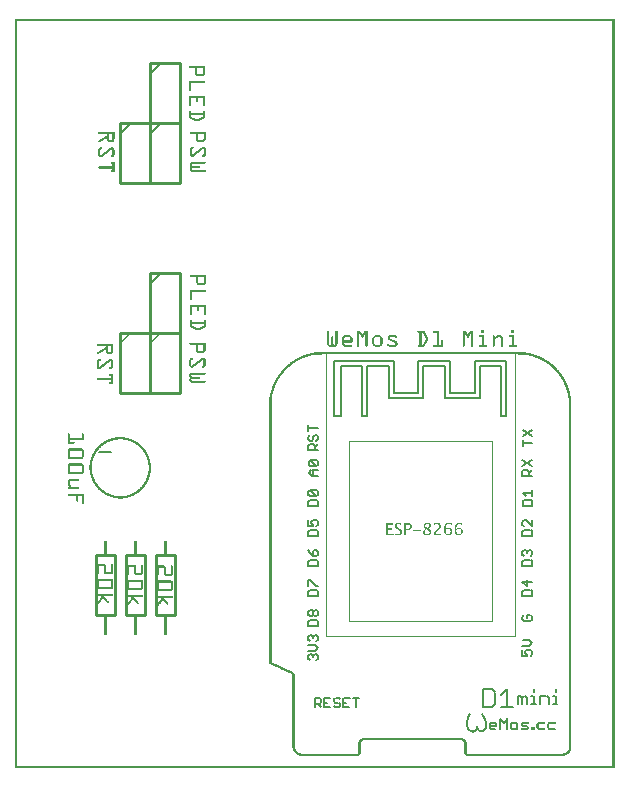
<source format=gto>
G04 MADE WITH FRITZING*
G04 WWW.FRITZING.ORG*
G04 DOUBLE SIDED*
G04 HOLES PLATED*
G04 CONTOUR ON CENTER OF CONTOUR VECTOR*
%ASAXBY*%
%FSLAX23Y23*%
%MOIN*%
%OFA0B0*%
%SFA1.0B1.0*%
%ADD10R,0.632695X0.947653X0.627139X0.942097*%
%ADD11C,0.002778*%
%ADD12R,0.477764X0.602764X0.472208X0.597208*%
%ADD13C,0.010000*%
%ADD14C,0.008000*%
%ADD15C,0.005000*%
%ADD16C,0.005556*%
%ADD17C,0.006944*%
%ADD18R,0.001000X0.001000*%
%LNSILK1*%
G90*
G70*
G54D11*
X1036Y1388D02*
X1666Y1388D01*
X1666Y443D01*
X1036Y443D01*
X1036Y1388D01*
D02*
X1113Y1093D02*
X1588Y1093D01*
X1588Y493D01*
X1113Y493D01*
X1113Y1093D01*
D02*
G54D13*
X468Y511D02*
X468Y711D01*
D02*
X468Y711D02*
X534Y711D01*
D02*
X534Y711D02*
X534Y511D01*
D02*
X534Y511D02*
X468Y511D01*
D02*
X368Y511D02*
X368Y711D01*
D02*
X368Y711D02*
X434Y711D01*
D02*
X434Y711D02*
X434Y511D01*
D02*
X434Y511D02*
X368Y511D01*
G54D14*
D02*
X321Y1057D02*
X281Y1057D01*
G54D13*
D02*
X268Y511D02*
X268Y711D01*
D02*
X268Y711D02*
X334Y711D01*
D02*
X334Y711D02*
X334Y511D01*
D02*
X334Y511D02*
X268Y511D01*
D02*
X451Y1652D02*
X451Y1452D01*
D02*
X451Y1452D02*
X551Y1452D01*
D02*
X551Y1452D02*
X551Y1652D01*
D02*
X551Y1652D02*
X451Y1652D01*
G54D15*
D02*
X451Y1617D02*
X486Y1652D01*
G54D13*
D02*
X351Y1452D02*
X351Y1252D01*
D02*
X351Y1252D02*
X451Y1252D01*
D02*
X451Y1252D02*
X451Y1452D01*
D02*
X451Y1452D02*
X351Y1452D01*
D02*
X451Y1452D02*
X451Y1252D01*
D02*
X451Y1252D02*
X551Y1252D01*
D02*
X551Y1252D02*
X551Y1452D01*
D02*
X551Y1452D02*
X451Y1452D01*
D02*
X451Y2152D02*
X451Y1952D01*
D02*
X451Y1952D02*
X551Y1952D01*
D02*
X551Y1952D02*
X551Y2152D01*
D02*
X551Y2152D02*
X451Y2152D01*
G54D15*
D02*
X451Y2117D02*
X486Y2152D01*
G54D13*
D02*
X351Y2152D02*
X351Y1952D01*
D02*
X351Y1952D02*
X451Y1952D01*
D02*
X451Y1952D02*
X451Y2152D01*
D02*
X451Y2152D02*
X351Y2152D01*
G54D15*
D02*
X351Y2117D02*
X386Y2152D01*
G54D13*
D02*
X451Y2352D02*
X451Y2152D01*
D02*
X451Y2152D02*
X551Y2152D01*
D02*
X551Y2152D02*
X551Y2352D01*
D02*
X551Y2352D02*
X451Y2352D01*
G54D15*
D02*
X451Y2317D02*
X486Y2352D01*
X1637Y1176D02*
X1620Y1176D01*
X1620Y1343D01*
X1549Y1343D01*
X1549Y1236D01*
X1433Y1236D01*
X1433Y1343D01*
X1360Y1343D01*
X1360Y1236D01*
X1245Y1236D01*
X1245Y1343D01*
X1174Y1343D01*
X1174Y1176D01*
X1157Y1176D01*
X1157Y1343D01*
X1087Y1343D01*
X1087Y1176D01*
X1064Y1176D01*
X1064Y1359D01*
X1262Y1359D01*
X1262Y1253D01*
X1343Y1253D01*
X1343Y1359D01*
X1450Y1359D01*
X1450Y1253D01*
X1532Y1253D01*
X1532Y1359D01*
X1637Y1359D01*
X1637Y1176D01*
D02*
G54D16*
X1009Y1061D02*
X978Y1061D01*
X977Y1061D02*
X977Y1076D01*
X977Y1076D02*
X982Y1081D01*
X983Y1081D02*
X993Y1081D01*
X994Y1081D02*
X998Y1076D01*
X998Y1076D02*
X998Y1061D01*
X998Y1071D02*
X1008Y1081D01*
X983Y1113D02*
X978Y1108D01*
X977Y1107D02*
X977Y1098D01*
X977Y1098D02*
X982Y1093D01*
X983Y1092D02*
X988Y1092D01*
X988Y1092D02*
X993Y1097D01*
X994Y1098D02*
X994Y1107D01*
X994Y1107D02*
X998Y1112D01*
X998Y1113D02*
X1003Y1113D01*
X1003Y1113D02*
X1008Y1108D01*
X1009Y1107D02*
X1009Y1098D01*
X1009Y1098D02*
X1004Y1093D01*
X1009Y1134D02*
X978Y1134D01*
X977Y1124D02*
X977Y1144D01*
D02*
X1008Y977D02*
X988Y977D01*
X988Y977D02*
X979Y986D01*
X978Y986D02*
X987Y996D01*
X988Y997D02*
X1008Y997D01*
X993Y977D02*
X993Y997D01*
X1004Y1008D02*
X983Y1008D01*
X982Y1008D02*
X978Y1013D01*
X978Y1013D02*
X978Y1022D01*
X978Y1023D02*
X982Y1028D01*
X982Y1029D02*
X1003Y1029D01*
X1004Y1029D02*
X1008Y1024D01*
X1008Y1023D02*
X1008Y1014D01*
X1008Y1013D02*
X1004Y1008D01*
X1004Y1008D02*
X983Y1028D01*
D02*
X977Y877D02*
X1008Y877D01*
X1009Y877D02*
X1009Y892D01*
X1009Y892D02*
X1004Y897D01*
X1003Y897D02*
X983Y897D01*
X983Y897D02*
X978Y892D01*
X977Y892D02*
X977Y877D01*
X1003Y908D02*
X983Y908D01*
X983Y908D02*
X978Y913D01*
X977Y913D02*
X977Y922D01*
X977Y923D02*
X982Y928D01*
X983Y929D02*
X1003Y929D01*
X1003Y929D02*
X1008Y924D01*
X1009Y923D02*
X1009Y914D01*
X1009Y913D02*
X1004Y908D01*
X1003Y908D02*
X983Y929D01*
D02*
X977Y777D02*
X1008Y777D01*
X1009Y777D02*
X1009Y792D01*
X1009Y792D02*
X1004Y797D01*
X1003Y797D02*
X983Y797D01*
X983Y797D02*
X978Y792D01*
X977Y792D02*
X977Y777D01*
X977Y829D02*
X977Y809D01*
X977Y808D02*
X992Y808D01*
X993Y808D02*
X988Y818D01*
X987Y819D02*
X987Y823D01*
X987Y823D02*
X992Y828D01*
X993Y829D02*
X1003Y829D01*
X1003Y829D02*
X1008Y824D01*
X1009Y823D02*
X1009Y814D01*
X1009Y813D02*
X1004Y808D01*
D02*
X977Y677D02*
X1008Y677D01*
X1009Y677D02*
X1009Y692D01*
X1009Y692D02*
X1004Y697D01*
X1003Y697D02*
X983Y697D01*
X983Y697D02*
X978Y692D01*
X977Y692D02*
X977Y677D01*
X977Y729D02*
X982Y720D01*
X983Y719D02*
X993Y709D01*
X994Y708D02*
X1003Y708D01*
X1003Y708D02*
X1008Y713D01*
X1009Y713D02*
X1009Y722D01*
X1009Y723D02*
X1004Y728D01*
X1003Y729D02*
X998Y729D01*
X998Y729D02*
X994Y724D01*
X994Y723D02*
X994Y708D01*
D02*
X977Y577D02*
X1008Y577D01*
X1009Y577D02*
X1009Y592D01*
X1009Y592D02*
X1004Y597D01*
X1003Y597D02*
X983Y597D01*
X983Y597D02*
X978Y592D01*
X977Y592D02*
X977Y577D01*
X977Y608D02*
X977Y628D01*
X977Y629D02*
X983Y629D01*
X983Y629D02*
X1003Y609D01*
X1003Y608D02*
X1008Y608D01*
D02*
X977Y477D02*
X1008Y477D01*
X1009Y477D02*
X1009Y492D01*
X1009Y492D02*
X1004Y497D01*
X1003Y497D02*
X983Y497D01*
X983Y497D02*
X978Y492D01*
X977Y492D02*
X977Y477D01*
X983Y508D02*
X978Y513D01*
X977Y513D02*
X977Y522D01*
X977Y523D02*
X982Y528D01*
X983Y529D02*
X988Y529D01*
X988Y529D02*
X993Y524D01*
X994Y523D02*
X999Y528D01*
X999Y529D02*
X1003Y529D01*
X1003Y529D02*
X1008Y524D01*
X1009Y523D02*
X1009Y514D01*
X1009Y513D02*
X1004Y508D01*
X1003Y508D02*
X999Y508D01*
X999Y508D02*
X994Y513D01*
X994Y513D02*
X989Y508D01*
X988Y508D02*
X983Y508D01*
X994Y513D02*
X994Y522D01*
D02*
X983Y361D02*
X978Y366D01*
X977Y366D02*
X977Y375D01*
X977Y376D02*
X982Y381D01*
X983Y381D02*
X987Y381D01*
X987Y381D02*
X992Y376D01*
X993Y376D02*
X993Y371D01*
X993Y376D02*
X998Y381D01*
X998Y381D02*
X1003Y381D01*
X1003Y381D02*
X1008Y376D01*
X1009Y376D02*
X1009Y367D01*
X1009Y366D02*
X1004Y361D01*
X977Y392D02*
X997Y392D01*
X998Y392D02*
X1008Y402D01*
X1009Y403D02*
X999Y412D01*
X998Y413D02*
X977Y413D01*
X983Y424D02*
X978Y429D01*
X977Y429D02*
X977Y440D01*
X977Y440D02*
X982Y444D01*
X983Y444D02*
X987Y444D01*
X987Y444D02*
X992Y440D01*
X993Y440D02*
X993Y435D01*
X993Y440D02*
X998Y444D01*
X998Y444D02*
X1003Y444D01*
X1003Y444D02*
X1008Y440D01*
X1009Y440D02*
X1009Y430D01*
X1009Y429D02*
X1004Y424D01*
D02*
X1691Y397D02*
X1691Y377D01*
X1691Y377D02*
X1706Y377D01*
X1707Y377D02*
X1702Y386D01*
X1701Y386D02*
X1701Y391D01*
X1701Y392D02*
X1706Y397D01*
X1707Y397D02*
X1717Y397D01*
X1717Y397D02*
X1722Y392D01*
X1723Y392D02*
X1723Y383D01*
X1723Y382D02*
X1718Y377D01*
X1691Y408D02*
X1711Y408D01*
X1712Y408D02*
X1722Y418D01*
X1723Y419D02*
X1713Y428D01*
X1712Y429D02*
X1692Y429D01*
D02*
X1697Y513D02*
X1692Y508D01*
X1691Y507D02*
X1691Y498D01*
X1691Y498D02*
X1696Y493D01*
X1697Y492D02*
X1717Y492D01*
X1717Y492D02*
X1722Y497D01*
X1723Y498D02*
X1723Y507D01*
X1723Y507D02*
X1718Y512D01*
X1717Y513D02*
X1707Y513D01*
X1707Y513D02*
X1707Y503D01*
D02*
X1691Y577D02*
X1722Y577D01*
X1723Y577D02*
X1723Y592D01*
X1723Y592D02*
X1718Y597D01*
X1717Y597D02*
X1697Y597D01*
X1697Y597D02*
X1692Y592D01*
X1691Y592D02*
X1691Y577D01*
X1723Y623D02*
X1692Y623D01*
X1691Y623D02*
X1707Y608D01*
X1707Y608D02*
X1707Y628D01*
D02*
X1691Y677D02*
X1722Y677D01*
X1723Y677D02*
X1723Y692D01*
X1723Y692D02*
X1718Y697D01*
X1717Y697D02*
X1697Y697D01*
X1697Y697D02*
X1692Y692D01*
X1691Y692D02*
X1691Y677D01*
X1697Y708D02*
X1692Y713D01*
X1691Y713D02*
X1691Y722D01*
X1691Y723D02*
X1696Y728D01*
X1697Y729D02*
X1701Y729D01*
X1701Y729D02*
X1706Y724D01*
X1707Y723D02*
X1707Y719D01*
X1707Y723D02*
X1712Y728D01*
X1712Y729D02*
X1717Y729D01*
X1717Y729D02*
X1722Y724D01*
X1723Y723D02*
X1723Y714D01*
X1723Y713D02*
X1718Y708D01*
D02*
X1691Y777D02*
X1722Y777D01*
X1723Y777D02*
X1723Y792D01*
X1723Y792D02*
X1718Y797D01*
X1717Y797D02*
X1697Y797D01*
X1697Y797D02*
X1692Y792D01*
X1691Y792D02*
X1691Y777D01*
X1723Y829D02*
X1723Y809D01*
X1723Y808D02*
X1703Y828D01*
X1702Y829D02*
X1697Y829D01*
X1697Y829D02*
X1692Y824D01*
X1691Y823D02*
X1691Y814D01*
X1691Y813D02*
X1696Y808D01*
D02*
X1692Y877D02*
X1722Y877D01*
X1722Y877D02*
X1722Y892D01*
X1722Y892D02*
X1718Y897D01*
X1718Y897D02*
X1697Y897D01*
X1696Y897D02*
X1692Y892D01*
X1692Y892D02*
X1692Y877D01*
X1702Y908D02*
X1693Y918D01*
X1692Y919D02*
X1722Y919D01*
X1722Y908D02*
X1722Y928D01*
D02*
X1723Y977D02*
X1692Y977D01*
X1691Y977D02*
X1691Y992D01*
X1691Y992D02*
X1696Y997D01*
X1697Y997D02*
X1707Y997D01*
X1707Y997D02*
X1711Y992D01*
X1712Y992D02*
X1712Y977D01*
X1712Y986D02*
X1722Y996D01*
X1691Y1008D02*
X1722Y1028D01*
X1691Y1029D02*
X1722Y1009D01*
D02*
X1722Y1086D02*
X1692Y1086D01*
X1692Y1077D02*
X1692Y1097D01*
X1692Y1108D02*
X1722Y1128D01*
X1692Y1129D02*
X1722Y1109D01*
D02*
X999Y205D02*
X999Y236D01*
X999Y236D02*
X1014Y236D01*
X1014Y236D02*
X1019Y231D01*
X1020Y231D02*
X1020Y221D01*
X1020Y220D02*
X1015Y215D01*
X1014Y214D02*
X999Y214D01*
X1009Y214D02*
X1019Y205D01*
X1051Y236D02*
X1030Y236D01*
X1030Y236D02*
X1030Y205D01*
X1030Y205D02*
X1050Y205D01*
X1030Y220D02*
X1040Y220D01*
X1083Y231D02*
X1078Y236D01*
X1078Y236D02*
X1068Y236D01*
X1067Y236D02*
X1062Y231D01*
X1062Y231D02*
X1062Y226D01*
X1062Y225D02*
X1067Y220D01*
X1067Y220D02*
X1077Y220D01*
X1078Y220D02*
X1083Y215D01*
X1083Y214D02*
X1083Y210D01*
X1083Y210D02*
X1078Y205D01*
X1078Y205D02*
X1068Y205D01*
X1067Y205D02*
X1062Y210D01*
X1115Y236D02*
X1095Y236D01*
X1094Y236D02*
X1094Y205D01*
X1094Y205D02*
X1114Y205D01*
X1094Y220D02*
X1103Y220D01*
X1136Y205D02*
X1136Y236D01*
X1125Y236D02*
X1145Y236D01*
D02*
G54D17*
X1561Y264D02*
X1561Y206D01*
X1561Y205D02*
X1589Y205D01*
X1590Y205D02*
X1600Y215D01*
X1600Y215D02*
X1600Y253D01*
X1600Y254D02*
X1590Y264D01*
X1590Y264D02*
X1561Y264D01*
X1620Y244D02*
X1640Y264D01*
X1640Y264D02*
X1640Y206D01*
X1620Y205D02*
X1659Y205D01*
D02*
X1677Y214D02*
X1677Y242D01*
X1677Y242D02*
X1684Y242D01*
X1684Y242D02*
X1690Y235D01*
X1690Y235D02*
X1690Y214D01*
X1690Y235D02*
X1697Y242D01*
X1698Y242D02*
X1705Y235D01*
X1705Y235D02*
X1705Y214D01*
X1720Y242D02*
X1727Y242D01*
X1728Y242D02*
X1728Y214D01*
X1720Y214D02*
X1735Y214D01*
X1728Y264D02*
X1728Y257D01*
X1750Y214D02*
X1750Y242D01*
X1750Y242D02*
X1771Y242D01*
X1772Y242D02*
X1779Y235D01*
X1779Y235D02*
X1779Y214D01*
X1794Y242D02*
X1801Y242D01*
X1802Y242D02*
X1802Y214D01*
X1794Y214D02*
X1807Y214D01*
X1802Y264D02*
X1802Y257D01*
D02*
G54D18*
X0Y2500D02*
X1998Y2500D01*
X0Y2499D02*
X1998Y2499D01*
X0Y2498D02*
X1998Y2498D01*
X0Y2497D02*
X1998Y2497D01*
X0Y2496D02*
X1998Y2496D01*
X0Y2495D02*
X1998Y2495D01*
X0Y2494D02*
X1998Y2494D01*
X0Y2493D02*
X1998Y2493D01*
X0Y2492D02*
X7Y2492D01*
X1991Y2492D02*
X1998Y2492D01*
X0Y2491D02*
X7Y2491D01*
X1991Y2491D02*
X1998Y2491D01*
X0Y2490D02*
X7Y2490D01*
X1991Y2490D02*
X1998Y2490D01*
X0Y2489D02*
X7Y2489D01*
X1991Y2489D02*
X1998Y2489D01*
X0Y2488D02*
X7Y2488D01*
X1991Y2488D02*
X1998Y2488D01*
X0Y2487D02*
X7Y2487D01*
X1991Y2487D02*
X1998Y2487D01*
X0Y2486D02*
X7Y2486D01*
X1991Y2486D02*
X1998Y2486D01*
X0Y2485D02*
X7Y2485D01*
X1991Y2485D02*
X1998Y2485D01*
X0Y2484D02*
X7Y2484D01*
X1991Y2484D02*
X1998Y2484D01*
X0Y2483D02*
X7Y2483D01*
X1991Y2483D02*
X1998Y2483D01*
X0Y2482D02*
X7Y2482D01*
X1991Y2482D02*
X1998Y2482D01*
X0Y2481D02*
X7Y2481D01*
X1991Y2481D02*
X1998Y2481D01*
X0Y2480D02*
X7Y2480D01*
X1991Y2480D02*
X1998Y2480D01*
X0Y2479D02*
X7Y2479D01*
X1991Y2479D02*
X1998Y2479D01*
X0Y2478D02*
X7Y2478D01*
X1991Y2478D02*
X1998Y2478D01*
X0Y2477D02*
X7Y2477D01*
X1991Y2477D02*
X1998Y2477D01*
X0Y2476D02*
X7Y2476D01*
X1991Y2476D02*
X1998Y2476D01*
X0Y2475D02*
X7Y2475D01*
X1991Y2475D02*
X1998Y2475D01*
X0Y2474D02*
X7Y2474D01*
X1991Y2474D02*
X1998Y2474D01*
X0Y2473D02*
X7Y2473D01*
X1991Y2473D02*
X1998Y2473D01*
X0Y2472D02*
X7Y2472D01*
X1991Y2472D02*
X1998Y2472D01*
X0Y2471D02*
X7Y2471D01*
X1991Y2471D02*
X1998Y2471D01*
X0Y2470D02*
X7Y2470D01*
X1991Y2470D02*
X1998Y2470D01*
X0Y2469D02*
X7Y2469D01*
X1991Y2469D02*
X1998Y2469D01*
X0Y2468D02*
X7Y2468D01*
X1991Y2468D02*
X1998Y2468D01*
X0Y2467D02*
X7Y2467D01*
X1991Y2467D02*
X1998Y2467D01*
X0Y2466D02*
X7Y2466D01*
X1991Y2466D02*
X1998Y2466D01*
X0Y2465D02*
X7Y2465D01*
X1991Y2465D02*
X1998Y2465D01*
X0Y2464D02*
X7Y2464D01*
X1991Y2464D02*
X1998Y2464D01*
X0Y2463D02*
X7Y2463D01*
X1991Y2463D02*
X1998Y2463D01*
X0Y2462D02*
X7Y2462D01*
X1991Y2462D02*
X1998Y2462D01*
X0Y2461D02*
X7Y2461D01*
X1991Y2461D02*
X1998Y2461D01*
X0Y2460D02*
X7Y2460D01*
X1991Y2460D02*
X1998Y2460D01*
X0Y2459D02*
X7Y2459D01*
X1991Y2459D02*
X1998Y2459D01*
X0Y2458D02*
X7Y2458D01*
X1991Y2458D02*
X1998Y2458D01*
X0Y2457D02*
X7Y2457D01*
X1991Y2457D02*
X1998Y2457D01*
X0Y2456D02*
X7Y2456D01*
X1991Y2456D02*
X1998Y2456D01*
X0Y2455D02*
X7Y2455D01*
X1991Y2455D02*
X1998Y2455D01*
X0Y2454D02*
X7Y2454D01*
X1991Y2454D02*
X1998Y2454D01*
X0Y2453D02*
X7Y2453D01*
X1991Y2453D02*
X1998Y2453D01*
X0Y2452D02*
X7Y2452D01*
X1991Y2452D02*
X1998Y2452D01*
X0Y2451D02*
X7Y2451D01*
X1991Y2451D02*
X1998Y2451D01*
X0Y2450D02*
X7Y2450D01*
X1991Y2450D02*
X1998Y2450D01*
X0Y2449D02*
X7Y2449D01*
X1991Y2449D02*
X1998Y2449D01*
X0Y2448D02*
X7Y2448D01*
X1991Y2448D02*
X1998Y2448D01*
X0Y2447D02*
X7Y2447D01*
X1991Y2447D02*
X1998Y2447D01*
X0Y2446D02*
X7Y2446D01*
X1991Y2446D02*
X1998Y2446D01*
X0Y2445D02*
X7Y2445D01*
X1991Y2445D02*
X1998Y2445D01*
X0Y2444D02*
X7Y2444D01*
X1991Y2444D02*
X1998Y2444D01*
X0Y2443D02*
X7Y2443D01*
X1991Y2443D02*
X1998Y2443D01*
X0Y2442D02*
X7Y2442D01*
X1991Y2442D02*
X1998Y2442D01*
X0Y2441D02*
X7Y2441D01*
X1991Y2441D02*
X1998Y2441D01*
X0Y2440D02*
X7Y2440D01*
X1991Y2440D02*
X1998Y2440D01*
X0Y2439D02*
X7Y2439D01*
X1991Y2439D02*
X1998Y2439D01*
X0Y2438D02*
X7Y2438D01*
X1991Y2438D02*
X1998Y2438D01*
X0Y2437D02*
X7Y2437D01*
X1991Y2437D02*
X1998Y2437D01*
X0Y2436D02*
X7Y2436D01*
X1991Y2436D02*
X1998Y2436D01*
X0Y2435D02*
X7Y2435D01*
X1991Y2435D02*
X1998Y2435D01*
X0Y2434D02*
X7Y2434D01*
X1991Y2434D02*
X1998Y2434D01*
X0Y2433D02*
X7Y2433D01*
X1991Y2433D02*
X1998Y2433D01*
X0Y2432D02*
X7Y2432D01*
X1991Y2432D02*
X1998Y2432D01*
X0Y2431D02*
X7Y2431D01*
X1991Y2431D02*
X1998Y2431D01*
X0Y2430D02*
X7Y2430D01*
X1991Y2430D02*
X1998Y2430D01*
X0Y2429D02*
X7Y2429D01*
X1991Y2429D02*
X1998Y2429D01*
X0Y2428D02*
X7Y2428D01*
X1991Y2428D02*
X1998Y2428D01*
X0Y2427D02*
X7Y2427D01*
X1991Y2427D02*
X1998Y2427D01*
X0Y2426D02*
X7Y2426D01*
X1991Y2426D02*
X1998Y2426D01*
X0Y2425D02*
X7Y2425D01*
X1991Y2425D02*
X1998Y2425D01*
X0Y2424D02*
X7Y2424D01*
X1991Y2424D02*
X1998Y2424D01*
X0Y2423D02*
X7Y2423D01*
X1991Y2423D02*
X1998Y2423D01*
X0Y2422D02*
X7Y2422D01*
X1991Y2422D02*
X1998Y2422D01*
X0Y2421D02*
X7Y2421D01*
X1991Y2421D02*
X1998Y2421D01*
X0Y2420D02*
X7Y2420D01*
X1991Y2420D02*
X1998Y2420D01*
X0Y2419D02*
X7Y2419D01*
X1991Y2419D02*
X1998Y2419D01*
X0Y2418D02*
X7Y2418D01*
X1991Y2418D02*
X1998Y2418D01*
X0Y2417D02*
X7Y2417D01*
X1991Y2417D02*
X1998Y2417D01*
X0Y2416D02*
X7Y2416D01*
X1991Y2416D02*
X1998Y2416D01*
X0Y2415D02*
X7Y2415D01*
X1991Y2415D02*
X1998Y2415D01*
X0Y2414D02*
X7Y2414D01*
X1991Y2414D02*
X1998Y2414D01*
X0Y2413D02*
X7Y2413D01*
X1991Y2413D02*
X1998Y2413D01*
X0Y2412D02*
X7Y2412D01*
X1991Y2412D02*
X1998Y2412D01*
X0Y2411D02*
X7Y2411D01*
X1991Y2411D02*
X1998Y2411D01*
X0Y2410D02*
X7Y2410D01*
X1991Y2410D02*
X1998Y2410D01*
X0Y2409D02*
X7Y2409D01*
X1991Y2409D02*
X1998Y2409D01*
X0Y2408D02*
X7Y2408D01*
X1991Y2408D02*
X1998Y2408D01*
X0Y2407D02*
X7Y2407D01*
X1991Y2407D02*
X1998Y2407D01*
X0Y2406D02*
X7Y2406D01*
X1991Y2406D02*
X1998Y2406D01*
X0Y2405D02*
X7Y2405D01*
X1991Y2405D02*
X1998Y2405D01*
X0Y2404D02*
X7Y2404D01*
X1991Y2404D02*
X1998Y2404D01*
X0Y2403D02*
X7Y2403D01*
X1991Y2403D02*
X1998Y2403D01*
X0Y2402D02*
X7Y2402D01*
X1991Y2402D02*
X1998Y2402D01*
X0Y2401D02*
X7Y2401D01*
X1991Y2401D02*
X1998Y2401D01*
X0Y2400D02*
X7Y2400D01*
X1991Y2400D02*
X1998Y2400D01*
X0Y2399D02*
X7Y2399D01*
X1991Y2399D02*
X1998Y2399D01*
X0Y2398D02*
X7Y2398D01*
X1991Y2398D02*
X1998Y2398D01*
X0Y2397D02*
X7Y2397D01*
X1991Y2397D02*
X1998Y2397D01*
X0Y2396D02*
X7Y2396D01*
X1991Y2396D02*
X1998Y2396D01*
X0Y2395D02*
X7Y2395D01*
X1991Y2395D02*
X1998Y2395D01*
X0Y2394D02*
X7Y2394D01*
X1991Y2394D02*
X1998Y2394D01*
X0Y2393D02*
X7Y2393D01*
X1991Y2393D02*
X1998Y2393D01*
X0Y2392D02*
X7Y2392D01*
X1991Y2392D02*
X1998Y2392D01*
X0Y2391D02*
X7Y2391D01*
X1991Y2391D02*
X1998Y2391D01*
X0Y2390D02*
X7Y2390D01*
X1991Y2390D02*
X1998Y2390D01*
X0Y2389D02*
X7Y2389D01*
X1991Y2389D02*
X1998Y2389D01*
X0Y2388D02*
X7Y2388D01*
X1991Y2388D02*
X1998Y2388D01*
X0Y2387D02*
X7Y2387D01*
X1991Y2387D02*
X1998Y2387D01*
X0Y2386D02*
X7Y2386D01*
X1991Y2386D02*
X1998Y2386D01*
X0Y2385D02*
X7Y2385D01*
X1991Y2385D02*
X1998Y2385D01*
X0Y2384D02*
X7Y2384D01*
X1991Y2384D02*
X1998Y2384D01*
X0Y2383D02*
X7Y2383D01*
X1991Y2383D02*
X1998Y2383D01*
X0Y2382D02*
X7Y2382D01*
X1991Y2382D02*
X1998Y2382D01*
X0Y2381D02*
X7Y2381D01*
X1991Y2381D02*
X1998Y2381D01*
X0Y2380D02*
X7Y2380D01*
X1991Y2380D02*
X1998Y2380D01*
X0Y2379D02*
X7Y2379D01*
X1991Y2379D02*
X1998Y2379D01*
X0Y2378D02*
X7Y2378D01*
X1991Y2378D02*
X1998Y2378D01*
X0Y2377D02*
X7Y2377D01*
X1991Y2377D02*
X1998Y2377D01*
X0Y2376D02*
X7Y2376D01*
X1991Y2376D02*
X1998Y2376D01*
X0Y2375D02*
X7Y2375D01*
X1991Y2375D02*
X1998Y2375D01*
X0Y2374D02*
X7Y2374D01*
X1991Y2374D02*
X1998Y2374D01*
X0Y2373D02*
X7Y2373D01*
X1991Y2373D02*
X1998Y2373D01*
X0Y2372D02*
X7Y2372D01*
X1991Y2372D02*
X1998Y2372D01*
X0Y2371D02*
X7Y2371D01*
X1991Y2371D02*
X1998Y2371D01*
X0Y2370D02*
X7Y2370D01*
X1991Y2370D02*
X1998Y2370D01*
X0Y2369D02*
X7Y2369D01*
X1991Y2369D02*
X1998Y2369D01*
X0Y2368D02*
X7Y2368D01*
X1991Y2368D02*
X1998Y2368D01*
X0Y2367D02*
X7Y2367D01*
X1991Y2367D02*
X1998Y2367D01*
X0Y2366D02*
X7Y2366D01*
X1991Y2366D02*
X1998Y2366D01*
X0Y2365D02*
X7Y2365D01*
X1991Y2365D02*
X1998Y2365D01*
X0Y2364D02*
X7Y2364D01*
X1991Y2364D02*
X1998Y2364D01*
X0Y2363D02*
X7Y2363D01*
X1991Y2363D02*
X1998Y2363D01*
X0Y2362D02*
X7Y2362D01*
X1991Y2362D02*
X1998Y2362D01*
X0Y2361D02*
X7Y2361D01*
X1991Y2361D02*
X1998Y2361D01*
X0Y2360D02*
X7Y2360D01*
X1991Y2360D02*
X1998Y2360D01*
X0Y2359D02*
X7Y2359D01*
X1991Y2359D02*
X1998Y2359D01*
X0Y2358D02*
X7Y2358D01*
X1991Y2358D02*
X1998Y2358D01*
X0Y2357D02*
X7Y2357D01*
X1991Y2357D02*
X1998Y2357D01*
X0Y2356D02*
X7Y2356D01*
X1991Y2356D02*
X1998Y2356D01*
X0Y2355D02*
X7Y2355D01*
X1991Y2355D02*
X1998Y2355D01*
X0Y2354D02*
X7Y2354D01*
X1991Y2354D02*
X1998Y2354D01*
X0Y2353D02*
X7Y2353D01*
X1991Y2353D02*
X1998Y2353D01*
X0Y2352D02*
X7Y2352D01*
X1991Y2352D02*
X1998Y2352D01*
X0Y2351D02*
X7Y2351D01*
X1991Y2351D02*
X1998Y2351D01*
X0Y2350D02*
X7Y2350D01*
X1991Y2350D02*
X1998Y2350D01*
X0Y2349D02*
X7Y2349D01*
X1991Y2349D02*
X1998Y2349D01*
X0Y2348D02*
X7Y2348D01*
X1991Y2348D02*
X1998Y2348D01*
X0Y2347D02*
X7Y2347D01*
X1991Y2347D02*
X1998Y2347D01*
X0Y2346D02*
X7Y2346D01*
X1991Y2346D02*
X1998Y2346D01*
X0Y2345D02*
X7Y2345D01*
X1991Y2345D02*
X1998Y2345D01*
X0Y2344D02*
X7Y2344D01*
X1991Y2344D02*
X1998Y2344D01*
X0Y2343D02*
X7Y2343D01*
X1991Y2343D02*
X1998Y2343D01*
X0Y2342D02*
X7Y2342D01*
X581Y2342D02*
X632Y2342D01*
X1991Y2342D02*
X1998Y2342D01*
X0Y2341D02*
X7Y2341D01*
X580Y2341D02*
X632Y2341D01*
X1991Y2341D02*
X1998Y2341D01*
X0Y2340D02*
X7Y2340D01*
X579Y2340D02*
X632Y2340D01*
X1991Y2340D02*
X1998Y2340D01*
X0Y2339D02*
X7Y2339D01*
X579Y2339D02*
X632Y2339D01*
X1991Y2339D02*
X1998Y2339D01*
X0Y2338D02*
X7Y2338D01*
X580Y2338D02*
X632Y2338D01*
X1991Y2338D02*
X1998Y2338D01*
X0Y2337D02*
X7Y2337D01*
X580Y2337D02*
X632Y2337D01*
X1991Y2337D02*
X1998Y2337D01*
X0Y2336D02*
X7Y2336D01*
X581Y2336D02*
X632Y2336D01*
X1991Y2336D02*
X1998Y2336D01*
X0Y2335D02*
X7Y2335D01*
X600Y2335D02*
X606Y2335D01*
X626Y2335D02*
X632Y2335D01*
X1991Y2335D02*
X1998Y2335D01*
X0Y2334D02*
X7Y2334D01*
X600Y2334D02*
X606Y2334D01*
X626Y2334D02*
X632Y2334D01*
X1991Y2334D02*
X1998Y2334D01*
X0Y2333D02*
X7Y2333D01*
X600Y2333D02*
X606Y2333D01*
X626Y2333D02*
X632Y2333D01*
X1991Y2333D02*
X1998Y2333D01*
X0Y2332D02*
X7Y2332D01*
X600Y2332D02*
X606Y2332D01*
X626Y2332D02*
X632Y2332D01*
X1991Y2332D02*
X1998Y2332D01*
X0Y2331D02*
X7Y2331D01*
X600Y2331D02*
X606Y2331D01*
X626Y2331D02*
X632Y2331D01*
X1991Y2331D02*
X1998Y2331D01*
X0Y2330D02*
X7Y2330D01*
X600Y2330D02*
X606Y2330D01*
X626Y2330D02*
X632Y2330D01*
X1991Y2330D02*
X1998Y2330D01*
X0Y2329D02*
X7Y2329D01*
X600Y2329D02*
X606Y2329D01*
X626Y2329D02*
X632Y2329D01*
X1991Y2329D02*
X1998Y2329D01*
X0Y2328D02*
X7Y2328D01*
X600Y2328D02*
X606Y2328D01*
X626Y2328D02*
X632Y2328D01*
X1991Y2328D02*
X1998Y2328D01*
X0Y2327D02*
X7Y2327D01*
X600Y2327D02*
X606Y2327D01*
X626Y2327D02*
X632Y2327D01*
X1991Y2327D02*
X1998Y2327D01*
X0Y2326D02*
X7Y2326D01*
X600Y2326D02*
X606Y2326D01*
X626Y2326D02*
X632Y2326D01*
X1991Y2326D02*
X1998Y2326D01*
X0Y2325D02*
X7Y2325D01*
X600Y2325D02*
X606Y2325D01*
X626Y2325D02*
X632Y2325D01*
X1991Y2325D02*
X1998Y2325D01*
X0Y2324D02*
X7Y2324D01*
X600Y2324D02*
X606Y2324D01*
X626Y2324D02*
X632Y2324D01*
X1991Y2324D02*
X1998Y2324D01*
X0Y2323D02*
X7Y2323D01*
X600Y2323D02*
X606Y2323D01*
X626Y2323D02*
X632Y2323D01*
X1991Y2323D02*
X1998Y2323D01*
X0Y2322D02*
X7Y2322D01*
X600Y2322D02*
X606Y2322D01*
X626Y2322D02*
X632Y2322D01*
X1991Y2322D02*
X1998Y2322D01*
X0Y2321D02*
X7Y2321D01*
X600Y2321D02*
X606Y2321D01*
X626Y2321D02*
X632Y2321D01*
X1991Y2321D02*
X1998Y2321D01*
X0Y2320D02*
X7Y2320D01*
X600Y2320D02*
X606Y2320D01*
X626Y2320D02*
X632Y2320D01*
X1991Y2320D02*
X1998Y2320D01*
X0Y2319D02*
X7Y2319D01*
X600Y2319D02*
X606Y2319D01*
X626Y2319D02*
X632Y2319D01*
X1991Y2319D02*
X1998Y2319D01*
X0Y2318D02*
X7Y2318D01*
X600Y2318D02*
X606Y2318D01*
X626Y2318D02*
X632Y2318D01*
X1991Y2318D02*
X1998Y2318D01*
X0Y2317D02*
X7Y2317D01*
X600Y2317D02*
X606Y2317D01*
X626Y2317D02*
X632Y2317D01*
X1991Y2317D02*
X1998Y2317D01*
X0Y2316D02*
X7Y2316D01*
X600Y2316D02*
X607Y2316D01*
X625Y2316D02*
X632Y2316D01*
X1991Y2316D02*
X1998Y2316D01*
X0Y2315D02*
X7Y2315D01*
X601Y2315D02*
X632Y2315D01*
X1991Y2315D02*
X1998Y2315D01*
X0Y2314D02*
X7Y2314D01*
X601Y2314D02*
X631Y2314D01*
X1991Y2314D02*
X1998Y2314D01*
X0Y2313D02*
X7Y2313D01*
X602Y2313D02*
X631Y2313D01*
X1991Y2313D02*
X1998Y2313D01*
X0Y2312D02*
X7Y2312D01*
X602Y2312D02*
X630Y2312D01*
X1991Y2312D02*
X1998Y2312D01*
X0Y2311D02*
X7Y2311D01*
X603Y2311D02*
X629Y2311D01*
X1991Y2311D02*
X1998Y2311D01*
X0Y2310D02*
X7Y2310D01*
X604Y2310D02*
X628Y2310D01*
X1991Y2310D02*
X1998Y2310D01*
X0Y2309D02*
X7Y2309D01*
X606Y2309D02*
X626Y2309D01*
X1991Y2309D02*
X1998Y2309D01*
X0Y2308D02*
X7Y2308D01*
X1991Y2308D02*
X1998Y2308D01*
X0Y2307D02*
X7Y2307D01*
X1991Y2307D02*
X1998Y2307D01*
X0Y2306D02*
X7Y2306D01*
X1991Y2306D02*
X1998Y2306D01*
X0Y2305D02*
X7Y2305D01*
X1991Y2305D02*
X1998Y2305D01*
X0Y2304D02*
X7Y2304D01*
X1991Y2304D02*
X1998Y2304D01*
X0Y2303D02*
X7Y2303D01*
X1991Y2303D02*
X1998Y2303D01*
X0Y2302D02*
X7Y2302D01*
X1991Y2302D02*
X1998Y2302D01*
X0Y2301D02*
X7Y2301D01*
X1991Y2301D02*
X1998Y2301D01*
X0Y2300D02*
X7Y2300D01*
X1991Y2300D02*
X1998Y2300D01*
X0Y2299D02*
X7Y2299D01*
X1991Y2299D02*
X1998Y2299D01*
X0Y2298D02*
X7Y2298D01*
X1991Y2298D02*
X1998Y2298D01*
X0Y2297D02*
X7Y2297D01*
X1991Y2297D02*
X1998Y2297D01*
X0Y2296D02*
X7Y2296D01*
X1991Y2296D02*
X1998Y2296D01*
X0Y2295D02*
X7Y2295D01*
X1991Y2295D02*
X1998Y2295D01*
X0Y2294D02*
X7Y2294D01*
X1991Y2294D02*
X1998Y2294D01*
X0Y2293D02*
X7Y2293D01*
X1991Y2293D02*
X1998Y2293D01*
X0Y2292D02*
X7Y2292D01*
X579Y2292D02*
X631Y2292D01*
X1991Y2292D02*
X1998Y2292D01*
X0Y2291D02*
X7Y2291D01*
X579Y2291D02*
X632Y2291D01*
X1991Y2291D02*
X1998Y2291D01*
X0Y2290D02*
X7Y2290D01*
X579Y2290D02*
X632Y2290D01*
X1991Y2290D02*
X1998Y2290D01*
X0Y2289D02*
X7Y2289D01*
X579Y2289D02*
X632Y2289D01*
X1991Y2289D02*
X1998Y2289D01*
X0Y2288D02*
X7Y2288D01*
X579Y2288D02*
X632Y2288D01*
X1991Y2288D02*
X1998Y2288D01*
X0Y2287D02*
X7Y2287D01*
X579Y2287D02*
X632Y2287D01*
X1991Y2287D02*
X1998Y2287D01*
X0Y2286D02*
X7Y2286D01*
X579Y2286D02*
X631Y2286D01*
X1991Y2286D02*
X1998Y2286D01*
X0Y2285D02*
X7Y2285D01*
X579Y2285D02*
X585Y2285D01*
X1991Y2285D02*
X1998Y2285D01*
X0Y2284D02*
X7Y2284D01*
X579Y2284D02*
X585Y2284D01*
X1991Y2284D02*
X1998Y2284D01*
X0Y2283D02*
X7Y2283D01*
X579Y2283D02*
X585Y2283D01*
X1991Y2283D02*
X1998Y2283D01*
X0Y2282D02*
X7Y2282D01*
X579Y2282D02*
X585Y2282D01*
X1991Y2282D02*
X1998Y2282D01*
X0Y2281D02*
X7Y2281D01*
X579Y2281D02*
X585Y2281D01*
X1991Y2281D02*
X1998Y2281D01*
X0Y2280D02*
X7Y2280D01*
X579Y2280D02*
X585Y2280D01*
X1991Y2280D02*
X1998Y2280D01*
X0Y2279D02*
X7Y2279D01*
X579Y2279D02*
X585Y2279D01*
X1991Y2279D02*
X1998Y2279D01*
X0Y2278D02*
X7Y2278D01*
X579Y2278D02*
X585Y2278D01*
X1991Y2278D02*
X1998Y2278D01*
X0Y2277D02*
X7Y2277D01*
X579Y2277D02*
X585Y2277D01*
X1991Y2277D02*
X1998Y2277D01*
X0Y2276D02*
X7Y2276D01*
X579Y2276D02*
X585Y2276D01*
X1991Y2276D02*
X1998Y2276D01*
X0Y2275D02*
X7Y2275D01*
X579Y2275D02*
X585Y2275D01*
X1991Y2275D02*
X1998Y2275D01*
X0Y2274D02*
X7Y2274D01*
X579Y2274D02*
X585Y2274D01*
X1991Y2274D02*
X1998Y2274D01*
X0Y2273D02*
X7Y2273D01*
X579Y2273D02*
X585Y2273D01*
X1991Y2273D02*
X1998Y2273D01*
X0Y2272D02*
X7Y2272D01*
X579Y2272D02*
X585Y2272D01*
X1991Y2272D02*
X1998Y2272D01*
X0Y2271D02*
X7Y2271D01*
X579Y2271D02*
X585Y2271D01*
X1991Y2271D02*
X1998Y2271D01*
X0Y2270D02*
X7Y2270D01*
X579Y2270D02*
X585Y2270D01*
X1991Y2270D02*
X1998Y2270D01*
X0Y2269D02*
X7Y2269D01*
X579Y2269D02*
X585Y2269D01*
X1991Y2269D02*
X1998Y2269D01*
X0Y2268D02*
X7Y2268D01*
X579Y2268D02*
X585Y2268D01*
X1991Y2268D02*
X1998Y2268D01*
X0Y2267D02*
X7Y2267D01*
X579Y2267D02*
X585Y2267D01*
X1991Y2267D02*
X1998Y2267D01*
X0Y2266D02*
X7Y2266D01*
X579Y2266D02*
X585Y2266D01*
X1991Y2266D02*
X1998Y2266D01*
X0Y2265D02*
X7Y2265D01*
X579Y2265D02*
X585Y2265D01*
X1991Y2265D02*
X1998Y2265D01*
X0Y2264D02*
X7Y2264D01*
X579Y2264D02*
X585Y2264D01*
X1991Y2264D02*
X1998Y2264D01*
X0Y2263D02*
X7Y2263D01*
X579Y2263D02*
X585Y2263D01*
X1991Y2263D02*
X1998Y2263D01*
X0Y2262D02*
X7Y2262D01*
X579Y2262D02*
X585Y2262D01*
X1991Y2262D02*
X1998Y2262D01*
X0Y2261D02*
X7Y2261D01*
X579Y2261D02*
X585Y2261D01*
X1991Y2261D02*
X1998Y2261D01*
X0Y2260D02*
X7Y2260D01*
X580Y2260D02*
X585Y2260D01*
X1991Y2260D02*
X1998Y2260D01*
X0Y2259D02*
X7Y2259D01*
X580Y2259D02*
X584Y2259D01*
X1991Y2259D02*
X1998Y2259D01*
X0Y2258D02*
X7Y2258D01*
X582Y2258D02*
X582Y2258D01*
X1991Y2258D02*
X1998Y2258D01*
X0Y2257D02*
X7Y2257D01*
X1991Y2257D02*
X1998Y2257D01*
X0Y2256D02*
X7Y2256D01*
X1991Y2256D02*
X1998Y2256D01*
X0Y2255D02*
X7Y2255D01*
X1991Y2255D02*
X1998Y2255D01*
X0Y2254D02*
X7Y2254D01*
X1991Y2254D02*
X1998Y2254D01*
X0Y2253D02*
X7Y2253D01*
X1991Y2253D02*
X1998Y2253D01*
X0Y2252D02*
X7Y2252D01*
X1991Y2252D02*
X1998Y2252D01*
X0Y2251D02*
X7Y2251D01*
X1991Y2251D02*
X1998Y2251D01*
X0Y2250D02*
X7Y2250D01*
X1991Y2250D02*
X1998Y2250D01*
X0Y2249D02*
X7Y2249D01*
X1991Y2249D02*
X1998Y2249D01*
X0Y2248D02*
X7Y2248D01*
X1991Y2248D02*
X1998Y2248D01*
X0Y2247D02*
X7Y2247D01*
X1991Y2247D02*
X1998Y2247D01*
X0Y2246D02*
X7Y2246D01*
X1991Y2246D02*
X1998Y2246D01*
X0Y2245D02*
X7Y2245D01*
X1991Y2245D02*
X1998Y2245D01*
X0Y2244D02*
X7Y2244D01*
X1991Y2244D02*
X1998Y2244D01*
X0Y2243D02*
X7Y2243D01*
X1991Y2243D02*
X1998Y2243D01*
X0Y2242D02*
X7Y2242D01*
X579Y2242D02*
X632Y2242D01*
X1991Y2242D02*
X1998Y2242D01*
X0Y2241D02*
X7Y2241D01*
X579Y2241D02*
X632Y2241D01*
X1991Y2241D02*
X1998Y2241D01*
X0Y2240D02*
X7Y2240D01*
X579Y2240D02*
X632Y2240D01*
X1991Y2240D02*
X1998Y2240D01*
X0Y2239D02*
X7Y2239D01*
X579Y2239D02*
X632Y2239D01*
X1991Y2239D02*
X1998Y2239D01*
X0Y2238D02*
X7Y2238D01*
X579Y2238D02*
X632Y2238D01*
X1991Y2238D02*
X1998Y2238D01*
X0Y2237D02*
X7Y2237D01*
X579Y2237D02*
X632Y2237D01*
X1991Y2237D02*
X1998Y2237D01*
X0Y2236D02*
X7Y2236D01*
X579Y2236D02*
X632Y2236D01*
X1991Y2236D02*
X1998Y2236D01*
X0Y2235D02*
X7Y2235D01*
X579Y2235D02*
X585Y2235D01*
X603Y2235D02*
X609Y2235D01*
X626Y2235D02*
X632Y2235D01*
X1991Y2235D02*
X1998Y2235D01*
X0Y2234D02*
X7Y2234D01*
X579Y2234D02*
X585Y2234D01*
X603Y2234D02*
X609Y2234D01*
X626Y2234D02*
X632Y2234D01*
X1991Y2234D02*
X1998Y2234D01*
X0Y2233D02*
X7Y2233D01*
X579Y2233D02*
X585Y2233D01*
X603Y2233D02*
X609Y2233D01*
X626Y2233D02*
X632Y2233D01*
X1991Y2233D02*
X1998Y2233D01*
X0Y2232D02*
X7Y2232D01*
X579Y2232D02*
X585Y2232D01*
X603Y2232D02*
X609Y2232D01*
X626Y2232D02*
X632Y2232D01*
X1991Y2232D02*
X1998Y2232D01*
X0Y2231D02*
X7Y2231D01*
X579Y2231D02*
X585Y2231D01*
X603Y2231D02*
X609Y2231D01*
X626Y2231D02*
X632Y2231D01*
X1991Y2231D02*
X1998Y2231D01*
X0Y2230D02*
X7Y2230D01*
X579Y2230D02*
X585Y2230D01*
X603Y2230D02*
X609Y2230D01*
X626Y2230D02*
X632Y2230D01*
X1991Y2230D02*
X1998Y2230D01*
X0Y2229D02*
X7Y2229D01*
X579Y2229D02*
X585Y2229D01*
X603Y2229D02*
X609Y2229D01*
X626Y2229D02*
X632Y2229D01*
X1991Y2229D02*
X1998Y2229D01*
X0Y2228D02*
X7Y2228D01*
X579Y2228D02*
X585Y2228D01*
X603Y2228D02*
X609Y2228D01*
X626Y2228D02*
X632Y2228D01*
X1991Y2228D02*
X1998Y2228D01*
X0Y2227D02*
X7Y2227D01*
X579Y2227D02*
X585Y2227D01*
X603Y2227D02*
X609Y2227D01*
X626Y2227D02*
X632Y2227D01*
X1991Y2227D02*
X1998Y2227D01*
X0Y2226D02*
X7Y2226D01*
X579Y2226D02*
X585Y2226D01*
X603Y2226D02*
X609Y2226D01*
X626Y2226D02*
X632Y2226D01*
X1991Y2226D02*
X1998Y2226D01*
X0Y2225D02*
X7Y2225D01*
X579Y2225D02*
X585Y2225D01*
X603Y2225D02*
X609Y2225D01*
X626Y2225D02*
X632Y2225D01*
X1991Y2225D02*
X1998Y2225D01*
X0Y2224D02*
X7Y2224D01*
X579Y2224D02*
X585Y2224D01*
X603Y2224D02*
X609Y2224D01*
X626Y2224D02*
X632Y2224D01*
X1991Y2224D02*
X1998Y2224D01*
X0Y2223D02*
X7Y2223D01*
X579Y2223D02*
X585Y2223D01*
X604Y2223D02*
X608Y2223D01*
X626Y2223D02*
X632Y2223D01*
X1991Y2223D02*
X1998Y2223D01*
X0Y2222D02*
X7Y2222D01*
X579Y2222D02*
X585Y2222D01*
X605Y2222D02*
X607Y2222D01*
X626Y2222D02*
X632Y2222D01*
X1991Y2222D02*
X1998Y2222D01*
X0Y2221D02*
X7Y2221D01*
X579Y2221D02*
X585Y2221D01*
X626Y2221D02*
X632Y2221D01*
X1991Y2221D02*
X1998Y2221D01*
X0Y2220D02*
X7Y2220D01*
X579Y2220D02*
X585Y2220D01*
X626Y2220D02*
X632Y2220D01*
X1991Y2220D02*
X1998Y2220D01*
X0Y2219D02*
X7Y2219D01*
X579Y2219D02*
X585Y2219D01*
X626Y2219D02*
X632Y2219D01*
X1991Y2219D02*
X1998Y2219D01*
X0Y2218D02*
X7Y2218D01*
X579Y2218D02*
X585Y2218D01*
X626Y2218D02*
X632Y2218D01*
X1991Y2218D02*
X1998Y2218D01*
X0Y2217D02*
X7Y2217D01*
X579Y2217D02*
X585Y2217D01*
X626Y2217D02*
X632Y2217D01*
X1991Y2217D02*
X1998Y2217D01*
X0Y2216D02*
X7Y2216D01*
X579Y2216D02*
X585Y2216D01*
X626Y2216D02*
X632Y2216D01*
X1991Y2216D02*
X1998Y2216D01*
X0Y2215D02*
X7Y2215D01*
X579Y2215D02*
X585Y2215D01*
X626Y2215D02*
X632Y2215D01*
X1991Y2215D02*
X1998Y2215D01*
X0Y2214D02*
X7Y2214D01*
X579Y2214D02*
X585Y2214D01*
X626Y2214D02*
X632Y2214D01*
X1991Y2214D02*
X1998Y2214D01*
X0Y2213D02*
X7Y2213D01*
X579Y2213D02*
X585Y2213D01*
X626Y2213D02*
X632Y2213D01*
X1991Y2213D02*
X1998Y2213D01*
X0Y2212D02*
X7Y2212D01*
X579Y2212D02*
X585Y2212D01*
X626Y2212D02*
X632Y2212D01*
X1991Y2212D02*
X1998Y2212D01*
X0Y2211D02*
X7Y2211D01*
X579Y2211D02*
X585Y2211D01*
X626Y2211D02*
X632Y2211D01*
X1991Y2211D02*
X1998Y2211D01*
X0Y2210D02*
X7Y2210D01*
X580Y2210D02*
X585Y2210D01*
X627Y2210D02*
X632Y2210D01*
X1991Y2210D02*
X1998Y2210D01*
X0Y2209D02*
X7Y2209D01*
X580Y2209D02*
X584Y2209D01*
X627Y2209D02*
X632Y2209D01*
X1991Y2209D02*
X1998Y2209D01*
X0Y2208D02*
X7Y2208D01*
X582Y2208D02*
X583Y2208D01*
X629Y2208D02*
X630Y2208D01*
X1991Y2208D02*
X1998Y2208D01*
X0Y2207D02*
X7Y2207D01*
X1991Y2207D02*
X1998Y2207D01*
X0Y2206D02*
X7Y2206D01*
X1991Y2206D02*
X1998Y2206D01*
X0Y2205D02*
X7Y2205D01*
X1991Y2205D02*
X1998Y2205D01*
X0Y2204D02*
X7Y2204D01*
X1991Y2204D02*
X1998Y2204D01*
X0Y2203D02*
X7Y2203D01*
X1991Y2203D02*
X1998Y2203D01*
X0Y2202D02*
X7Y2202D01*
X1991Y2202D02*
X1998Y2202D01*
X0Y2201D02*
X7Y2201D01*
X1991Y2201D02*
X1998Y2201D01*
X0Y2200D02*
X7Y2200D01*
X1991Y2200D02*
X1998Y2200D01*
X0Y2199D02*
X7Y2199D01*
X1991Y2199D02*
X1998Y2199D01*
X0Y2198D02*
X7Y2198D01*
X1991Y2198D02*
X1998Y2198D01*
X0Y2197D02*
X7Y2197D01*
X1991Y2197D02*
X1998Y2197D01*
X0Y2196D02*
X7Y2196D01*
X1991Y2196D02*
X1998Y2196D01*
X0Y2195D02*
X7Y2195D01*
X1991Y2195D02*
X1998Y2195D01*
X0Y2194D02*
X7Y2194D01*
X1991Y2194D02*
X1998Y2194D01*
X0Y2193D02*
X7Y2193D01*
X1991Y2193D02*
X1998Y2193D01*
X0Y2192D02*
X7Y2192D01*
X582Y2192D02*
X582Y2192D01*
X1991Y2192D02*
X1998Y2192D01*
X0Y2191D02*
X7Y2191D01*
X580Y2191D02*
X584Y2191D01*
X627Y2191D02*
X631Y2191D01*
X1991Y2191D02*
X1998Y2191D01*
X0Y2190D02*
X7Y2190D01*
X580Y2190D02*
X585Y2190D01*
X627Y2190D02*
X632Y2190D01*
X1991Y2190D02*
X1998Y2190D01*
X0Y2189D02*
X7Y2189D01*
X579Y2189D02*
X585Y2189D01*
X627Y2189D02*
X632Y2189D01*
X1991Y2189D02*
X1998Y2189D01*
X0Y2188D02*
X7Y2188D01*
X579Y2188D02*
X585Y2188D01*
X626Y2188D02*
X632Y2188D01*
X1991Y2188D02*
X1998Y2188D01*
X0Y2187D02*
X7Y2187D01*
X579Y2187D02*
X585Y2187D01*
X626Y2187D02*
X632Y2187D01*
X1991Y2187D02*
X1998Y2187D01*
X0Y2186D02*
X7Y2186D01*
X579Y2186D02*
X585Y2186D01*
X626Y2186D02*
X632Y2186D01*
X1991Y2186D02*
X1998Y2186D01*
X0Y2185D02*
X7Y2185D01*
X579Y2185D02*
X632Y2185D01*
X1991Y2185D02*
X1998Y2185D01*
X0Y2184D02*
X7Y2184D01*
X579Y2184D02*
X632Y2184D01*
X1991Y2184D02*
X1998Y2184D01*
X0Y2183D02*
X7Y2183D01*
X579Y2183D02*
X632Y2183D01*
X1991Y2183D02*
X1998Y2183D01*
X0Y2182D02*
X7Y2182D01*
X579Y2182D02*
X632Y2182D01*
X1991Y2182D02*
X1998Y2182D01*
X0Y2181D02*
X7Y2181D01*
X579Y2181D02*
X632Y2181D01*
X1991Y2181D02*
X1998Y2181D01*
X0Y2180D02*
X7Y2180D01*
X579Y2180D02*
X632Y2180D01*
X1991Y2180D02*
X1998Y2180D01*
X0Y2179D02*
X7Y2179D01*
X579Y2179D02*
X632Y2179D01*
X1991Y2179D02*
X1998Y2179D01*
X0Y2178D02*
X7Y2178D01*
X579Y2178D02*
X586Y2178D01*
X626Y2178D02*
X632Y2178D01*
X1991Y2178D02*
X1998Y2178D01*
X0Y2177D02*
X7Y2177D01*
X579Y2177D02*
X585Y2177D01*
X626Y2177D02*
X632Y2177D01*
X1991Y2177D02*
X1998Y2177D01*
X0Y2176D02*
X7Y2176D01*
X579Y2176D02*
X585Y2176D01*
X626Y2176D02*
X632Y2176D01*
X1991Y2176D02*
X1998Y2176D01*
X0Y2175D02*
X7Y2175D01*
X579Y2175D02*
X585Y2175D01*
X626Y2175D02*
X632Y2175D01*
X1991Y2175D02*
X1998Y2175D01*
X0Y2174D02*
X7Y2174D01*
X580Y2174D02*
X586Y2174D01*
X626Y2174D02*
X632Y2174D01*
X1991Y2174D02*
X1998Y2174D01*
X0Y2173D02*
X7Y2173D01*
X580Y2173D02*
X587Y2173D01*
X625Y2173D02*
X632Y2173D01*
X1991Y2173D02*
X1998Y2173D01*
X0Y2172D02*
X7Y2172D01*
X580Y2172D02*
X589Y2172D01*
X623Y2172D02*
X632Y2172D01*
X1991Y2172D02*
X1998Y2172D01*
X0Y2171D02*
X7Y2171D01*
X580Y2171D02*
X590Y2171D01*
X621Y2171D02*
X631Y2171D01*
X1991Y2171D02*
X1998Y2171D01*
X0Y2170D02*
X7Y2170D01*
X581Y2170D02*
X592Y2170D01*
X619Y2170D02*
X631Y2170D01*
X1991Y2170D02*
X1998Y2170D01*
X0Y2169D02*
X7Y2169D01*
X582Y2169D02*
X594Y2169D01*
X617Y2169D02*
X630Y2169D01*
X1991Y2169D02*
X1998Y2169D01*
X0Y2168D02*
X7Y2168D01*
X583Y2168D02*
X596Y2168D01*
X615Y2168D02*
X629Y2168D01*
X1991Y2168D02*
X1998Y2168D01*
X0Y2167D02*
X7Y2167D01*
X584Y2167D02*
X598Y2167D01*
X613Y2167D02*
X628Y2167D01*
X1991Y2167D02*
X1998Y2167D01*
X0Y2166D02*
X7Y2166D01*
X586Y2166D02*
X600Y2166D01*
X611Y2166D02*
X626Y2166D01*
X1991Y2166D02*
X1998Y2166D01*
X0Y2165D02*
X7Y2165D01*
X588Y2165D02*
X603Y2165D01*
X609Y2165D02*
X624Y2165D01*
X1991Y2165D02*
X1998Y2165D01*
X0Y2164D02*
X7Y2164D01*
X590Y2164D02*
X622Y2164D01*
X1991Y2164D02*
X1998Y2164D01*
X0Y2163D02*
X7Y2163D01*
X592Y2163D02*
X620Y2163D01*
X1991Y2163D02*
X1998Y2163D01*
X0Y2162D02*
X7Y2162D01*
X594Y2162D02*
X618Y2162D01*
X1991Y2162D02*
X1998Y2162D01*
X0Y2161D02*
X7Y2161D01*
X596Y2161D02*
X616Y2161D01*
X1991Y2161D02*
X1998Y2161D01*
X0Y2160D02*
X7Y2160D01*
X598Y2160D02*
X614Y2160D01*
X1991Y2160D02*
X1998Y2160D01*
X0Y2159D02*
X7Y2159D01*
X600Y2159D02*
X612Y2159D01*
X1991Y2159D02*
X1998Y2159D01*
X0Y2158D02*
X7Y2158D01*
X603Y2158D02*
X609Y2158D01*
X1991Y2158D02*
X1998Y2158D01*
X0Y2157D02*
X7Y2157D01*
X1991Y2157D02*
X1998Y2157D01*
X0Y2156D02*
X7Y2156D01*
X1991Y2156D02*
X1998Y2156D01*
X0Y2155D02*
X7Y2155D01*
X1991Y2155D02*
X1998Y2155D01*
X0Y2154D02*
X7Y2154D01*
X1991Y2154D02*
X1998Y2154D01*
X0Y2153D02*
X7Y2153D01*
X1991Y2153D02*
X1998Y2153D01*
X0Y2152D02*
X7Y2152D01*
X1991Y2152D02*
X1998Y2152D01*
X0Y2151D02*
X7Y2151D01*
X1991Y2151D02*
X1998Y2151D01*
X0Y2150D02*
X7Y2150D01*
X1991Y2150D02*
X1998Y2150D01*
X0Y2149D02*
X7Y2149D01*
X1991Y2149D02*
X1998Y2149D01*
X0Y2148D02*
X7Y2148D01*
X1991Y2148D02*
X1998Y2148D01*
X0Y2147D02*
X7Y2147D01*
X1991Y2147D02*
X1998Y2147D01*
X0Y2146D02*
X7Y2146D01*
X1991Y2146D02*
X1998Y2146D01*
X0Y2145D02*
X7Y2145D01*
X1991Y2145D02*
X1998Y2145D01*
X0Y2144D02*
X7Y2144D01*
X1991Y2144D02*
X1998Y2144D01*
X0Y2143D02*
X7Y2143D01*
X1991Y2143D02*
X1998Y2143D01*
X0Y2142D02*
X7Y2142D01*
X1991Y2142D02*
X1998Y2142D01*
X0Y2141D02*
X7Y2141D01*
X1991Y2141D02*
X1998Y2141D01*
X0Y2140D02*
X7Y2140D01*
X1991Y2140D02*
X1998Y2140D01*
X0Y2139D02*
X7Y2139D01*
X1991Y2139D02*
X1998Y2139D01*
X0Y2138D02*
X7Y2138D01*
X1991Y2138D02*
X1998Y2138D01*
X0Y2137D02*
X7Y2137D01*
X1991Y2137D02*
X1998Y2137D01*
X0Y2136D02*
X7Y2136D01*
X1991Y2136D02*
X1998Y2136D01*
X0Y2135D02*
X7Y2135D01*
X1991Y2135D02*
X1998Y2135D01*
X0Y2134D02*
X7Y2134D01*
X1991Y2134D02*
X1998Y2134D01*
X0Y2133D02*
X7Y2133D01*
X1991Y2133D02*
X1998Y2133D01*
X0Y2132D02*
X7Y2132D01*
X1991Y2132D02*
X1998Y2132D01*
X0Y2131D02*
X7Y2131D01*
X1991Y2131D02*
X1998Y2131D01*
X0Y2130D02*
X7Y2130D01*
X1991Y2130D02*
X1998Y2130D01*
X0Y2129D02*
X7Y2129D01*
X1991Y2129D02*
X1998Y2129D01*
X0Y2128D02*
X7Y2128D01*
X1991Y2128D02*
X1998Y2128D01*
X0Y2127D02*
X7Y2127D01*
X1991Y2127D02*
X1998Y2127D01*
X0Y2126D02*
X7Y2126D01*
X1991Y2126D02*
X1998Y2126D01*
X0Y2125D02*
X7Y2125D01*
X1991Y2125D02*
X1998Y2125D01*
X0Y2124D02*
X7Y2124D01*
X1991Y2124D02*
X1998Y2124D01*
X0Y2123D02*
X7Y2123D01*
X583Y2123D02*
X635Y2123D01*
X1991Y2123D02*
X1998Y2123D01*
X0Y2122D02*
X7Y2122D01*
X280Y2122D02*
X330Y2122D01*
X582Y2122D02*
X635Y2122D01*
X1991Y2122D02*
X1998Y2122D01*
X0Y2121D02*
X7Y2121D01*
X278Y2121D02*
X331Y2121D01*
X582Y2121D02*
X635Y2121D01*
X1991Y2121D02*
X1998Y2121D01*
X0Y2120D02*
X7Y2120D01*
X278Y2120D02*
X331Y2120D01*
X582Y2120D02*
X635Y2120D01*
X1991Y2120D02*
X1998Y2120D01*
X0Y2119D02*
X7Y2119D01*
X277Y2119D02*
X331Y2119D01*
X582Y2119D02*
X635Y2119D01*
X1991Y2119D02*
X1998Y2119D01*
X0Y2118D02*
X7Y2118D01*
X277Y2118D02*
X331Y2118D01*
X583Y2118D02*
X635Y2118D01*
X1991Y2118D02*
X1998Y2118D01*
X0Y2117D02*
X7Y2117D01*
X278Y2117D02*
X331Y2117D01*
X584Y2117D02*
X635Y2117D01*
X1991Y2117D02*
X1998Y2117D01*
X0Y2116D02*
X7Y2116D01*
X279Y2116D02*
X331Y2116D01*
X602Y2116D02*
X608Y2116D01*
X629Y2116D02*
X635Y2116D01*
X1991Y2116D02*
X1998Y2116D01*
X0Y2115D02*
X7Y2115D01*
X306Y2115D02*
X313Y2115D01*
X324Y2115D02*
X331Y2115D01*
X602Y2115D02*
X608Y2115D01*
X629Y2115D02*
X635Y2115D01*
X1991Y2115D02*
X1998Y2115D01*
X0Y2114D02*
X7Y2114D01*
X307Y2114D02*
X313Y2114D01*
X324Y2114D02*
X331Y2114D01*
X602Y2114D02*
X608Y2114D01*
X629Y2114D02*
X635Y2114D01*
X1991Y2114D02*
X1998Y2114D01*
X0Y2113D02*
X7Y2113D01*
X307Y2113D02*
X313Y2113D01*
X324Y2113D02*
X331Y2113D01*
X602Y2113D02*
X608Y2113D01*
X629Y2113D02*
X635Y2113D01*
X1991Y2113D02*
X1998Y2113D01*
X0Y2112D02*
X7Y2112D01*
X307Y2112D02*
X313Y2112D01*
X324Y2112D02*
X331Y2112D01*
X602Y2112D02*
X608Y2112D01*
X629Y2112D02*
X635Y2112D01*
X1991Y2112D02*
X1998Y2112D01*
X0Y2111D02*
X7Y2111D01*
X307Y2111D02*
X313Y2111D01*
X324Y2111D02*
X331Y2111D01*
X602Y2111D02*
X608Y2111D01*
X629Y2111D02*
X635Y2111D01*
X1991Y2111D02*
X1998Y2111D01*
X0Y2110D02*
X7Y2110D01*
X306Y2110D02*
X313Y2110D01*
X324Y2110D02*
X331Y2110D01*
X602Y2110D02*
X608Y2110D01*
X629Y2110D02*
X635Y2110D01*
X1991Y2110D02*
X1998Y2110D01*
X0Y2109D02*
X7Y2109D01*
X305Y2109D02*
X313Y2109D01*
X324Y2109D02*
X331Y2109D01*
X602Y2109D02*
X608Y2109D01*
X629Y2109D02*
X635Y2109D01*
X1991Y2109D02*
X1998Y2109D01*
X0Y2108D02*
X7Y2108D01*
X303Y2108D02*
X313Y2108D01*
X324Y2108D02*
X331Y2108D01*
X602Y2108D02*
X608Y2108D01*
X629Y2108D02*
X635Y2108D01*
X1991Y2108D02*
X1998Y2108D01*
X0Y2107D02*
X7Y2107D01*
X301Y2107D02*
X313Y2107D01*
X324Y2107D02*
X331Y2107D01*
X602Y2107D02*
X608Y2107D01*
X629Y2107D02*
X635Y2107D01*
X1991Y2107D02*
X1998Y2107D01*
X0Y2106D02*
X7Y2106D01*
X299Y2106D02*
X313Y2106D01*
X324Y2106D02*
X331Y2106D01*
X602Y2106D02*
X608Y2106D01*
X629Y2106D02*
X635Y2106D01*
X1991Y2106D02*
X1998Y2106D01*
X0Y2105D02*
X7Y2105D01*
X298Y2105D02*
X313Y2105D01*
X324Y2105D02*
X331Y2105D01*
X602Y2105D02*
X608Y2105D01*
X629Y2105D02*
X635Y2105D01*
X1991Y2105D02*
X1998Y2105D01*
X0Y2104D02*
X7Y2104D01*
X296Y2104D02*
X313Y2104D01*
X324Y2104D02*
X331Y2104D01*
X602Y2104D02*
X608Y2104D01*
X629Y2104D02*
X635Y2104D01*
X1991Y2104D02*
X1998Y2104D01*
X0Y2103D02*
X7Y2103D01*
X294Y2103D02*
X313Y2103D01*
X324Y2103D02*
X331Y2103D01*
X602Y2103D02*
X608Y2103D01*
X629Y2103D02*
X635Y2103D01*
X1991Y2103D02*
X1998Y2103D01*
X0Y2102D02*
X7Y2102D01*
X293Y2102D02*
X313Y2102D01*
X324Y2102D02*
X331Y2102D01*
X602Y2102D02*
X608Y2102D01*
X629Y2102D02*
X635Y2102D01*
X1991Y2102D02*
X1998Y2102D01*
X0Y2101D02*
X7Y2101D01*
X291Y2101D02*
X304Y2101D01*
X307Y2101D02*
X313Y2101D01*
X324Y2101D02*
X331Y2101D01*
X602Y2101D02*
X608Y2101D01*
X629Y2101D02*
X635Y2101D01*
X1991Y2101D02*
X1998Y2101D01*
X0Y2100D02*
X7Y2100D01*
X289Y2100D02*
X302Y2100D01*
X307Y2100D02*
X313Y2100D01*
X324Y2100D02*
X331Y2100D01*
X602Y2100D02*
X608Y2100D01*
X629Y2100D02*
X635Y2100D01*
X1991Y2100D02*
X1998Y2100D01*
X0Y2099D02*
X7Y2099D01*
X287Y2099D02*
X300Y2099D01*
X307Y2099D02*
X313Y2099D01*
X324Y2099D02*
X331Y2099D01*
X603Y2099D02*
X609Y2099D01*
X629Y2099D02*
X635Y2099D01*
X1991Y2099D02*
X1998Y2099D01*
X0Y2098D02*
X7Y2098D01*
X286Y2098D02*
X299Y2098D01*
X307Y2098D02*
X313Y2098D01*
X324Y2098D02*
X330Y2098D01*
X603Y2098D02*
X609Y2098D01*
X628Y2098D02*
X635Y2098D01*
X1991Y2098D02*
X1998Y2098D01*
X0Y2097D02*
X7Y2097D01*
X284Y2097D02*
X297Y2097D01*
X307Y2097D02*
X313Y2097D01*
X324Y2097D02*
X330Y2097D01*
X603Y2097D02*
X610Y2097D01*
X627Y2097D02*
X635Y2097D01*
X1991Y2097D02*
X1998Y2097D01*
X0Y2096D02*
X7Y2096D01*
X282Y2096D02*
X295Y2096D01*
X307Y2096D02*
X314Y2096D01*
X324Y2096D02*
X330Y2096D01*
X603Y2096D02*
X634Y2096D01*
X1991Y2096D02*
X1998Y2096D01*
X0Y2095D02*
X7Y2095D01*
X281Y2095D02*
X294Y2095D01*
X307Y2095D02*
X315Y2095D01*
X323Y2095D02*
X330Y2095D01*
X604Y2095D02*
X634Y2095D01*
X1991Y2095D02*
X1998Y2095D01*
X0Y2094D02*
X7Y2094D01*
X279Y2094D02*
X292Y2094D01*
X308Y2094D02*
X330Y2094D01*
X604Y2094D02*
X633Y2094D01*
X1991Y2094D02*
X1998Y2094D01*
X0Y2093D02*
X7Y2093D01*
X278Y2093D02*
X290Y2093D01*
X308Y2093D02*
X329Y2093D01*
X605Y2093D02*
X632Y2093D01*
X1991Y2093D02*
X1998Y2093D01*
X0Y2092D02*
X7Y2092D01*
X277Y2092D02*
X288Y2092D01*
X309Y2092D02*
X329Y2092D01*
X606Y2092D02*
X631Y2092D01*
X1991Y2092D02*
X1998Y2092D01*
X0Y2091D02*
X7Y2091D01*
X277Y2091D02*
X287Y2091D01*
X310Y2091D02*
X328Y2091D01*
X607Y2091D02*
X630Y2091D01*
X1991Y2091D02*
X1998Y2091D01*
X0Y2090D02*
X7Y2090D01*
X278Y2090D02*
X285Y2090D01*
X311Y2090D02*
X327Y2090D01*
X609Y2090D02*
X628Y2090D01*
X1991Y2090D02*
X1998Y2090D01*
X0Y2089D02*
X7Y2089D01*
X278Y2089D02*
X283Y2089D01*
X312Y2089D02*
X325Y2089D01*
X1991Y2089D02*
X1998Y2089D01*
X0Y2088D02*
X7Y2088D01*
X279Y2088D02*
X282Y2088D01*
X314Y2088D02*
X323Y2088D01*
X1991Y2088D02*
X1998Y2088D01*
X0Y2087D02*
X7Y2087D01*
X1991Y2087D02*
X1998Y2087D01*
X0Y2086D02*
X7Y2086D01*
X1991Y2086D02*
X1998Y2086D01*
X0Y2085D02*
X7Y2085D01*
X1991Y2085D02*
X1998Y2085D01*
X0Y2084D02*
X7Y2084D01*
X1991Y2084D02*
X1998Y2084D01*
X0Y2083D02*
X7Y2083D01*
X1991Y2083D02*
X1998Y2083D01*
X0Y2082D02*
X7Y2082D01*
X1991Y2082D02*
X1998Y2082D01*
X0Y2081D02*
X7Y2081D01*
X1991Y2081D02*
X1998Y2081D01*
X0Y2080D02*
X7Y2080D01*
X1991Y2080D02*
X1998Y2080D01*
X0Y2079D02*
X7Y2079D01*
X1991Y2079D02*
X1998Y2079D01*
X0Y2078D02*
X7Y2078D01*
X1991Y2078D02*
X1998Y2078D01*
X0Y2077D02*
X7Y2077D01*
X1991Y2077D02*
X1998Y2077D01*
X0Y2076D02*
X7Y2076D01*
X1991Y2076D02*
X1998Y2076D01*
X0Y2075D02*
X7Y2075D01*
X1991Y2075D02*
X1998Y2075D01*
X0Y2074D02*
X7Y2074D01*
X1991Y2074D02*
X1998Y2074D01*
X0Y2073D02*
X7Y2073D01*
X588Y2073D02*
X592Y2073D01*
X625Y2073D02*
X630Y2073D01*
X1991Y2073D02*
X1998Y2073D01*
X0Y2072D02*
X7Y2072D01*
X586Y2072D02*
X593Y2072D01*
X623Y2072D02*
X632Y2072D01*
X1991Y2072D02*
X1998Y2072D01*
X0Y2071D02*
X7Y2071D01*
X283Y2071D02*
X288Y2071D01*
X320Y2071D02*
X326Y2071D01*
X585Y2071D02*
X594Y2071D01*
X622Y2071D02*
X633Y2071D01*
X1991Y2071D02*
X1998Y2071D01*
X0Y2070D02*
X7Y2070D01*
X281Y2070D02*
X289Y2070D01*
X318Y2070D02*
X328Y2070D01*
X584Y2070D02*
X594Y2070D01*
X621Y2070D02*
X634Y2070D01*
X1991Y2070D02*
X1998Y2070D01*
X0Y2069D02*
X7Y2069D01*
X280Y2069D02*
X289Y2069D01*
X317Y2069D02*
X329Y2069D01*
X583Y2069D02*
X594Y2069D01*
X619Y2069D02*
X634Y2069D01*
X1991Y2069D02*
X1998Y2069D01*
X0Y2068D02*
X7Y2068D01*
X279Y2068D02*
X289Y2068D01*
X316Y2068D02*
X329Y2068D01*
X583Y2068D02*
X593Y2068D01*
X618Y2068D02*
X635Y2068D01*
X1991Y2068D02*
X1998Y2068D01*
X0Y2067D02*
X7Y2067D01*
X279Y2067D02*
X289Y2067D01*
X314Y2067D02*
X330Y2067D01*
X582Y2067D02*
X592Y2067D01*
X617Y2067D02*
X635Y2067D01*
X1991Y2067D02*
X1998Y2067D01*
X0Y2066D02*
X7Y2066D01*
X278Y2066D02*
X288Y2066D01*
X313Y2066D02*
X330Y2066D01*
X582Y2066D02*
X589Y2066D01*
X615Y2066D02*
X626Y2066D01*
X629Y2066D02*
X635Y2066D01*
X1991Y2066D02*
X1998Y2066D01*
X0Y2065D02*
X7Y2065D01*
X278Y2065D02*
X286Y2065D01*
X312Y2065D02*
X330Y2065D01*
X582Y2065D02*
X588Y2065D01*
X614Y2065D02*
X625Y2065D01*
X629Y2065D02*
X635Y2065D01*
X1991Y2065D02*
X1998Y2065D01*
X0Y2064D02*
X7Y2064D01*
X277Y2064D02*
X284Y2064D01*
X311Y2064D02*
X321Y2064D01*
X324Y2064D02*
X330Y2064D01*
X582Y2064D02*
X588Y2064D01*
X613Y2064D02*
X623Y2064D01*
X629Y2064D02*
X635Y2064D01*
X1991Y2064D02*
X1998Y2064D01*
X0Y2063D02*
X7Y2063D01*
X277Y2063D02*
X283Y2063D01*
X309Y2063D02*
X320Y2063D01*
X324Y2063D02*
X331Y2063D01*
X582Y2063D02*
X588Y2063D01*
X612Y2063D02*
X622Y2063D01*
X629Y2063D02*
X635Y2063D01*
X1991Y2063D02*
X1998Y2063D01*
X0Y2062D02*
X7Y2062D01*
X277Y2062D02*
X283Y2062D01*
X308Y2062D02*
X319Y2062D01*
X324Y2062D02*
X331Y2062D01*
X582Y2062D02*
X588Y2062D01*
X610Y2062D02*
X621Y2062D01*
X629Y2062D02*
X635Y2062D01*
X1991Y2062D02*
X1998Y2062D01*
X0Y2061D02*
X7Y2061D01*
X277Y2061D02*
X283Y2061D01*
X307Y2061D02*
X317Y2061D01*
X324Y2061D02*
X331Y2061D01*
X582Y2061D02*
X588Y2061D01*
X609Y2061D02*
X620Y2061D01*
X629Y2061D02*
X635Y2061D01*
X1991Y2061D02*
X1998Y2061D01*
X0Y2060D02*
X7Y2060D01*
X277Y2060D02*
X283Y2060D01*
X305Y2060D02*
X316Y2060D01*
X324Y2060D02*
X331Y2060D01*
X582Y2060D02*
X588Y2060D01*
X608Y2060D02*
X618Y2060D01*
X629Y2060D02*
X635Y2060D01*
X1991Y2060D02*
X1998Y2060D01*
X0Y2059D02*
X7Y2059D01*
X277Y2059D02*
X283Y2059D01*
X304Y2059D02*
X315Y2059D01*
X324Y2059D02*
X331Y2059D01*
X582Y2059D02*
X588Y2059D01*
X606Y2059D02*
X617Y2059D01*
X629Y2059D02*
X635Y2059D01*
X1991Y2059D02*
X1998Y2059D01*
X0Y2058D02*
X7Y2058D01*
X277Y2058D02*
X283Y2058D01*
X303Y2058D02*
X313Y2058D01*
X324Y2058D02*
X331Y2058D01*
X582Y2058D02*
X588Y2058D01*
X605Y2058D02*
X616Y2058D01*
X629Y2058D02*
X635Y2058D01*
X1991Y2058D02*
X1998Y2058D01*
X0Y2057D02*
X7Y2057D01*
X277Y2057D02*
X283Y2057D01*
X302Y2057D02*
X312Y2057D01*
X324Y2057D02*
X331Y2057D01*
X582Y2057D02*
X588Y2057D01*
X604Y2057D02*
X614Y2057D01*
X629Y2057D02*
X635Y2057D01*
X1991Y2057D02*
X1998Y2057D01*
X0Y2056D02*
X7Y2056D01*
X277Y2056D02*
X283Y2056D01*
X300Y2056D02*
X311Y2056D01*
X324Y2056D02*
X331Y2056D01*
X582Y2056D02*
X588Y2056D01*
X603Y2056D02*
X613Y2056D01*
X629Y2056D02*
X635Y2056D01*
X1991Y2056D02*
X1998Y2056D01*
X0Y2055D02*
X7Y2055D01*
X277Y2055D02*
X283Y2055D01*
X299Y2055D02*
X310Y2055D01*
X324Y2055D02*
X331Y2055D01*
X582Y2055D02*
X588Y2055D01*
X601Y2055D02*
X612Y2055D01*
X629Y2055D02*
X635Y2055D01*
X1991Y2055D02*
X1998Y2055D01*
X0Y2054D02*
X7Y2054D01*
X277Y2054D02*
X283Y2054D01*
X298Y2054D02*
X308Y2054D01*
X324Y2054D02*
X331Y2054D01*
X582Y2054D02*
X588Y2054D01*
X600Y2054D02*
X611Y2054D01*
X629Y2054D02*
X635Y2054D01*
X1991Y2054D02*
X1998Y2054D01*
X0Y2053D02*
X7Y2053D01*
X277Y2053D02*
X283Y2053D01*
X296Y2053D02*
X307Y2053D01*
X324Y2053D02*
X331Y2053D01*
X582Y2053D02*
X588Y2053D01*
X599Y2053D02*
X609Y2053D01*
X629Y2053D02*
X635Y2053D01*
X1991Y2053D02*
X1998Y2053D01*
X0Y2052D02*
X7Y2052D01*
X277Y2052D02*
X283Y2052D01*
X295Y2052D02*
X306Y2052D01*
X324Y2052D02*
X331Y2052D01*
X582Y2052D02*
X588Y2052D01*
X597Y2052D02*
X608Y2052D01*
X629Y2052D02*
X635Y2052D01*
X1991Y2052D02*
X1998Y2052D01*
X0Y2051D02*
X7Y2051D01*
X277Y2051D02*
X283Y2051D01*
X294Y2051D02*
X304Y2051D01*
X324Y2051D02*
X331Y2051D01*
X582Y2051D02*
X588Y2051D01*
X596Y2051D02*
X607Y2051D01*
X629Y2051D02*
X635Y2051D01*
X1991Y2051D02*
X1998Y2051D01*
X0Y2050D02*
X7Y2050D01*
X277Y2050D02*
X283Y2050D01*
X293Y2050D02*
X303Y2050D01*
X324Y2050D02*
X331Y2050D01*
X582Y2050D02*
X588Y2050D01*
X595Y2050D02*
X605Y2050D01*
X629Y2050D02*
X635Y2050D01*
X1991Y2050D02*
X1998Y2050D01*
X0Y2049D02*
X7Y2049D01*
X277Y2049D02*
X283Y2049D01*
X291Y2049D02*
X302Y2049D01*
X324Y2049D02*
X331Y2049D01*
X582Y2049D02*
X588Y2049D01*
X594Y2049D02*
X604Y2049D01*
X629Y2049D02*
X635Y2049D01*
X1991Y2049D02*
X1998Y2049D01*
X0Y2048D02*
X7Y2048D01*
X277Y2048D02*
X283Y2048D01*
X290Y2048D02*
X301Y2048D01*
X324Y2048D02*
X331Y2048D01*
X582Y2048D02*
X588Y2048D01*
X592Y2048D02*
X603Y2048D01*
X629Y2048D02*
X635Y2048D01*
X1991Y2048D02*
X1998Y2048D01*
X0Y2047D02*
X7Y2047D01*
X277Y2047D02*
X283Y2047D01*
X289Y2047D02*
X299Y2047D01*
X324Y2047D02*
X331Y2047D01*
X582Y2047D02*
X588Y2047D01*
X591Y2047D02*
X602Y2047D01*
X628Y2047D02*
X635Y2047D01*
X1991Y2047D02*
X1998Y2047D01*
X0Y2046D02*
X7Y2046D01*
X277Y2046D02*
X283Y2046D01*
X287Y2046D02*
X298Y2046D01*
X324Y2046D02*
X330Y2046D01*
X582Y2046D02*
X600Y2046D01*
X626Y2046D02*
X635Y2046D01*
X1991Y2046D02*
X1998Y2046D01*
X0Y2045D02*
X7Y2045D01*
X277Y2045D02*
X283Y2045D01*
X286Y2045D02*
X297Y2045D01*
X324Y2045D02*
X330Y2045D01*
X582Y2045D02*
X599Y2045D01*
X624Y2045D02*
X634Y2045D01*
X1991Y2045D02*
X1998Y2045D01*
X0Y2044D02*
X7Y2044D01*
X277Y2044D02*
X295Y2044D01*
X321Y2044D02*
X330Y2044D01*
X582Y2044D02*
X598Y2044D01*
X623Y2044D02*
X634Y2044D01*
X1991Y2044D02*
X1998Y2044D01*
X0Y2043D02*
X7Y2043D01*
X278Y2043D02*
X294Y2043D01*
X319Y2043D02*
X330Y2043D01*
X583Y2043D02*
X596Y2043D01*
X623Y2043D02*
X633Y2043D01*
X1991Y2043D02*
X1998Y2043D01*
X0Y2042D02*
X7Y2042D01*
X278Y2042D02*
X293Y2042D01*
X319Y2042D02*
X329Y2042D01*
X584Y2042D02*
X595Y2042D01*
X623Y2042D02*
X632Y2042D01*
X1991Y2042D02*
X1998Y2042D01*
X0Y2041D02*
X7Y2041D01*
X279Y2041D02*
X292Y2041D01*
X319Y2041D02*
X328Y2041D01*
X585Y2041D02*
X594Y2041D01*
X624Y2041D02*
X631Y2041D01*
X1991Y2041D02*
X1998Y2041D01*
X0Y2040D02*
X7Y2040D01*
X279Y2040D02*
X290Y2040D01*
X319Y2040D02*
X328Y2040D01*
X586Y2040D02*
X592Y2040D01*
X624Y2040D02*
X630Y2040D01*
X1991Y2040D02*
X1998Y2040D01*
X0Y2039D02*
X7Y2039D01*
X281Y2039D02*
X289Y2039D01*
X319Y2039D02*
X326Y2039D01*
X1991Y2039D02*
X1998Y2039D01*
X0Y2038D02*
X7Y2038D01*
X282Y2038D02*
X287Y2038D01*
X320Y2038D02*
X325Y2038D01*
X1991Y2038D02*
X1998Y2038D01*
X0Y2037D02*
X7Y2037D01*
X1991Y2037D02*
X1998Y2037D01*
X0Y2036D02*
X7Y2036D01*
X1991Y2036D02*
X1998Y2036D01*
X0Y2035D02*
X7Y2035D01*
X1991Y2035D02*
X1998Y2035D01*
X0Y2034D02*
X7Y2034D01*
X1991Y2034D02*
X1998Y2034D01*
X0Y2033D02*
X7Y2033D01*
X1991Y2033D02*
X1998Y2033D01*
X0Y2032D02*
X7Y2032D01*
X1991Y2032D02*
X1998Y2032D01*
X0Y2031D02*
X7Y2031D01*
X1991Y2031D02*
X1998Y2031D01*
X0Y2030D02*
X7Y2030D01*
X1991Y2030D02*
X1998Y2030D01*
X0Y2029D02*
X7Y2029D01*
X1991Y2029D02*
X1998Y2029D01*
X0Y2028D02*
X7Y2028D01*
X1991Y2028D02*
X1998Y2028D01*
X0Y2027D02*
X7Y2027D01*
X1991Y2027D02*
X1998Y2027D01*
X0Y2026D02*
X7Y2026D01*
X1991Y2026D02*
X1998Y2026D01*
X0Y2025D02*
X7Y2025D01*
X1991Y2025D02*
X1998Y2025D01*
X0Y2024D02*
X7Y2024D01*
X1991Y2024D02*
X1998Y2024D01*
X0Y2023D02*
X7Y2023D01*
X590Y2023D02*
X633Y2023D01*
X1991Y2023D02*
X1998Y2023D01*
X0Y2022D02*
X7Y2022D01*
X588Y2022D02*
X634Y2022D01*
X1991Y2022D02*
X1998Y2022D01*
X0Y2021D02*
X7Y2021D01*
X320Y2021D02*
X331Y2021D01*
X586Y2021D02*
X635Y2021D01*
X1991Y2021D02*
X1998Y2021D01*
X0Y2020D02*
X7Y2020D01*
X319Y2020D02*
X331Y2020D01*
X584Y2020D02*
X635Y2020D01*
X1991Y2020D02*
X1998Y2020D01*
X0Y2019D02*
X7Y2019D01*
X319Y2019D02*
X331Y2019D01*
X583Y2019D02*
X635Y2019D01*
X1991Y2019D02*
X1998Y2019D01*
X0Y2018D02*
X7Y2018D01*
X319Y2018D02*
X331Y2018D01*
X582Y2018D02*
X634Y2018D01*
X1991Y2018D02*
X1998Y2018D01*
X0Y2017D02*
X7Y2017D01*
X319Y2017D02*
X331Y2017D01*
X582Y2017D02*
X633Y2017D01*
X1991Y2017D02*
X1998Y2017D01*
X0Y2016D02*
X7Y2016D01*
X319Y2016D02*
X331Y2016D01*
X582Y2016D02*
X590Y2016D01*
X1991Y2016D02*
X1998Y2016D01*
X0Y2015D02*
X7Y2015D01*
X321Y2015D02*
X331Y2015D01*
X582Y2015D02*
X589Y2015D01*
X1991Y2015D02*
X1998Y2015D01*
X0Y2014D02*
X7Y2014D01*
X324Y2014D02*
X331Y2014D01*
X582Y2014D02*
X588Y2014D01*
X1991Y2014D02*
X1998Y2014D01*
X0Y2013D02*
X7Y2013D01*
X324Y2013D02*
X331Y2013D01*
X582Y2013D02*
X588Y2013D01*
X1991Y2013D02*
X1998Y2013D01*
X0Y2012D02*
X7Y2012D01*
X324Y2012D02*
X331Y2012D01*
X582Y2012D02*
X588Y2012D01*
X1991Y2012D02*
X1998Y2012D01*
X0Y2011D02*
X7Y2011D01*
X324Y2011D02*
X331Y2011D01*
X582Y2011D02*
X589Y2011D01*
X1991Y2011D02*
X1998Y2011D01*
X0Y2010D02*
X7Y2010D01*
X324Y2010D02*
X331Y2010D01*
X582Y2010D02*
X591Y2010D01*
X1991Y2010D02*
X1998Y2010D01*
X0Y2009D02*
X7Y2009D01*
X324Y2009D02*
X331Y2009D01*
X582Y2009D02*
X616Y2009D01*
X1991Y2009D02*
X1998Y2009D01*
X0Y2008D02*
X7Y2008D01*
X324Y2008D02*
X331Y2008D01*
X582Y2008D02*
X617Y2008D01*
X1991Y2008D02*
X1998Y2008D01*
X0Y2007D02*
X7Y2007D01*
X279Y2007D02*
X331Y2007D01*
X583Y2007D02*
X617Y2007D01*
X1991Y2007D02*
X1998Y2007D01*
X0Y2006D02*
X7Y2006D01*
X278Y2006D02*
X331Y2006D01*
X584Y2006D02*
X617Y2006D01*
X1991Y2006D02*
X1998Y2006D01*
X0Y2005D02*
X7Y2005D01*
X277Y2005D02*
X331Y2005D01*
X583Y2005D02*
X617Y2005D01*
X1991Y2005D02*
X1998Y2005D01*
X0Y2004D02*
X7Y2004D01*
X277Y2004D02*
X331Y2004D01*
X582Y2004D02*
X616Y2004D01*
X1991Y2004D02*
X1998Y2004D01*
X0Y2003D02*
X7Y2003D01*
X278Y2003D02*
X331Y2003D01*
X582Y2003D02*
X615Y2003D01*
X1991Y2003D02*
X1998Y2003D01*
X0Y2002D02*
X7Y2002D01*
X278Y2002D02*
X331Y2002D01*
X582Y2002D02*
X590Y2002D01*
X1991Y2002D02*
X1998Y2002D01*
X0Y2001D02*
X7Y2001D01*
X281Y2001D02*
X331Y2001D01*
X582Y2001D02*
X588Y2001D01*
X1991Y2001D02*
X1998Y2001D01*
X0Y2000D02*
X7Y2000D01*
X324Y2000D02*
X331Y2000D01*
X582Y2000D02*
X588Y2000D01*
X1991Y2000D02*
X1998Y2000D01*
X0Y1999D02*
X7Y1999D01*
X324Y1999D02*
X331Y1999D01*
X582Y1999D02*
X588Y1999D01*
X1991Y1999D02*
X1998Y1999D01*
X0Y1998D02*
X7Y1998D01*
X324Y1998D02*
X331Y1998D01*
X582Y1998D02*
X588Y1998D01*
X1991Y1998D02*
X1998Y1998D01*
X0Y1997D02*
X7Y1997D01*
X324Y1997D02*
X331Y1997D01*
X582Y1997D02*
X589Y1997D01*
X1991Y1997D02*
X1998Y1997D01*
X0Y1996D02*
X7Y1996D01*
X324Y1996D02*
X331Y1996D01*
X582Y1996D02*
X591Y1996D01*
X1991Y1996D02*
X1998Y1996D01*
X0Y1995D02*
X7Y1995D01*
X324Y1995D02*
X331Y1995D01*
X582Y1995D02*
X634Y1995D01*
X1991Y1995D02*
X1998Y1995D01*
X0Y1994D02*
X7Y1994D01*
X321Y1994D02*
X331Y1994D01*
X582Y1994D02*
X635Y1994D01*
X1991Y1994D02*
X1998Y1994D01*
X0Y1993D02*
X7Y1993D01*
X320Y1993D02*
X331Y1993D01*
X583Y1993D02*
X635Y1993D01*
X1991Y1993D02*
X1998Y1993D01*
X0Y1992D02*
X7Y1992D01*
X319Y1992D02*
X331Y1992D01*
X585Y1992D02*
X635Y1992D01*
X1991Y1992D02*
X1998Y1992D01*
X0Y1991D02*
X7Y1991D01*
X319Y1991D02*
X331Y1991D01*
X587Y1991D02*
X635Y1991D01*
X1991Y1991D02*
X1998Y1991D01*
X0Y1990D02*
X7Y1990D01*
X319Y1990D02*
X331Y1990D01*
X588Y1990D02*
X634Y1990D01*
X1991Y1990D02*
X1998Y1990D01*
X0Y1989D02*
X7Y1989D01*
X319Y1989D02*
X331Y1989D01*
X590Y1989D02*
X632Y1989D01*
X1991Y1989D02*
X1998Y1989D01*
X0Y1988D02*
X7Y1988D01*
X320Y1988D02*
X331Y1988D01*
X1991Y1988D02*
X1998Y1988D01*
X0Y1987D02*
X7Y1987D01*
X1991Y1987D02*
X1998Y1987D01*
X0Y1986D02*
X7Y1986D01*
X1991Y1986D02*
X1998Y1986D01*
X0Y1985D02*
X7Y1985D01*
X1991Y1985D02*
X1998Y1985D01*
X0Y1984D02*
X7Y1984D01*
X1991Y1984D02*
X1998Y1984D01*
X0Y1983D02*
X7Y1983D01*
X1991Y1983D02*
X1998Y1983D01*
X0Y1982D02*
X7Y1982D01*
X1991Y1982D02*
X1998Y1982D01*
X0Y1981D02*
X7Y1981D01*
X1991Y1981D02*
X1998Y1981D01*
X0Y1980D02*
X7Y1980D01*
X1991Y1980D02*
X1998Y1980D01*
X0Y1979D02*
X7Y1979D01*
X1991Y1979D02*
X1998Y1979D01*
X0Y1978D02*
X7Y1978D01*
X1991Y1978D02*
X1998Y1978D01*
X0Y1977D02*
X7Y1977D01*
X1991Y1977D02*
X1998Y1977D01*
X0Y1976D02*
X7Y1976D01*
X1991Y1976D02*
X1998Y1976D01*
X0Y1975D02*
X7Y1975D01*
X1991Y1975D02*
X1998Y1975D01*
X0Y1974D02*
X7Y1974D01*
X1991Y1974D02*
X1998Y1974D01*
X0Y1973D02*
X7Y1973D01*
X1991Y1973D02*
X1998Y1973D01*
X0Y1972D02*
X7Y1972D01*
X1991Y1972D02*
X1998Y1972D01*
X0Y1971D02*
X7Y1971D01*
X1991Y1971D02*
X1998Y1971D01*
X0Y1970D02*
X7Y1970D01*
X1991Y1970D02*
X1998Y1970D01*
X0Y1969D02*
X7Y1969D01*
X1991Y1969D02*
X1998Y1969D01*
X0Y1968D02*
X7Y1968D01*
X1991Y1968D02*
X1998Y1968D01*
X0Y1967D02*
X7Y1967D01*
X1991Y1967D02*
X1998Y1967D01*
X0Y1966D02*
X7Y1966D01*
X1991Y1966D02*
X1998Y1966D01*
X0Y1965D02*
X7Y1965D01*
X1991Y1965D02*
X1998Y1965D01*
X0Y1964D02*
X7Y1964D01*
X1991Y1964D02*
X1998Y1964D01*
X0Y1963D02*
X7Y1963D01*
X1991Y1963D02*
X1998Y1963D01*
X0Y1962D02*
X7Y1962D01*
X1991Y1962D02*
X1998Y1962D01*
X0Y1961D02*
X7Y1961D01*
X1991Y1961D02*
X1998Y1961D01*
X0Y1960D02*
X7Y1960D01*
X1991Y1960D02*
X1998Y1960D01*
X0Y1959D02*
X7Y1959D01*
X1991Y1959D02*
X1998Y1959D01*
X0Y1958D02*
X7Y1958D01*
X1991Y1958D02*
X1998Y1958D01*
X0Y1957D02*
X7Y1957D01*
X1991Y1957D02*
X1998Y1957D01*
X0Y1956D02*
X7Y1956D01*
X1991Y1956D02*
X1998Y1956D01*
X0Y1955D02*
X7Y1955D01*
X1991Y1955D02*
X1998Y1955D01*
X0Y1954D02*
X7Y1954D01*
X1991Y1954D02*
X1998Y1954D01*
X0Y1953D02*
X7Y1953D01*
X1991Y1953D02*
X1998Y1953D01*
X0Y1952D02*
X7Y1952D01*
X1991Y1952D02*
X1998Y1952D01*
X0Y1951D02*
X7Y1951D01*
X1991Y1951D02*
X1998Y1951D01*
X0Y1950D02*
X7Y1950D01*
X1991Y1950D02*
X1998Y1950D01*
X0Y1949D02*
X7Y1949D01*
X1991Y1949D02*
X1998Y1949D01*
X0Y1948D02*
X7Y1948D01*
X1991Y1948D02*
X1998Y1948D01*
X0Y1947D02*
X7Y1947D01*
X1991Y1947D02*
X1998Y1947D01*
X0Y1946D02*
X7Y1946D01*
X1991Y1946D02*
X1998Y1946D01*
X0Y1945D02*
X7Y1945D01*
X1991Y1945D02*
X1998Y1945D01*
X0Y1944D02*
X7Y1944D01*
X1991Y1944D02*
X1998Y1944D01*
X0Y1943D02*
X7Y1943D01*
X1991Y1943D02*
X1998Y1943D01*
X0Y1942D02*
X7Y1942D01*
X1991Y1942D02*
X1998Y1942D01*
X0Y1941D02*
X7Y1941D01*
X1991Y1941D02*
X1998Y1941D01*
X0Y1940D02*
X7Y1940D01*
X1991Y1940D02*
X1998Y1940D01*
X0Y1939D02*
X7Y1939D01*
X1991Y1939D02*
X1998Y1939D01*
X0Y1938D02*
X7Y1938D01*
X1991Y1938D02*
X1998Y1938D01*
X0Y1937D02*
X7Y1937D01*
X1991Y1937D02*
X1998Y1937D01*
X0Y1936D02*
X7Y1936D01*
X1991Y1936D02*
X1998Y1936D01*
X0Y1935D02*
X7Y1935D01*
X1991Y1935D02*
X1998Y1935D01*
X0Y1934D02*
X7Y1934D01*
X1991Y1934D02*
X1998Y1934D01*
X0Y1933D02*
X7Y1933D01*
X1991Y1933D02*
X1998Y1933D01*
X0Y1932D02*
X7Y1932D01*
X1991Y1932D02*
X1998Y1932D01*
X0Y1931D02*
X7Y1931D01*
X1991Y1931D02*
X1998Y1931D01*
X0Y1930D02*
X7Y1930D01*
X1991Y1930D02*
X1998Y1930D01*
X0Y1929D02*
X7Y1929D01*
X1991Y1929D02*
X1998Y1929D01*
X0Y1928D02*
X7Y1928D01*
X1991Y1928D02*
X1998Y1928D01*
X0Y1927D02*
X7Y1927D01*
X1991Y1927D02*
X1998Y1927D01*
X0Y1926D02*
X7Y1926D01*
X1991Y1926D02*
X1998Y1926D01*
X0Y1925D02*
X7Y1925D01*
X1991Y1925D02*
X1998Y1925D01*
X0Y1924D02*
X7Y1924D01*
X1991Y1924D02*
X1998Y1924D01*
X0Y1923D02*
X7Y1923D01*
X1991Y1923D02*
X1998Y1923D01*
X0Y1922D02*
X7Y1922D01*
X1991Y1922D02*
X1998Y1922D01*
X0Y1921D02*
X7Y1921D01*
X1991Y1921D02*
X1998Y1921D01*
X0Y1920D02*
X7Y1920D01*
X1991Y1920D02*
X1998Y1920D01*
X0Y1919D02*
X7Y1919D01*
X1991Y1919D02*
X1998Y1919D01*
X0Y1918D02*
X7Y1918D01*
X1991Y1918D02*
X1998Y1918D01*
X0Y1917D02*
X7Y1917D01*
X1991Y1917D02*
X1998Y1917D01*
X0Y1916D02*
X7Y1916D01*
X1991Y1916D02*
X1998Y1916D01*
X0Y1915D02*
X7Y1915D01*
X1991Y1915D02*
X1998Y1915D01*
X0Y1914D02*
X7Y1914D01*
X1991Y1914D02*
X1998Y1914D01*
X0Y1913D02*
X7Y1913D01*
X1991Y1913D02*
X1998Y1913D01*
X0Y1912D02*
X7Y1912D01*
X1991Y1912D02*
X1998Y1912D01*
X0Y1911D02*
X7Y1911D01*
X1991Y1911D02*
X1998Y1911D01*
X0Y1910D02*
X7Y1910D01*
X1991Y1910D02*
X1998Y1910D01*
X0Y1909D02*
X7Y1909D01*
X1991Y1909D02*
X1998Y1909D01*
X0Y1908D02*
X7Y1908D01*
X1991Y1908D02*
X1998Y1908D01*
X0Y1907D02*
X7Y1907D01*
X1991Y1907D02*
X1998Y1907D01*
X0Y1906D02*
X7Y1906D01*
X1991Y1906D02*
X1998Y1906D01*
X0Y1905D02*
X7Y1905D01*
X1991Y1905D02*
X1998Y1905D01*
X0Y1904D02*
X7Y1904D01*
X1991Y1904D02*
X1998Y1904D01*
X0Y1903D02*
X7Y1903D01*
X1991Y1903D02*
X1998Y1903D01*
X0Y1902D02*
X7Y1902D01*
X1991Y1902D02*
X1998Y1902D01*
X0Y1901D02*
X7Y1901D01*
X1991Y1901D02*
X1998Y1901D01*
X0Y1900D02*
X7Y1900D01*
X1991Y1900D02*
X1998Y1900D01*
X0Y1899D02*
X7Y1899D01*
X1991Y1899D02*
X1998Y1899D01*
X0Y1898D02*
X7Y1898D01*
X1991Y1898D02*
X1998Y1898D01*
X0Y1897D02*
X7Y1897D01*
X1991Y1897D02*
X1998Y1897D01*
X0Y1896D02*
X7Y1896D01*
X1991Y1896D02*
X1998Y1896D01*
X0Y1895D02*
X7Y1895D01*
X1991Y1895D02*
X1998Y1895D01*
X0Y1894D02*
X7Y1894D01*
X1991Y1894D02*
X1998Y1894D01*
X0Y1893D02*
X7Y1893D01*
X1991Y1893D02*
X1998Y1893D01*
X0Y1892D02*
X7Y1892D01*
X1991Y1892D02*
X1998Y1892D01*
X0Y1891D02*
X7Y1891D01*
X1991Y1891D02*
X1998Y1891D01*
X0Y1890D02*
X7Y1890D01*
X1991Y1890D02*
X1998Y1890D01*
X0Y1889D02*
X7Y1889D01*
X1991Y1889D02*
X1998Y1889D01*
X0Y1888D02*
X7Y1888D01*
X1991Y1888D02*
X1998Y1888D01*
X0Y1887D02*
X7Y1887D01*
X1991Y1887D02*
X1998Y1887D01*
X0Y1886D02*
X7Y1886D01*
X1991Y1886D02*
X1998Y1886D01*
X0Y1885D02*
X7Y1885D01*
X1991Y1885D02*
X1998Y1885D01*
X0Y1884D02*
X7Y1884D01*
X1991Y1884D02*
X1998Y1884D01*
X0Y1883D02*
X7Y1883D01*
X1991Y1883D02*
X1998Y1883D01*
X0Y1882D02*
X7Y1882D01*
X1991Y1882D02*
X1998Y1882D01*
X0Y1881D02*
X7Y1881D01*
X1991Y1881D02*
X1998Y1881D01*
X0Y1880D02*
X7Y1880D01*
X1991Y1880D02*
X1998Y1880D01*
X0Y1879D02*
X7Y1879D01*
X1991Y1879D02*
X1998Y1879D01*
X0Y1878D02*
X7Y1878D01*
X1991Y1878D02*
X1998Y1878D01*
X0Y1877D02*
X7Y1877D01*
X1991Y1877D02*
X1998Y1877D01*
X0Y1876D02*
X7Y1876D01*
X1991Y1876D02*
X1998Y1876D01*
X0Y1875D02*
X7Y1875D01*
X1991Y1875D02*
X1998Y1875D01*
X0Y1874D02*
X7Y1874D01*
X1991Y1874D02*
X1998Y1874D01*
X0Y1873D02*
X7Y1873D01*
X1991Y1873D02*
X1998Y1873D01*
X0Y1872D02*
X7Y1872D01*
X1991Y1872D02*
X1998Y1872D01*
X0Y1871D02*
X7Y1871D01*
X1991Y1871D02*
X1998Y1871D01*
X0Y1870D02*
X7Y1870D01*
X1991Y1870D02*
X1998Y1870D01*
X0Y1869D02*
X7Y1869D01*
X1991Y1869D02*
X1998Y1869D01*
X0Y1868D02*
X7Y1868D01*
X1991Y1868D02*
X1998Y1868D01*
X0Y1867D02*
X7Y1867D01*
X1991Y1867D02*
X1998Y1867D01*
X0Y1866D02*
X7Y1866D01*
X1991Y1866D02*
X1998Y1866D01*
X0Y1865D02*
X7Y1865D01*
X1991Y1865D02*
X1998Y1865D01*
X0Y1864D02*
X7Y1864D01*
X1991Y1864D02*
X1998Y1864D01*
X0Y1863D02*
X7Y1863D01*
X1991Y1863D02*
X1998Y1863D01*
X0Y1862D02*
X7Y1862D01*
X1991Y1862D02*
X1998Y1862D01*
X0Y1861D02*
X7Y1861D01*
X1991Y1861D02*
X1998Y1861D01*
X0Y1860D02*
X7Y1860D01*
X1991Y1860D02*
X1998Y1860D01*
X0Y1859D02*
X7Y1859D01*
X1991Y1859D02*
X1998Y1859D01*
X0Y1858D02*
X7Y1858D01*
X1991Y1858D02*
X1998Y1858D01*
X0Y1857D02*
X7Y1857D01*
X1991Y1857D02*
X1998Y1857D01*
X0Y1856D02*
X7Y1856D01*
X1991Y1856D02*
X1998Y1856D01*
X0Y1855D02*
X7Y1855D01*
X1991Y1855D02*
X1998Y1855D01*
X0Y1854D02*
X7Y1854D01*
X1991Y1854D02*
X1998Y1854D01*
X0Y1853D02*
X7Y1853D01*
X1991Y1853D02*
X1998Y1853D01*
X0Y1852D02*
X7Y1852D01*
X1991Y1852D02*
X1998Y1852D01*
X0Y1851D02*
X7Y1851D01*
X1991Y1851D02*
X1998Y1851D01*
X0Y1850D02*
X7Y1850D01*
X1991Y1850D02*
X1998Y1850D01*
X0Y1849D02*
X7Y1849D01*
X1991Y1849D02*
X1998Y1849D01*
X0Y1848D02*
X7Y1848D01*
X1991Y1848D02*
X1998Y1848D01*
X0Y1847D02*
X7Y1847D01*
X1991Y1847D02*
X1998Y1847D01*
X0Y1846D02*
X7Y1846D01*
X1991Y1846D02*
X1998Y1846D01*
X0Y1845D02*
X7Y1845D01*
X1991Y1845D02*
X1998Y1845D01*
X0Y1844D02*
X7Y1844D01*
X1991Y1844D02*
X1998Y1844D01*
X0Y1843D02*
X7Y1843D01*
X1991Y1843D02*
X1998Y1843D01*
X0Y1842D02*
X7Y1842D01*
X1991Y1842D02*
X1998Y1842D01*
X0Y1841D02*
X7Y1841D01*
X1991Y1841D02*
X1998Y1841D01*
X0Y1840D02*
X7Y1840D01*
X1991Y1840D02*
X1998Y1840D01*
X0Y1839D02*
X7Y1839D01*
X1991Y1839D02*
X1998Y1839D01*
X0Y1838D02*
X7Y1838D01*
X1991Y1838D02*
X1998Y1838D01*
X0Y1837D02*
X7Y1837D01*
X1991Y1837D02*
X1998Y1837D01*
X0Y1836D02*
X7Y1836D01*
X1991Y1836D02*
X1998Y1836D01*
X0Y1835D02*
X7Y1835D01*
X1991Y1835D02*
X1998Y1835D01*
X0Y1834D02*
X7Y1834D01*
X1991Y1834D02*
X1998Y1834D01*
X0Y1833D02*
X7Y1833D01*
X1991Y1833D02*
X1998Y1833D01*
X0Y1832D02*
X7Y1832D01*
X1991Y1832D02*
X1998Y1832D01*
X0Y1831D02*
X7Y1831D01*
X1991Y1831D02*
X1998Y1831D01*
X0Y1830D02*
X7Y1830D01*
X1991Y1830D02*
X1998Y1830D01*
X0Y1829D02*
X7Y1829D01*
X1991Y1829D02*
X1998Y1829D01*
X0Y1828D02*
X7Y1828D01*
X1991Y1828D02*
X1998Y1828D01*
X0Y1827D02*
X7Y1827D01*
X1991Y1827D02*
X1998Y1827D01*
X0Y1826D02*
X7Y1826D01*
X1991Y1826D02*
X1998Y1826D01*
X0Y1825D02*
X7Y1825D01*
X1991Y1825D02*
X1998Y1825D01*
X0Y1824D02*
X7Y1824D01*
X1991Y1824D02*
X1998Y1824D01*
X0Y1823D02*
X7Y1823D01*
X1991Y1823D02*
X1998Y1823D01*
X0Y1822D02*
X7Y1822D01*
X1991Y1822D02*
X1998Y1822D01*
X0Y1821D02*
X7Y1821D01*
X1991Y1821D02*
X1998Y1821D01*
X0Y1820D02*
X7Y1820D01*
X1991Y1820D02*
X1998Y1820D01*
X0Y1819D02*
X7Y1819D01*
X1991Y1819D02*
X1998Y1819D01*
X0Y1818D02*
X7Y1818D01*
X1991Y1818D02*
X1998Y1818D01*
X0Y1817D02*
X7Y1817D01*
X1991Y1817D02*
X1998Y1817D01*
X0Y1816D02*
X7Y1816D01*
X1991Y1816D02*
X1998Y1816D01*
X0Y1815D02*
X7Y1815D01*
X1991Y1815D02*
X1998Y1815D01*
X0Y1814D02*
X7Y1814D01*
X1991Y1814D02*
X1998Y1814D01*
X0Y1813D02*
X7Y1813D01*
X1991Y1813D02*
X1998Y1813D01*
X0Y1812D02*
X7Y1812D01*
X1991Y1812D02*
X1998Y1812D01*
X0Y1811D02*
X7Y1811D01*
X1991Y1811D02*
X1998Y1811D01*
X0Y1810D02*
X7Y1810D01*
X1991Y1810D02*
X1998Y1810D01*
X0Y1809D02*
X7Y1809D01*
X1991Y1809D02*
X1998Y1809D01*
X0Y1808D02*
X7Y1808D01*
X1991Y1808D02*
X1998Y1808D01*
X0Y1807D02*
X7Y1807D01*
X1991Y1807D02*
X1998Y1807D01*
X0Y1806D02*
X7Y1806D01*
X1991Y1806D02*
X1998Y1806D01*
X0Y1805D02*
X7Y1805D01*
X1991Y1805D02*
X1998Y1805D01*
X0Y1804D02*
X7Y1804D01*
X1991Y1804D02*
X1998Y1804D01*
X0Y1803D02*
X7Y1803D01*
X1991Y1803D02*
X1998Y1803D01*
X0Y1802D02*
X7Y1802D01*
X1991Y1802D02*
X1998Y1802D01*
X0Y1801D02*
X7Y1801D01*
X1991Y1801D02*
X1998Y1801D01*
X0Y1800D02*
X7Y1800D01*
X1991Y1800D02*
X1998Y1800D01*
X0Y1799D02*
X7Y1799D01*
X1991Y1799D02*
X1998Y1799D01*
X0Y1798D02*
X7Y1798D01*
X1991Y1798D02*
X1998Y1798D01*
X0Y1797D02*
X7Y1797D01*
X1991Y1797D02*
X1998Y1797D01*
X0Y1796D02*
X7Y1796D01*
X1991Y1796D02*
X1998Y1796D01*
X0Y1795D02*
X7Y1795D01*
X1991Y1795D02*
X1998Y1795D01*
X0Y1794D02*
X7Y1794D01*
X1991Y1794D02*
X1998Y1794D01*
X0Y1793D02*
X7Y1793D01*
X1991Y1793D02*
X1998Y1793D01*
X0Y1792D02*
X7Y1792D01*
X1991Y1792D02*
X1998Y1792D01*
X0Y1791D02*
X7Y1791D01*
X1991Y1791D02*
X1998Y1791D01*
X0Y1790D02*
X7Y1790D01*
X1991Y1790D02*
X1998Y1790D01*
X0Y1789D02*
X7Y1789D01*
X1991Y1789D02*
X1998Y1789D01*
X0Y1788D02*
X7Y1788D01*
X1991Y1788D02*
X1998Y1788D01*
X0Y1787D02*
X7Y1787D01*
X1991Y1787D02*
X1998Y1787D01*
X0Y1786D02*
X7Y1786D01*
X1991Y1786D02*
X1998Y1786D01*
X0Y1785D02*
X7Y1785D01*
X1991Y1785D02*
X1998Y1785D01*
X0Y1784D02*
X7Y1784D01*
X1991Y1784D02*
X1998Y1784D01*
X0Y1783D02*
X7Y1783D01*
X1991Y1783D02*
X1998Y1783D01*
X0Y1782D02*
X7Y1782D01*
X1991Y1782D02*
X1998Y1782D01*
X0Y1781D02*
X7Y1781D01*
X1991Y1781D02*
X1998Y1781D01*
X0Y1780D02*
X7Y1780D01*
X1991Y1780D02*
X1998Y1780D01*
X0Y1779D02*
X7Y1779D01*
X1991Y1779D02*
X1998Y1779D01*
X0Y1778D02*
X7Y1778D01*
X1991Y1778D02*
X1998Y1778D01*
X0Y1777D02*
X7Y1777D01*
X1991Y1777D02*
X1998Y1777D01*
X0Y1776D02*
X7Y1776D01*
X1991Y1776D02*
X1998Y1776D01*
X0Y1775D02*
X7Y1775D01*
X1991Y1775D02*
X1998Y1775D01*
X0Y1774D02*
X7Y1774D01*
X1991Y1774D02*
X1998Y1774D01*
X0Y1773D02*
X7Y1773D01*
X1991Y1773D02*
X1998Y1773D01*
X0Y1772D02*
X7Y1772D01*
X1991Y1772D02*
X1998Y1772D01*
X0Y1771D02*
X7Y1771D01*
X1991Y1771D02*
X1998Y1771D01*
X0Y1770D02*
X7Y1770D01*
X1991Y1770D02*
X1998Y1770D01*
X0Y1769D02*
X7Y1769D01*
X1991Y1769D02*
X1998Y1769D01*
X0Y1768D02*
X7Y1768D01*
X1991Y1768D02*
X1998Y1768D01*
X0Y1767D02*
X7Y1767D01*
X1991Y1767D02*
X1998Y1767D01*
X0Y1766D02*
X7Y1766D01*
X1991Y1766D02*
X1998Y1766D01*
X0Y1765D02*
X7Y1765D01*
X1991Y1765D02*
X1998Y1765D01*
X0Y1764D02*
X7Y1764D01*
X1991Y1764D02*
X1998Y1764D01*
X0Y1763D02*
X7Y1763D01*
X1991Y1763D02*
X1998Y1763D01*
X0Y1762D02*
X7Y1762D01*
X1991Y1762D02*
X1998Y1762D01*
X0Y1761D02*
X7Y1761D01*
X1991Y1761D02*
X1998Y1761D01*
X0Y1760D02*
X7Y1760D01*
X1991Y1760D02*
X1998Y1760D01*
X0Y1759D02*
X7Y1759D01*
X1991Y1759D02*
X1998Y1759D01*
X0Y1758D02*
X7Y1758D01*
X1991Y1758D02*
X1998Y1758D01*
X0Y1757D02*
X7Y1757D01*
X1991Y1757D02*
X1998Y1757D01*
X0Y1756D02*
X7Y1756D01*
X1991Y1756D02*
X1998Y1756D01*
X0Y1755D02*
X7Y1755D01*
X1991Y1755D02*
X1998Y1755D01*
X0Y1754D02*
X7Y1754D01*
X1991Y1754D02*
X1998Y1754D01*
X0Y1753D02*
X7Y1753D01*
X1991Y1753D02*
X1998Y1753D01*
X0Y1752D02*
X7Y1752D01*
X1991Y1752D02*
X1998Y1752D01*
X0Y1751D02*
X7Y1751D01*
X1991Y1751D02*
X1998Y1751D01*
X0Y1750D02*
X7Y1750D01*
X1991Y1750D02*
X1998Y1750D01*
X0Y1749D02*
X7Y1749D01*
X1991Y1749D02*
X1998Y1749D01*
X0Y1748D02*
X7Y1748D01*
X1991Y1748D02*
X1998Y1748D01*
X0Y1747D02*
X7Y1747D01*
X1991Y1747D02*
X1998Y1747D01*
X0Y1746D02*
X7Y1746D01*
X1991Y1746D02*
X1998Y1746D01*
X0Y1745D02*
X7Y1745D01*
X1991Y1745D02*
X1998Y1745D01*
X0Y1744D02*
X7Y1744D01*
X1991Y1744D02*
X1998Y1744D01*
X0Y1743D02*
X7Y1743D01*
X1991Y1743D02*
X1998Y1743D01*
X0Y1742D02*
X7Y1742D01*
X1991Y1742D02*
X1998Y1742D01*
X0Y1741D02*
X7Y1741D01*
X1991Y1741D02*
X1998Y1741D01*
X0Y1740D02*
X7Y1740D01*
X1991Y1740D02*
X1998Y1740D01*
X0Y1739D02*
X7Y1739D01*
X1991Y1739D02*
X1998Y1739D01*
X0Y1738D02*
X7Y1738D01*
X1991Y1738D02*
X1998Y1738D01*
X0Y1737D02*
X7Y1737D01*
X1991Y1737D02*
X1998Y1737D01*
X0Y1736D02*
X7Y1736D01*
X1991Y1736D02*
X1998Y1736D01*
X0Y1735D02*
X7Y1735D01*
X1991Y1735D02*
X1998Y1735D01*
X0Y1734D02*
X7Y1734D01*
X1991Y1734D02*
X1998Y1734D01*
X0Y1733D02*
X7Y1733D01*
X1991Y1733D02*
X1998Y1733D01*
X0Y1732D02*
X7Y1732D01*
X1991Y1732D02*
X1998Y1732D01*
X0Y1731D02*
X7Y1731D01*
X1991Y1731D02*
X1998Y1731D01*
X0Y1730D02*
X7Y1730D01*
X1991Y1730D02*
X1998Y1730D01*
X0Y1729D02*
X7Y1729D01*
X1991Y1729D02*
X1998Y1729D01*
X0Y1728D02*
X7Y1728D01*
X1991Y1728D02*
X1998Y1728D01*
X0Y1727D02*
X7Y1727D01*
X1991Y1727D02*
X1998Y1727D01*
X0Y1726D02*
X7Y1726D01*
X1991Y1726D02*
X1998Y1726D01*
X0Y1725D02*
X7Y1725D01*
X1991Y1725D02*
X1998Y1725D01*
X0Y1724D02*
X7Y1724D01*
X1991Y1724D02*
X1998Y1724D01*
X0Y1723D02*
X7Y1723D01*
X1991Y1723D02*
X1998Y1723D01*
X0Y1722D02*
X7Y1722D01*
X1991Y1722D02*
X1998Y1722D01*
X0Y1721D02*
X7Y1721D01*
X1991Y1721D02*
X1998Y1721D01*
X0Y1720D02*
X7Y1720D01*
X1991Y1720D02*
X1998Y1720D01*
X0Y1719D02*
X7Y1719D01*
X1991Y1719D02*
X1998Y1719D01*
X0Y1718D02*
X7Y1718D01*
X1991Y1718D02*
X1998Y1718D01*
X0Y1717D02*
X7Y1717D01*
X1991Y1717D02*
X1998Y1717D01*
X0Y1716D02*
X7Y1716D01*
X1991Y1716D02*
X1998Y1716D01*
X0Y1715D02*
X7Y1715D01*
X1991Y1715D02*
X1998Y1715D01*
X0Y1714D02*
X7Y1714D01*
X1991Y1714D02*
X1998Y1714D01*
X0Y1713D02*
X7Y1713D01*
X1991Y1713D02*
X1998Y1713D01*
X0Y1712D02*
X7Y1712D01*
X1991Y1712D02*
X1998Y1712D01*
X0Y1711D02*
X7Y1711D01*
X1991Y1711D02*
X1998Y1711D01*
X0Y1710D02*
X7Y1710D01*
X1991Y1710D02*
X1998Y1710D01*
X0Y1709D02*
X7Y1709D01*
X1991Y1709D02*
X1998Y1709D01*
X0Y1708D02*
X7Y1708D01*
X1991Y1708D02*
X1998Y1708D01*
X0Y1707D02*
X7Y1707D01*
X1991Y1707D02*
X1998Y1707D01*
X0Y1706D02*
X7Y1706D01*
X1991Y1706D02*
X1998Y1706D01*
X0Y1705D02*
X7Y1705D01*
X1991Y1705D02*
X1998Y1705D01*
X0Y1704D02*
X7Y1704D01*
X1991Y1704D02*
X1998Y1704D01*
X0Y1703D02*
X7Y1703D01*
X1991Y1703D02*
X1998Y1703D01*
X0Y1702D02*
X7Y1702D01*
X1991Y1702D02*
X1998Y1702D01*
X0Y1701D02*
X7Y1701D01*
X1991Y1701D02*
X1998Y1701D01*
X0Y1700D02*
X7Y1700D01*
X1991Y1700D02*
X1998Y1700D01*
X0Y1699D02*
X7Y1699D01*
X1991Y1699D02*
X1998Y1699D01*
X0Y1698D02*
X7Y1698D01*
X1991Y1698D02*
X1998Y1698D01*
X0Y1697D02*
X7Y1697D01*
X1991Y1697D02*
X1998Y1697D01*
X0Y1696D02*
X7Y1696D01*
X1991Y1696D02*
X1998Y1696D01*
X0Y1695D02*
X7Y1695D01*
X1991Y1695D02*
X1998Y1695D01*
X0Y1694D02*
X7Y1694D01*
X1991Y1694D02*
X1998Y1694D01*
X0Y1693D02*
X7Y1693D01*
X1991Y1693D02*
X1998Y1693D01*
X0Y1692D02*
X7Y1692D01*
X1991Y1692D02*
X1998Y1692D01*
X0Y1691D02*
X7Y1691D01*
X1991Y1691D02*
X1998Y1691D01*
X0Y1690D02*
X7Y1690D01*
X1991Y1690D02*
X1998Y1690D01*
X0Y1689D02*
X7Y1689D01*
X1991Y1689D02*
X1998Y1689D01*
X0Y1688D02*
X7Y1688D01*
X1991Y1688D02*
X1998Y1688D01*
X0Y1687D02*
X7Y1687D01*
X1991Y1687D02*
X1998Y1687D01*
X0Y1686D02*
X7Y1686D01*
X1991Y1686D02*
X1998Y1686D01*
X0Y1685D02*
X7Y1685D01*
X1991Y1685D02*
X1998Y1685D01*
X0Y1684D02*
X7Y1684D01*
X1991Y1684D02*
X1998Y1684D01*
X0Y1683D02*
X7Y1683D01*
X1991Y1683D02*
X1998Y1683D01*
X0Y1682D02*
X7Y1682D01*
X1991Y1682D02*
X1998Y1682D01*
X0Y1681D02*
X7Y1681D01*
X1991Y1681D02*
X1998Y1681D01*
X0Y1680D02*
X7Y1680D01*
X1991Y1680D02*
X1998Y1680D01*
X0Y1679D02*
X7Y1679D01*
X1991Y1679D02*
X1998Y1679D01*
X0Y1678D02*
X7Y1678D01*
X1991Y1678D02*
X1998Y1678D01*
X0Y1677D02*
X7Y1677D01*
X1991Y1677D02*
X1998Y1677D01*
X0Y1676D02*
X7Y1676D01*
X1991Y1676D02*
X1998Y1676D01*
X0Y1675D02*
X7Y1675D01*
X1991Y1675D02*
X1998Y1675D01*
X0Y1674D02*
X7Y1674D01*
X1991Y1674D02*
X1998Y1674D01*
X0Y1673D02*
X7Y1673D01*
X1991Y1673D02*
X1998Y1673D01*
X0Y1672D02*
X7Y1672D01*
X1991Y1672D02*
X1998Y1672D01*
X0Y1671D02*
X7Y1671D01*
X1991Y1671D02*
X1998Y1671D01*
X0Y1670D02*
X7Y1670D01*
X1991Y1670D02*
X1998Y1670D01*
X0Y1669D02*
X7Y1669D01*
X1991Y1669D02*
X1998Y1669D01*
X0Y1668D02*
X7Y1668D01*
X1991Y1668D02*
X1998Y1668D01*
X0Y1667D02*
X7Y1667D01*
X1991Y1667D02*
X1998Y1667D01*
X0Y1666D02*
X7Y1666D01*
X1991Y1666D02*
X1998Y1666D01*
X0Y1665D02*
X7Y1665D01*
X1991Y1665D02*
X1998Y1665D01*
X0Y1664D02*
X7Y1664D01*
X1991Y1664D02*
X1998Y1664D01*
X0Y1663D02*
X7Y1663D01*
X1991Y1663D02*
X1998Y1663D01*
X0Y1662D02*
X7Y1662D01*
X1991Y1662D02*
X1998Y1662D01*
X0Y1661D02*
X7Y1661D01*
X1991Y1661D02*
X1998Y1661D01*
X0Y1660D02*
X7Y1660D01*
X1991Y1660D02*
X1998Y1660D01*
X0Y1659D02*
X7Y1659D01*
X1991Y1659D02*
X1998Y1659D01*
X0Y1658D02*
X7Y1658D01*
X1991Y1658D02*
X1998Y1658D01*
X0Y1657D02*
X7Y1657D01*
X1991Y1657D02*
X1998Y1657D01*
X0Y1656D02*
X7Y1656D01*
X1991Y1656D02*
X1998Y1656D01*
X0Y1655D02*
X7Y1655D01*
X1991Y1655D02*
X1998Y1655D01*
X0Y1654D02*
X7Y1654D01*
X1991Y1654D02*
X1998Y1654D01*
X0Y1653D02*
X7Y1653D01*
X1991Y1653D02*
X1998Y1653D01*
X0Y1652D02*
X7Y1652D01*
X1991Y1652D02*
X1998Y1652D01*
X0Y1651D02*
X7Y1651D01*
X1991Y1651D02*
X1998Y1651D01*
X0Y1650D02*
X7Y1650D01*
X1991Y1650D02*
X1998Y1650D01*
X0Y1649D02*
X7Y1649D01*
X1991Y1649D02*
X1998Y1649D01*
X0Y1648D02*
X7Y1648D01*
X1991Y1648D02*
X1998Y1648D01*
X0Y1647D02*
X7Y1647D01*
X1991Y1647D02*
X1998Y1647D01*
X0Y1646D02*
X7Y1646D01*
X585Y1646D02*
X635Y1646D01*
X1991Y1646D02*
X1998Y1646D01*
X0Y1645D02*
X7Y1645D01*
X583Y1645D02*
X636Y1645D01*
X1991Y1645D02*
X1998Y1645D01*
X0Y1644D02*
X7Y1644D01*
X583Y1644D02*
X636Y1644D01*
X1991Y1644D02*
X1998Y1644D01*
X0Y1643D02*
X7Y1643D01*
X582Y1643D02*
X636Y1643D01*
X1991Y1643D02*
X1998Y1643D01*
X0Y1642D02*
X7Y1642D01*
X583Y1642D02*
X636Y1642D01*
X1991Y1642D02*
X1998Y1642D01*
X0Y1641D02*
X7Y1641D01*
X583Y1641D02*
X636Y1641D01*
X1991Y1641D02*
X1998Y1641D01*
X0Y1640D02*
X7Y1640D01*
X584Y1640D02*
X636Y1640D01*
X1991Y1640D02*
X1998Y1640D01*
X0Y1639D02*
X7Y1639D01*
X603Y1639D02*
X609Y1639D01*
X629Y1639D02*
X636Y1639D01*
X1991Y1639D02*
X1998Y1639D01*
X0Y1638D02*
X7Y1638D01*
X603Y1638D02*
X609Y1638D01*
X630Y1638D02*
X636Y1638D01*
X1991Y1638D02*
X1998Y1638D01*
X0Y1637D02*
X7Y1637D01*
X603Y1637D02*
X609Y1637D01*
X630Y1637D02*
X636Y1637D01*
X1991Y1637D02*
X1998Y1637D01*
X0Y1636D02*
X7Y1636D01*
X603Y1636D02*
X609Y1636D01*
X630Y1636D02*
X636Y1636D01*
X1991Y1636D02*
X1998Y1636D01*
X0Y1635D02*
X7Y1635D01*
X603Y1635D02*
X609Y1635D01*
X630Y1635D02*
X636Y1635D01*
X1991Y1635D02*
X1998Y1635D01*
X0Y1634D02*
X7Y1634D01*
X603Y1634D02*
X609Y1634D01*
X630Y1634D02*
X636Y1634D01*
X1991Y1634D02*
X1998Y1634D01*
X0Y1633D02*
X7Y1633D01*
X603Y1633D02*
X609Y1633D01*
X630Y1633D02*
X636Y1633D01*
X1991Y1633D02*
X1998Y1633D01*
X0Y1632D02*
X7Y1632D01*
X603Y1632D02*
X609Y1632D01*
X630Y1632D02*
X636Y1632D01*
X1991Y1632D02*
X1998Y1632D01*
X0Y1631D02*
X7Y1631D01*
X603Y1631D02*
X609Y1631D01*
X630Y1631D02*
X636Y1631D01*
X1991Y1631D02*
X1998Y1631D01*
X0Y1630D02*
X7Y1630D01*
X603Y1630D02*
X609Y1630D01*
X630Y1630D02*
X636Y1630D01*
X1991Y1630D02*
X1998Y1630D01*
X0Y1629D02*
X7Y1629D01*
X603Y1629D02*
X609Y1629D01*
X630Y1629D02*
X636Y1629D01*
X1991Y1629D02*
X1998Y1629D01*
X0Y1628D02*
X7Y1628D01*
X603Y1628D02*
X609Y1628D01*
X630Y1628D02*
X636Y1628D01*
X1991Y1628D02*
X1998Y1628D01*
X0Y1627D02*
X7Y1627D01*
X603Y1627D02*
X609Y1627D01*
X630Y1627D02*
X636Y1627D01*
X1991Y1627D02*
X1998Y1627D01*
X0Y1626D02*
X7Y1626D01*
X603Y1626D02*
X609Y1626D01*
X630Y1626D02*
X636Y1626D01*
X1991Y1626D02*
X1998Y1626D01*
X0Y1625D02*
X7Y1625D01*
X603Y1625D02*
X609Y1625D01*
X630Y1625D02*
X636Y1625D01*
X1991Y1625D02*
X1998Y1625D01*
X0Y1624D02*
X7Y1624D01*
X603Y1624D02*
X609Y1624D01*
X630Y1624D02*
X636Y1624D01*
X1991Y1624D02*
X1998Y1624D01*
X0Y1623D02*
X7Y1623D01*
X603Y1623D02*
X609Y1623D01*
X630Y1623D02*
X636Y1623D01*
X1991Y1623D02*
X1998Y1623D01*
X0Y1622D02*
X7Y1622D01*
X603Y1622D02*
X609Y1622D01*
X629Y1622D02*
X636Y1622D01*
X1991Y1622D02*
X1998Y1622D01*
X0Y1621D02*
X7Y1621D01*
X603Y1621D02*
X609Y1621D01*
X629Y1621D02*
X635Y1621D01*
X1991Y1621D02*
X1998Y1621D01*
X0Y1620D02*
X7Y1620D01*
X603Y1620D02*
X610Y1620D01*
X629Y1620D02*
X635Y1620D01*
X1991Y1620D02*
X1998Y1620D01*
X0Y1619D02*
X7Y1619D01*
X604Y1619D02*
X612Y1619D01*
X627Y1619D02*
X635Y1619D01*
X1991Y1619D02*
X1998Y1619D01*
X0Y1618D02*
X7Y1618D01*
X604Y1618D02*
X635Y1618D01*
X1991Y1618D02*
X1998Y1618D01*
X0Y1617D02*
X7Y1617D01*
X605Y1617D02*
X634Y1617D01*
X1991Y1617D02*
X1998Y1617D01*
X0Y1616D02*
X7Y1616D01*
X605Y1616D02*
X633Y1616D01*
X1991Y1616D02*
X1998Y1616D01*
X0Y1615D02*
X7Y1615D01*
X606Y1615D02*
X633Y1615D01*
X1991Y1615D02*
X1998Y1615D01*
X0Y1614D02*
X7Y1614D01*
X607Y1614D02*
X631Y1614D01*
X1991Y1614D02*
X1998Y1614D01*
X0Y1613D02*
X7Y1613D01*
X609Y1613D02*
X630Y1613D01*
X1991Y1613D02*
X1998Y1613D01*
X0Y1612D02*
X7Y1612D01*
X611Y1612D02*
X627Y1612D01*
X1991Y1612D02*
X1998Y1612D01*
X0Y1611D02*
X7Y1611D01*
X1991Y1611D02*
X1998Y1611D01*
X0Y1610D02*
X7Y1610D01*
X1991Y1610D02*
X1998Y1610D01*
X0Y1609D02*
X7Y1609D01*
X1991Y1609D02*
X1998Y1609D01*
X0Y1608D02*
X7Y1608D01*
X1991Y1608D02*
X1998Y1608D01*
X0Y1607D02*
X7Y1607D01*
X1991Y1607D02*
X1998Y1607D01*
X0Y1606D02*
X7Y1606D01*
X1991Y1606D02*
X1998Y1606D01*
X0Y1605D02*
X7Y1605D01*
X1991Y1605D02*
X1998Y1605D01*
X0Y1604D02*
X7Y1604D01*
X1991Y1604D02*
X1998Y1604D01*
X0Y1603D02*
X7Y1603D01*
X1991Y1603D02*
X1998Y1603D01*
X0Y1602D02*
X7Y1602D01*
X1991Y1602D02*
X1998Y1602D01*
X0Y1601D02*
X7Y1601D01*
X1991Y1601D02*
X1998Y1601D01*
X0Y1600D02*
X7Y1600D01*
X1991Y1600D02*
X1998Y1600D01*
X0Y1599D02*
X7Y1599D01*
X1991Y1599D02*
X1998Y1599D01*
X0Y1598D02*
X7Y1598D01*
X1991Y1598D02*
X1998Y1598D01*
X0Y1597D02*
X7Y1597D01*
X1991Y1597D02*
X1998Y1597D01*
X0Y1596D02*
X7Y1596D01*
X583Y1596D02*
X633Y1596D01*
X1991Y1596D02*
X1998Y1596D01*
X0Y1595D02*
X7Y1595D01*
X582Y1595D02*
X635Y1595D01*
X1991Y1595D02*
X1998Y1595D01*
X0Y1594D02*
X7Y1594D01*
X582Y1594D02*
X635Y1594D01*
X1991Y1594D02*
X1998Y1594D01*
X0Y1593D02*
X7Y1593D01*
X582Y1593D02*
X636Y1593D01*
X1991Y1593D02*
X1998Y1593D01*
X0Y1592D02*
X7Y1592D01*
X582Y1592D02*
X635Y1592D01*
X1991Y1592D02*
X1998Y1592D01*
X0Y1591D02*
X7Y1591D01*
X582Y1591D02*
X635Y1591D01*
X1991Y1591D02*
X1998Y1591D01*
X0Y1590D02*
X7Y1590D01*
X582Y1590D02*
X634Y1590D01*
X1991Y1590D02*
X1998Y1590D01*
X0Y1589D02*
X7Y1589D01*
X582Y1589D02*
X589Y1589D01*
X1991Y1589D02*
X1998Y1589D01*
X0Y1588D02*
X7Y1588D01*
X582Y1588D02*
X588Y1588D01*
X1991Y1588D02*
X1998Y1588D01*
X0Y1587D02*
X7Y1587D01*
X582Y1587D02*
X588Y1587D01*
X1991Y1587D02*
X1998Y1587D01*
X0Y1586D02*
X7Y1586D01*
X582Y1586D02*
X588Y1586D01*
X1991Y1586D02*
X1998Y1586D01*
X0Y1585D02*
X7Y1585D01*
X582Y1585D02*
X588Y1585D01*
X1991Y1585D02*
X1998Y1585D01*
X0Y1584D02*
X7Y1584D01*
X582Y1584D02*
X588Y1584D01*
X1991Y1584D02*
X1998Y1584D01*
X0Y1583D02*
X7Y1583D01*
X582Y1583D02*
X588Y1583D01*
X1991Y1583D02*
X1998Y1583D01*
X0Y1582D02*
X7Y1582D01*
X582Y1582D02*
X588Y1582D01*
X1991Y1582D02*
X1998Y1582D01*
X0Y1581D02*
X7Y1581D01*
X582Y1581D02*
X588Y1581D01*
X1991Y1581D02*
X1998Y1581D01*
X0Y1580D02*
X7Y1580D01*
X582Y1580D02*
X588Y1580D01*
X1991Y1580D02*
X1998Y1580D01*
X0Y1579D02*
X7Y1579D01*
X582Y1579D02*
X588Y1579D01*
X1991Y1579D02*
X1998Y1579D01*
X0Y1578D02*
X7Y1578D01*
X582Y1578D02*
X588Y1578D01*
X1991Y1578D02*
X1998Y1578D01*
X0Y1577D02*
X7Y1577D01*
X582Y1577D02*
X588Y1577D01*
X1991Y1577D02*
X1998Y1577D01*
X0Y1576D02*
X7Y1576D01*
X582Y1576D02*
X588Y1576D01*
X1991Y1576D02*
X1998Y1576D01*
X0Y1575D02*
X7Y1575D01*
X582Y1575D02*
X588Y1575D01*
X1991Y1575D02*
X1998Y1575D01*
X0Y1574D02*
X7Y1574D01*
X582Y1574D02*
X588Y1574D01*
X1991Y1574D02*
X1998Y1574D01*
X0Y1573D02*
X7Y1573D01*
X582Y1573D02*
X588Y1573D01*
X1991Y1573D02*
X1998Y1573D01*
X0Y1572D02*
X7Y1572D01*
X582Y1572D02*
X588Y1572D01*
X1991Y1572D02*
X1998Y1572D01*
X0Y1571D02*
X7Y1571D01*
X582Y1571D02*
X588Y1571D01*
X1991Y1571D02*
X1998Y1571D01*
X0Y1570D02*
X7Y1570D01*
X582Y1570D02*
X588Y1570D01*
X1991Y1570D02*
X1998Y1570D01*
X0Y1569D02*
X7Y1569D01*
X582Y1569D02*
X588Y1569D01*
X1991Y1569D02*
X1998Y1569D01*
X0Y1568D02*
X7Y1568D01*
X582Y1568D02*
X588Y1568D01*
X1991Y1568D02*
X1998Y1568D01*
X0Y1567D02*
X7Y1567D01*
X582Y1567D02*
X588Y1567D01*
X1991Y1567D02*
X1998Y1567D01*
X0Y1566D02*
X7Y1566D01*
X582Y1566D02*
X588Y1566D01*
X1991Y1566D02*
X1998Y1566D01*
X0Y1565D02*
X7Y1565D01*
X582Y1565D02*
X588Y1565D01*
X1991Y1565D02*
X1998Y1565D01*
X0Y1564D02*
X7Y1564D01*
X583Y1564D02*
X588Y1564D01*
X1991Y1564D02*
X1998Y1564D01*
X0Y1563D02*
X7Y1563D01*
X583Y1563D02*
X588Y1563D01*
X1991Y1563D02*
X1998Y1563D01*
X0Y1562D02*
X7Y1562D01*
X584Y1562D02*
X586Y1562D01*
X1991Y1562D02*
X1998Y1562D01*
X0Y1561D02*
X7Y1561D01*
X1991Y1561D02*
X1998Y1561D01*
X0Y1560D02*
X7Y1560D01*
X1991Y1560D02*
X1998Y1560D01*
X0Y1559D02*
X7Y1559D01*
X1991Y1559D02*
X1998Y1559D01*
X0Y1558D02*
X7Y1558D01*
X1991Y1558D02*
X1998Y1558D01*
X0Y1557D02*
X7Y1557D01*
X1991Y1557D02*
X1998Y1557D01*
X0Y1556D02*
X7Y1556D01*
X1991Y1556D02*
X1998Y1556D01*
X0Y1555D02*
X7Y1555D01*
X1991Y1555D02*
X1998Y1555D01*
X0Y1554D02*
X7Y1554D01*
X1991Y1554D02*
X1998Y1554D01*
X0Y1553D02*
X7Y1553D01*
X1991Y1553D02*
X1998Y1553D01*
X0Y1552D02*
X7Y1552D01*
X1991Y1552D02*
X1998Y1552D01*
X0Y1551D02*
X7Y1551D01*
X1991Y1551D02*
X1998Y1551D01*
X0Y1550D02*
X7Y1550D01*
X1991Y1550D02*
X1998Y1550D01*
X0Y1549D02*
X7Y1549D01*
X1991Y1549D02*
X1998Y1549D01*
X0Y1548D02*
X7Y1548D01*
X1991Y1548D02*
X1998Y1548D01*
X0Y1547D02*
X7Y1547D01*
X1991Y1547D02*
X1998Y1547D01*
X0Y1546D02*
X7Y1546D01*
X1991Y1546D02*
X1998Y1546D01*
X0Y1545D02*
X7Y1545D01*
X582Y1545D02*
X636Y1545D01*
X1991Y1545D02*
X1998Y1545D01*
X0Y1544D02*
X7Y1544D01*
X582Y1544D02*
X636Y1544D01*
X1991Y1544D02*
X1998Y1544D01*
X0Y1543D02*
X7Y1543D01*
X582Y1543D02*
X636Y1543D01*
X1991Y1543D02*
X1998Y1543D01*
X0Y1542D02*
X7Y1542D01*
X582Y1542D02*
X636Y1542D01*
X1991Y1542D02*
X1998Y1542D01*
X0Y1541D02*
X7Y1541D01*
X582Y1541D02*
X636Y1541D01*
X1991Y1541D02*
X1998Y1541D01*
X0Y1540D02*
X7Y1540D01*
X582Y1540D02*
X636Y1540D01*
X1991Y1540D02*
X1998Y1540D01*
X0Y1539D02*
X7Y1539D01*
X582Y1539D02*
X636Y1539D01*
X1991Y1539D02*
X1998Y1539D01*
X0Y1538D02*
X7Y1538D01*
X582Y1538D02*
X588Y1538D01*
X606Y1538D02*
X612Y1538D01*
X630Y1538D02*
X636Y1538D01*
X1991Y1538D02*
X1998Y1538D01*
X0Y1537D02*
X7Y1537D01*
X582Y1537D02*
X588Y1537D01*
X606Y1537D02*
X612Y1537D01*
X630Y1537D02*
X636Y1537D01*
X1991Y1537D02*
X1998Y1537D01*
X0Y1536D02*
X7Y1536D01*
X582Y1536D02*
X588Y1536D01*
X606Y1536D02*
X612Y1536D01*
X630Y1536D02*
X636Y1536D01*
X1991Y1536D02*
X1998Y1536D01*
X0Y1535D02*
X7Y1535D01*
X582Y1535D02*
X588Y1535D01*
X606Y1535D02*
X612Y1535D01*
X630Y1535D02*
X636Y1535D01*
X1991Y1535D02*
X1998Y1535D01*
X0Y1534D02*
X7Y1534D01*
X582Y1534D02*
X588Y1534D01*
X606Y1534D02*
X612Y1534D01*
X630Y1534D02*
X636Y1534D01*
X1991Y1534D02*
X1998Y1534D01*
X0Y1533D02*
X7Y1533D01*
X582Y1533D02*
X588Y1533D01*
X606Y1533D02*
X612Y1533D01*
X630Y1533D02*
X636Y1533D01*
X1991Y1533D02*
X1998Y1533D01*
X0Y1532D02*
X7Y1532D01*
X582Y1532D02*
X588Y1532D01*
X606Y1532D02*
X612Y1532D01*
X630Y1532D02*
X636Y1532D01*
X1991Y1532D02*
X1998Y1532D01*
X0Y1531D02*
X7Y1531D01*
X582Y1531D02*
X588Y1531D01*
X606Y1531D02*
X612Y1531D01*
X630Y1531D02*
X636Y1531D01*
X1991Y1531D02*
X1998Y1531D01*
X0Y1530D02*
X7Y1530D01*
X582Y1530D02*
X588Y1530D01*
X606Y1530D02*
X612Y1530D01*
X630Y1530D02*
X636Y1530D01*
X1991Y1530D02*
X1998Y1530D01*
X0Y1529D02*
X7Y1529D01*
X582Y1529D02*
X588Y1529D01*
X606Y1529D02*
X612Y1529D01*
X630Y1529D02*
X636Y1529D01*
X1991Y1529D02*
X1998Y1529D01*
X0Y1528D02*
X7Y1528D01*
X582Y1528D02*
X588Y1528D01*
X606Y1528D02*
X612Y1528D01*
X630Y1528D02*
X636Y1528D01*
X1991Y1528D02*
X1998Y1528D01*
X0Y1527D02*
X7Y1527D01*
X582Y1527D02*
X588Y1527D01*
X607Y1527D02*
X612Y1527D01*
X630Y1527D02*
X636Y1527D01*
X1991Y1527D02*
X1998Y1527D01*
X0Y1526D02*
X7Y1526D01*
X582Y1526D02*
X588Y1526D01*
X607Y1526D02*
X611Y1526D01*
X630Y1526D02*
X636Y1526D01*
X1991Y1526D02*
X1998Y1526D01*
X0Y1525D02*
X7Y1525D01*
X582Y1525D02*
X588Y1525D01*
X630Y1525D02*
X636Y1525D01*
X1991Y1525D02*
X1998Y1525D01*
X0Y1524D02*
X7Y1524D01*
X582Y1524D02*
X588Y1524D01*
X630Y1524D02*
X636Y1524D01*
X1991Y1524D02*
X1998Y1524D01*
X0Y1523D02*
X7Y1523D01*
X582Y1523D02*
X588Y1523D01*
X630Y1523D02*
X636Y1523D01*
X1991Y1523D02*
X1998Y1523D01*
X0Y1522D02*
X7Y1522D01*
X582Y1522D02*
X588Y1522D01*
X630Y1522D02*
X636Y1522D01*
X1991Y1522D02*
X1998Y1522D01*
X0Y1521D02*
X7Y1521D01*
X582Y1521D02*
X588Y1521D01*
X630Y1521D02*
X636Y1521D01*
X1991Y1521D02*
X1998Y1521D01*
X0Y1520D02*
X7Y1520D01*
X582Y1520D02*
X588Y1520D01*
X630Y1520D02*
X636Y1520D01*
X1991Y1520D02*
X1998Y1520D01*
X0Y1519D02*
X7Y1519D01*
X582Y1519D02*
X588Y1519D01*
X630Y1519D02*
X636Y1519D01*
X1991Y1519D02*
X1998Y1519D01*
X0Y1518D02*
X7Y1518D01*
X582Y1518D02*
X588Y1518D01*
X630Y1518D02*
X636Y1518D01*
X1991Y1518D02*
X1998Y1518D01*
X0Y1517D02*
X7Y1517D01*
X582Y1517D02*
X588Y1517D01*
X630Y1517D02*
X636Y1517D01*
X1991Y1517D02*
X1998Y1517D01*
X0Y1516D02*
X7Y1516D01*
X582Y1516D02*
X588Y1516D01*
X630Y1516D02*
X636Y1516D01*
X1991Y1516D02*
X1998Y1516D01*
X0Y1515D02*
X7Y1515D01*
X582Y1515D02*
X588Y1515D01*
X630Y1515D02*
X636Y1515D01*
X1991Y1515D02*
X1998Y1515D01*
X0Y1514D02*
X7Y1514D01*
X583Y1514D02*
X588Y1514D01*
X630Y1514D02*
X635Y1514D01*
X1991Y1514D02*
X1998Y1514D01*
X0Y1513D02*
X7Y1513D01*
X583Y1513D02*
X588Y1513D01*
X630Y1513D02*
X635Y1513D01*
X1991Y1513D02*
X1998Y1513D01*
X0Y1512D02*
X7Y1512D01*
X584Y1512D02*
X587Y1512D01*
X631Y1512D02*
X634Y1512D01*
X1991Y1512D02*
X1998Y1512D01*
X0Y1511D02*
X7Y1511D01*
X1991Y1511D02*
X1998Y1511D01*
X0Y1510D02*
X7Y1510D01*
X1991Y1510D02*
X1998Y1510D01*
X0Y1509D02*
X7Y1509D01*
X1991Y1509D02*
X1998Y1509D01*
X0Y1508D02*
X7Y1508D01*
X1991Y1508D02*
X1998Y1508D01*
X0Y1507D02*
X7Y1507D01*
X1991Y1507D02*
X1998Y1507D01*
X0Y1506D02*
X7Y1506D01*
X1991Y1506D02*
X1998Y1506D01*
X0Y1505D02*
X7Y1505D01*
X1991Y1505D02*
X1998Y1505D01*
X0Y1504D02*
X7Y1504D01*
X1991Y1504D02*
X1998Y1504D01*
X0Y1503D02*
X7Y1503D01*
X1991Y1503D02*
X1998Y1503D01*
X0Y1502D02*
X7Y1502D01*
X1991Y1502D02*
X1998Y1502D01*
X0Y1501D02*
X7Y1501D01*
X1991Y1501D02*
X1998Y1501D01*
X0Y1500D02*
X7Y1500D01*
X1991Y1500D02*
X1998Y1500D01*
X0Y1499D02*
X7Y1499D01*
X1991Y1499D02*
X1998Y1499D01*
X0Y1498D02*
X7Y1498D01*
X1991Y1498D02*
X1998Y1498D01*
X0Y1497D02*
X7Y1497D01*
X1991Y1497D02*
X1998Y1497D01*
X0Y1496D02*
X7Y1496D01*
X1991Y1496D02*
X1998Y1496D01*
X0Y1495D02*
X7Y1495D01*
X584Y1495D02*
X587Y1495D01*
X631Y1495D02*
X634Y1495D01*
X1991Y1495D02*
X1998Y1495D01*
X0Y1494D02*
X7Y1494D01*
X583Y1494D02*
X588Y1494D01*
X630Y1494D02*
X635Y1494D01*
X1991Y1494D02*
X1998Y1494D01*
X0Y1493D02*
X7Y1493D01*
X583Y1493D02*
X588Y1493D01*
X630Y1493D02*
X635Y1493D01*
X1991Y1493D02*
X1998Y1493D01*
X0Y1492D02*
X7Y1492D01*
X582Y1492D02*
X588Y1492D01*
X630Y1492D02*
X636Y1492D01*
X1991Y1492D02*
X1998Y1492D01*
X0Y1491D02*
X7Y1491D01*
X582Y1491D02*
X588Y1491D01*
X630Y1491D02*
X636Y1491D01*
X1991Y1491D02*
X1998Y1491D01*
X0Y1490D02*
X7Y1490D01*
X582Y1490D02*
X588Y1490D01*
X630Y1490D02*
X636Y1490D01*
X1991Y1490D02*
X1998Y1490D01*
X0Y1489D02*
X7Y1489D01*
X582Y1489D02*
X589Y1489D01*
X629Y1489D02*
X636Y1489D01*
X1991Y1489D02*
X1998Y1489D01*
X0Y1488D02*
X7Y1488D01*
X582Y1488D02*
X636Y1488D01*
X1991Y1488D02*
X1998Y1488D01*
X0Y1487D02*
X7Y1487D01*
X582Y1487D02*
X636Y1487D01*
X1991Y1487D02*
X1998Y1487D01*
X0Y1486D02*
X7Y1486D01*
X582Y1486D02*
X636Y1486D01*
X1991Y1486D02*
X1998Y1486D01*
X0Y1485D02*
X7Y1485D01*
X582Y1485D02*
X636Y1485D01*
X1991Y1485D02*
X1998Y1485D01*
X0Y1484D02*
X7Y1484D01*
X582Y1484D02*
X636Y1484D01*
X1991Y1484D02*
X1998Y1484D01*
X0Y1483D02*
X7Y1483D01*
X582Y1483D02*
X636Y1483D01*
X1991Y1483D02*
X1998Y1483D01*
X0Y1482D02*
X7Y1482D01*
X582Y1482D02*
X636Y1482D01*
X1991Y1482D02*
X1998Y1482D01*
X0Y1481D02*
X7Y1481D01*
X582Y1481D02*
X588Y1481D01*
X630Y1481D02*
X636Y1481D01*
X1991Y1481D02*
X1998Y1481D01*
X0Y1480D02*
X7Y1480D01*
X582Y1480D02*
X588Y1480D01*
X630Y1480D02*
X636Y1480D01*
X1991Y1480D02*
X1998Y1480D01*
X0Y1479D02*
X7Y1479D01*
X582Y1479D02*
X588Y1479D01*
X630Y1479D02*
X636Y1479D01*
X1991Y1479D02*
X1998Y1479D01*
X0Y1478D02*
X7Y1478D01*
X583Y1478D02*
X589Y1478D01*
X629Y1478D02*
X635Y1478D01*
X1991Y1478D02*
X1998Y1478D01*
X0Y1477D02*
X7Y1477D01*
X583Y1477D02*
X589Y1477D01*
X629Y1477D02*
X635Y1477D01*
X1991Y1477D02*
X1998Y1477D01*
X0Y1476D02*
X7Y1476D01*
X583Y1476D02*
X591Y1476D01*
X627Y1476D02*
X635Y1476D01*
X1991Y1476D02*
X1998Y1476D01*
X0Y1475D02*
X7Y1475D01*
X583Y1475D02*
X593Y1475D01*
X625Y1475D02*
X634Y1475D01*
X1991Y1475D02*
X1998Y1475D01*
X0Y1474D02*
X7Y1474D01*
X584Y1474D02*
X595Y1474D01*
X623Y1474D02*
X634Y1474D01*
X1991Y1474D02*
X1998Y1474D01*
X0Y1473D02*
X7Y1473D01*
X585Y1473D02*
X597Y1473D01*
X621Y1473D02*
X633Y1473D01*
X1991Y1473D02*
X1998Y1473D01*
X0Y1472D02*
X7Y1472D01*
X585Y1472D02*
X599Y1472D01*
X619Y1472D02*
X632Y1472D01*
X1991Y1472D02*
X1998Y1472D01*
X0Y1471D02*
X7Y1471D01*
X587Y1471D02*
X601Y1471D01*
X617Y1471D02*
X631Y1471D01*
X1991Y1471D02*
X1998Y1471D01*
X0Y1470D02*
X7Y1470D01*
X588Y1470D02*
X603Y1470D01*
X615Y1470D02*
X630Y1470D01*
X1991Y1470D02*
X1998Y1470D01*
X0Y1469D02*
X7Y1469D01*
X590Y1469D02*
X605Y1469D01*
X613Y1469D02*
X628Y1469D01*
X1991Y1469D02*
X1998Y1469D01*
X0Y1468D02*
X7Y1468D01*
X592Y1468D02*
X626Y1468D01*
X1991Y1468D02*
X1998Y1468D01*
X0Y1467D02*
X7Y1467D01*
X594Y1467D02*
X624Y1467D01*
X1991Y1467D02*
X1998Y1467D01*
X0Y1466D02*
X7Y1466D01*
X596Y1466D02*
X622Y1466D01*
X1991Y1466D02*
X1998Y1466D01*
X0Y1465D02*
X7Y1465D01*
X598Y1465D02*
X620Y1465D01*
X1991Y1465D02*
X1998Y1465D01*
X0Y1464D02*
X7Y1464D01*
X600Y1464D02*
X618Y1464D01*
X1991Y1464D02*
X1998Y1464D01*
X0Y1463D02*
X7Y1463D01*
X602Y1463D02*
X616Y1463D01*
X1991Y1463D02*
X1998Y1463D01*
X0Y1462D02*
X7Y1462D01*
X605Y1462D02*
X613Y1462D01*
X1554Y1462D02*
X1561Y1462D01*
X1654Y1462D02*
X1661Y1462D01*
X1991Y1462D02*
X1998Y1462D01*
X0Y1461D02*
X7Y1461D01*
X1553Y1461D02*
X1561Y1461D01*
X1653Y1461D02*
X1662Y1461D01*
X1991Y1461D02*
X1998Y1461D01*
X0Y1460D02*
X7Y1460D01*
X1553Y1460D02*
X1562Y1460D01*
X1653Y1460D02*
X1662Y1460D01*
X1991Y1460D02*
X1998Y1460D01*
X0Y1459D02*
X7Y1459D01*
X1041Y1459D02*
X1045Y1459D01*
X1069Y1459D02*
X1072Y1459D01*
X1140Y1459D02*
X1149Y1459D01*
X1166Y1459D02*
X1174Y1459D01*
X1342Y1459D02*
X1361Y1459D01*
X1393Y1459D02*
X1411Y1459D01*
X1492Y1459D02*
X1500Y1459D01*
X1517Y1459D02*
X1526Y1459D01*
X1552Y1459D02*
X1562Y1459D01*
X1653Y1459D02*
X1662Y1459D01*
X1991Y1459D02*
X1998Y1459D01*
X0Y1458D02*
X7Y1458D01*
X1040Y1458D02*
X1046Y1458D01*
X1068Y1458D02*
X1073Y1458D01*
X1140Y1458D02*
X1150Y1458D01*
X1165Y1458D02*
X1174Y1458D01*
X1342Y1458D02*
X1363Y1458D01*
X1392Y1458D02*
X1411Y1458D01*
X1492Y1458D02*
X1501Y1458D01*
X1516Y1458D02*
X1526Y1458D01*
X1552Y1458D02*
X1562Y1458D01*
X1653Y1458D02*
X1662Y1458D01*
X1991Y1458D02*
X1998Y1458D01*
X0Y1457D02*
X7Y1457D01*
X1040Y1457D02*
X1046Y1457D01*
X1068Y1457D02*
X1074Y1457D01*
X1140Y1457D02*
X1150Y1457D01*
X1164Y1457D02*
X1174Y1457D01*
X1341Y1457D02*
X1364Y1457D01*
X1392Y1457D02*
X1411Y1457D01*
X1492Y1457D02*
X1502Y1457D01*
X1516Y1457D02*
X1526Y1457D01*
X1552Y1457D02*
X1562Y1457D01*
X1653Y1457D02*
X1662Y1457D01*
X1991Y1457D02*
X1998Y1457D01*
X0Y1456D02*
X7Y1456D01*
X1040Y1456D02*
X1046Y1456D01*
X1068Y1456D02*
X1074Y1456D01*
X1140Y1456D02*
X1151Y1456D01*
X1163Y1456D02*
X1174Y1456D01*
X1341Y1456D02*
X1365Y1456D01*
X1392Y1456D02*
X1411Y1456D01*
X1492Y1456D02*
X1502Y1456D01*
X1515Y1456D02*
X1526Y1456D01*
X1552Y1456D02*
X1562Y1456D01*
X1653Y1456D02*
X1662Y1456D01*
X1991Y1456D02*
X1998Y1456D01*
X0Y1455D02*
X7Y1455D01*
X1040Y1455D02*
X1046Y1455D01*
X1068Y1455D02*
X1074Y1455D01*
X1140Y1455D02*
X1152Y1455D01*
X1163Y1455D02*
X1174Y1455D01*
X1342Y1455D02*
X1365Y1455D01*
X1392Y1455D02*
X1411Y1455D01*
X1492Y1455D02*
X1503Y1455D01*
X1514Y1455D02*
X1526Y1455D01*
X1553Y1455D02*
X1561Y1455D01*
X1653Y1455D02*
X1662Y1455D01*
X1991Y1455D02*
X1998Y1455D01*
X0Y1454D02*
X7Y1454D01*
X383Y1454D02*
X383Y1454D01*
X483Y1454D02*
X483Y1454D01*
X1040Y1454D02*
X1046Y1454D01*
X1068Y1454D02*
X1074Y1454D01*
X1140Y1454D02*
X1152Y1454D01*
X1162Y1454D02*
X1174Y1454D01*
X1342Y1454D02*
X1366Y1454D01*
X1393Y1454D02*
X1411Y1454D01*
X1492Y1454D02*
X1504Y1454D01*
X1514Y1454D02*
X1526Y1454D01*
X1554Y1454D02*
X1561Y1454D01*
X1654Y1454D02*
X1661Y1454D01*
X1991Y1454D02*
X1998Y1454D01*
X0Y1453D02*
X7Y1453D01*
X382Y1453D02*
X384Y1453D01*
X482Y1453D02*
X484Y1453D01*
X1040Y1453D02*
X1046Y1453D01*
X1068Y1453D02*
X1074Y1453D01*
X1140Y1453D02*
X1153Y1453D01*
X1161Y1453D02*
X1174Y1453D01*
X1345Y1453D02*
X1367Y1453D01*
X1395Y1453D02*
X1411Y1453D01*
X1492Y1453D02*
X1505Y1453D01*
X1513Y1453D02*
X1526Y1453D01*
X1556Y1453D02*
X1559Y1453D01*
X1656Y1453D02*
X1659Y1453D01*
X1991Y1453D02*
X1998Y1453D01*
X0Y1452D02*
X7Y1452D01*
X381Y1452D02*
X385Y1452D01*
X481Y1452D02*
X485Y1452D01*
X1040Y1452D02*
X1046Y1452D01*
X1068Y1452D02*
X1074Y1452D01*
X1140Y1452D02*
X1154Y1452D01*
X1161Y1452D02*
X1174Y1452D01*
X1348Y1452D02*
X1354Y1452D01*
X1360Y1452D02*
X1367Y1452D01*
X1405Y1452D02*
X1411Y1452D01*
X1492Y1452D02*
X1505Y1452D01*
X1512Y1452D02*
X1526Y1452D01*
X1991Y1452D02*
X1998Y1452D01*
X0Y1451D02*
X7Y1451D01*
X380Y1451D02*
X386Y1451D01*
X480Y1451D02*
X486Y1451D01*
X1040Y1451D02*
X1046Y1451D01*
X1068Y1451D02*
X1074Y1451D01*
X1140Y1451D02*
X1155Y1451D01*
X1160Y1451D02*
X1174Y1451D01*
X1348Y1451D02*
X1354Y1451D01*
X1361Y1451D02*
X1368Y1451D01*
X1405Y1451D02*
X1411Y1451D01*
X1492Y1451D02*
X1506Y1451D01*
X1511Y1451D02*
X1526Y1451D01*
X1991Y1451D02*
X1998Y1451D01*
X0Y1450D02*
X7Y1450D01*
X379Y1450D02*
X385Y1450D01*
X479Y1450D02*
X485Y1450D01*
X1040Y1450D02*
X1046Y1450D01*
X1068Y1450D02*
X1074Y1450D01*
X1140Y1450D02*
X1155Y1450D01*
X1159Y1450D02*
X1174Y1450D01*
X1348Y1450D02*
X1354Y1450D01*
X1361Y1450D02*
X1368Y1450D01*
X1405Y1450D02*
X1411Y1450D01*
X1492Y1450D02*
X1507Y1450D01*
X1511Y1450D02*
X1526Y1450D01*
X1991Y1450D02*
X1998Y1450D01*
X0Y1449D02*
X7Y1449D01*
X378Y1449D02*
X384Y1449D01*
X478Y1449D02*
X484Y1449D01*
X1040Y1449D02*
X1046Y1449D01*
X1068Y1449D02*
X1074Y1449D01*
X1140Y1449D02*
X1156Y1449D01*
X1159Y1449D02*
X1166Y1449D01*
X1168Y1449D02*
X1174Y1449D01*
X1348Y1449D02*
X1354Y1449D01*
X1362Y1449D02*
X1369Y1449D01*
X1405Y1449D02*
X1411Y1449D01*
X1492Y1449D02*
X1498Y1449D01*
X1500Y1449D02*
X1507Y1449D01*
X1510Y1449D02*
X1526Y1449D01*
X1991Y1449D02*
X1998Y1449D01*
X0Y1448D02*
X7Y1448D01*
X377Y1448D02*
X383Y1448D01*
X477Y1448D02*
X483Y1448D01*
X1040Y1448D02*
X1046Y1448D01*
X1068Y1448D02*
X1074Y1448D01*
X1140Y1448D02*
X1147Y1448D01*
X1149Y1448D02*
X1165Y1448D01*
X1168Y1448D02*
X1174Y1448D01*
X1348Y1448D02*
X1354Y1448D01*
X1362Y1448D02*
X1369Y1448D01*
X1405Y1448D02*
X1411Y1448D01*
X1492Y1448D02*
X1498Y1448D01*
X1500Y1448D02*
X1517Y1448D01*
X1519Y1448D02*
X1526Y1448D01*
X1991Y1448D02*
X1998Y1448D01*
X0Y1447D02*
X7Y1447D01*
X376Y1447D02*
X382Y1447D01*
X476Y1447D02*
X482Y1447D01*
X1040Y1447D02*
X1046Y1447D01*
X1068Y1447D02*
X1074Y1447D01*
X1140Y1447D02*
X1147Y1447D01*
X1150Y1447D02*
X1165Y1447D01*
X1168Y1447D02*
X1174Y1447D01*
X1348Y1447D02*
X1354Y1447D01*
X1363Y1447D02*
X1370Y1447D01*
X1405Y1447D02*
X1411Y1447D01*
X1492Y1447D02*
X1498Y1447D01*
X1501Y1447D02*
X1516Y1447D01*
X1519Y1447D02*
X1526Y1447D01*
X1991Y1447D02*
X1998Y1447D01*
X0Y1446D02*
X7Y1446D01*
X375Y1446D02*
X381Y1446D01*
X475Y1446D02*
X481Y1446D01*
X1040Y1446D02*
X1046Y1446D01*
X1068Y1446D02*
X1074Y1446D01*
X1140Y1446D02*
X1147Y1446D01*
X1150Y1446D02*
X1164Y1446D01*
X1168Y1446D02*
X1174Y1446D01*
X1348Y1446D02*
X1354Y1446D01*
X1363Y1446D02*
X1370Y1446D01*
X1405Y1446D02*
X1411Y1446D01*
X1492Y1446D02*
X1498Y1446D01*
X1502Y1446D02*
X1515Y1446D01*
X1519Y1446D02*
X1526Y1446D01*
X1991Y1446D02*
X1998Y1446D01*
X0Y1445D02*
X7Y1445D01*
X374Y1445D02*
X380Y1445D01*
X474Y1445D02*
X480Y1445D01*
X1040Y1445D02*
X1046Y1445D01*
X1068Y1445D02*
X1074Y1445D01*
X1101Y1445D02*
X1113Y1445D01*
X1140Y1445D02*
X1147Y1445D01*
X1151Y1445D02*
X1163Y1445D01*
X1168Y1445D02*
X1174Y1445D01*
X1201Y1445D02*
X1214Y1445D01*
X1249Y1445D02*
X1267Y1445D01*
X1348Y1445D02*
X1354Y1445D01*
X1364Y1445D02*
X1371Y1445D01*
X1405Y1445D02*
X1411Y1445D01*
X1492Y1445D02*
X1498Y1445D01*
X1503Y1445D02*
X1515Y1445D01*
X1519Y1445D02*
X1526Y1445D01*
X1548Y1445D02*
X1560Y1445D01*
X1595Y1445D02*
X1596Y1445D01*
X1609Y1445D02*
X1617Y1445D01*
X1648Y1445D02*
X1660Y1445D01*
X1991Y1445D02*
X1998Y1445D01*
X0Y1444D02*
X7Y1444D01*
X373Y1444D02*
X379Y1444D01*
X473Y1444D02*
X479Y1444D01*
X1040Y1444D02*
X1046Y1444D01*
X1068Y1444D02*
X1074Y1444D01*
X1098Y1444D02*
X1116Y1444D01*
X1140Y1444D02*
X1147Y1444D01*
X1152Y1444D02*
X1163Y1444D01*
X1168Y1444D02*
X1174Y1444D01*
X1199Y1444D02*
X1216Y1444D01*
X1246Y1444D02*
X1269Y1444D01*
X1348Y1444D02*
X1354Y1444D01*
X1364Y1444D02*
X1371Y1444D01*
X1405Y1444D02*
X1411Y1444D01*
X1492Y1444D02*
X1498Y1444D01*
X1503Y1444D02*
X1514Y1444D01*
X1519Y1444D02*
X1526Y1444D01*
X1546Y1444D02*
X1561Y1444D01*
X1593Y1444D02*
X1597Y1444D01*
X1607Y1444D02*
X1620Y1444D01*
X1647Y1444D02*
X1661Y1444D01*
X1991Y1444D02*
X1998Y1444D01*
X0Y1443D02*
X7Y1443D01*
X372Y1443D02*
X378Y1443D01*
X472Y1443D02*
X478Y1443D01*
X1040Y1443D02*
X1046Y1443D01*
X1068Y1443D02*
X1074Y1443D01*
X1097Y1443D02*
X1117Y1443D01*
X1140Y1443D02*
X1147Y1443D01*
X1153Y1443D02*
X1162Y1443D01*
X1168Y1443D02*
X1174Y1443D01*
X1197Y1443D02*
X1218Y1443D01*
X1245Y1443D02*
X1271Y1443D01*
X1348Y1443D02*
X1354Y1443D01*
X1365Y1443D02*
X1372Y1443D01*
X1405Y1443D02*
X1411Y1443D01*
X1492Y1443D02*
X1498Y1443D01*
X1504Y1443D02*
X1513Y1443D01*
X1519Y1443D02*
X1526Y1443D01*
X1546Y1443D02*
X1562Y1443D01*
X1593Y1443D02*
X1598Y1443D01*
X1605Y1443D02*
X1621Y1443D01*
X1646Y1443D02*
X1662Y1443D01*
X1991Y1443D02*
X1998Y1443D01*
X0Y1442D02*
X7Y1442D01*
X371Y1442D02*
X377Y1442D01*
X471Y1442D02*
X477Y1442D01*
X1040Y1442D02*
X1046Y1442D01*
X1056Y1442D02*
X1058Y1442D01*
X1068Y1442D02*
X1074Y1442D01*
X1096Y1442D02*
X1119Y1442D01*
X1140Y1442D02*
X1147Y1442D01*
X1153Y1442D02*
X1161Y1442D01*
X1168Y1442D02*
X1174Y1442D01*
X1196Y1442D02*
X1219Y1442D01*
X1244Y1442D02*
X1272Y1442D01*
X1348Y1442D02*
X1354Y1442D01*
X1365Y1442D02*
X1372Y1442D01*
X1405Y1442D02*
X1411Y1442D01*
X1492Y1442D02*
X1498Y1442D01*
X1505Y1442D02*
X1513Y1442D01*
X1519Y1442D02*
X1526Y1442D01*
X1546Y1442D02*
X1562Y1442D01*
X1592Y1442D02*
X1598Y1442D01*
X1604Y1442D02*
X1622Y1442D01*
X1646Y1442D02*
X1662Y1442D01*
X1991Y1442D02*
X1998Y1442D01*
X0Y1441D02*
X7Y1441D01*
X370Y1441D02*
X376Y1441D01*
X470Y1441D02*
X476Y1441D01*
X1040Y1441D02*
X1046Y1441D01*
X1055Y1441D02*
X1059Y1441D01*
X1068Y1441D02*
X1074Y1441D01*
X1094Y1441D02*
X1120Y1441D01*
X1140Y1441D02*
X1147Y1441D01*
X1154Y1441D02*
X1161Y1441D01*
X1168Y1441D02*
X1174Y1441D01*
X1195Y1441D02*
X1220Y1441D01*
X1243Y1441D02*
X1273Y1441D01*
X1348Y1441D02*
X1354Y1441D01*
X1366Y1441D02*
X1373Y1441D01*
X1405Y1441D02*
X1411Y1441D01*
X1492Y1441D02*
X1498Y1441D01*
X1505Y1441D02*
X1512Y1441D01*
X1519Y1441D02*
X1526Y1441D01*
X1546Y1441D02*
X1562Y1441D01*
X1592Y1441D02*
X1598Y1441D01*
X1602Y1441D02*
X1623Y1441D01*
X1646Y1441D02*
X1662Y1441D01*
X1991Y1441D02*
X1998Y1441D01*
X0Y1440D02*
X7Y1440D01*
X369Y1440D02*
X375Y1440D01*
X469Y1440D02*
X475Y1440D01*
X1040Y1440D02*
X1046Y1440D01*
X1054Y1440D02*
X1060Y1440D01*
X1068Y1440D02*
X1074Y1440D01*
X1093Y1440D02*
X1121Y1440D01*
X1140Y1440D02*
X1147Y1440D01*
X1154Y1440D02*
X1160Y1440D01*
X1168Y1440D02*
X1174Y1440D01*
X1194Y1440D02*
X1221Y1440D01*
X1242Y1440D02*
X1273Y1440D01*
X1348Y1440D02*
X1354Y1440D01*
X1366Y1440D02*
X1373Y1440D01*
X1405Y1440D02*
X1411Y1440D01*
X1492Y1440D02*
X1498Y1440D01*
X1506Y1440D02*
X1512Y1440D01*
X1519Y1440D02*
X1526Y1440D01*
X1546Y1440D02*
X1562Y1440D01*
X1592Y1440D02*
X1598Y1440D01*
X1600Y1440D02*
X1624Y1440D01*
X1646Y1440D02*
X1662Y1440D01*
X1991Y1440D02*
X1998Y1440D01*
X0Y1439D02*
X7Y1439D01*
X368Y1439D02*
X374Y1439D01*
X468Y1439D02*
X474Y1439D01*
X1040Y1439D02*
X1046Y1439D01*
X1054Y1439D02*
X1060Y1439D01*
X1068Y1439D02*
X1074Y1439D01*
X1092Y1439D02*
X1122Y1439D01*
X1140Y1439D02*
X1147Y1439D01*
X1154Y1439D02*
X1160Y1439D01*
X1168Y1439D02*
X1174Y1439D01*
X1193Y1439D02*
X1222Y1439D01*
X1242Y1439D02*
X1274Y1439D01*
X1348Y1439D02*
X1354Y1439D01*
X1367Y1439D02*
X1374Y1439D01*
X1405Y1439D02*
X1411Y1439D01*
X1492Y1439D02*
X1498Y1439D01*
X1506Y1439D02*
X1512Y1439D01*
X1519Y1439D02*
X1526Y1439D01*
X1547Y1439D02*
X1562Y1439D01*
X1592Y1439D02*
X1624Y1439D01*
X1647Y1439D02*
X1662Y1439D01*
X1991Y1439D02*
X1998Y1439D01*
X0Y1438D02*
X7Y1438D01*
X367Y1438D02*
X373Y1438D01*
X467Y1438D02*
X473Y1438D01*
X1040Y1438D02*
X1046Y1438D01*
X1054Y1438D02*
X1060Y1438D01*
X1068Y1438D02*
X1074Y1438D01*
X1092Y1438D02*
X1101Y1438D01*
X1113Y1438D02*
X1122Y1438D01*
X1140Y1438D02*
X1147Y1438D01*
X1154Y1438D02*
X1160Y1438D01*
X1168Y1438D02*
X1174Y1438D01*
X1192Y1438D02*
X1201Y1438D01*
X1213Y1438D02*
X1223Y1438D01*
X1242Y1438D02*
X1249Y1438D01*
X1266Y1438D02*
X1274Y1438D01*
X1348Y1438D02*
X1354Y1438D01*
X1367Y1438D02*
X1374Y1438D01*
X1405Y1438D02*
X1411Y1438D01*
X1492Y1438D02*
X1498Y1438D01*
X1506Y1438D02*
X1512Y1438D01*
X1519Y1438D02*
X1526Y1438D01*
X1556Y1438D02*
X1562Y1438D01*
X1592Y1438D02*
X1609Y1438D01*
X1617Y1438D02*
X1624Y1438D01*
X1656Y1438D02*
X1662Y1438D01*
X1991Y1438D02*
X1998Y1438D01*
X0Y1437D02*
X7Y1437D01*
X366Y1437D02*
X372Y1437D01*
X466Y1437D02*
X472Y1437D01*
X1040Y1437D02*
X1046Y1437D01*
X1054Y1437D02*
X1060Y1437D01*
X1068Y1437D02*
X1074Y1437D01*
X1091Y1437D02*
X1099Y1437D01*
X1115Y1437D02*
X1123Y1437D01*
X1140Y1437D02*
X1147Y1437D01*
X1155Y1437D02*
X1160Y1437D01*
X1168Y1437D02*
X1174Y1437D01*
X1192Y1437D02*
X1200Y1437D01*
X1215Y1437D02*
X1223Y1437D01*
X1242Y1437D02*
X1248Y1437D01*
X1268Y1437D02*
X1273Y1437D01*
X1348Y1437D02*
X1354Y1437D01*
X1368Y1437D02*
X1374Y1437D01*
X1405Y1437D02*
X1411Y1437D01*
X1492Y1437D02*
X1498Y1437D01*
X1506Y1437D02*
X1511Y1437D01*
X1519Y1437D02*
X1526Y1437D01*
X1556Y1437D02*
X1562Y1437D01*
X1592Y1437D02*
X1608Y1437D01*
X1618Y1437D02*
X1625Y1437D01*
X1656Y1437D02*
X1662Y1437D01*
X1991Y1437D02*
X1998Y1437D01*
X0Y1436D02*
X7Y1436D01*
X365Y1436D02*
X371Y1436D01*
X465Y1436D02*
X471Y1436D01*
X1040Y1436D02*
X1046Y1436D01*
X1054Y1436D02*
X1060Y1436D01*
X1068Y1436D02*
X1074Y1436D01*
X1091Y1436D02*
X1098Y1436D01*
X1116Y1436D02*
X1123Y1436D01*
X1140Y1436D02*
X1147Y1436D01*
X1156Y1436D02*
X1159Y1436D01*
X1168Y1436D02*
X1174Y1436D01*
X1191Y1436D02*
X1199Y1436D01*
X1216Y1436D02*
X1224Y1436D01*
X1242Y1436D02*
X1248Y1436D01*
X1269Y1436D02*
X1272Y1436D01*
X1348Y1436D02*
X1354Y1436D01*
X1368Y1436D02*
X1375Y1436D01*
X1405Y1436D02*
X1411Y1436D01*
X1492Y1436D02*
X1498Y1436D01*
X1507Y1436D02*
X1510Y1436D01*
X1519Y1436D02*
X1526Y1436D01*
X1556Y1436D02*
X1562Y1436D01*
X1592Y1436D02*
X1606Y1436D01*
X1619Y1436D02*
X1625Y1436D01*
X1656Y1436D02*
X1662Y1436D01*
X1991Y1436D02*
X1998Y1436D01*
X0Y1435D02*
X7Y1435D01*
X364Y1435D02*
X370Y1435D01*
X464Y1435D02*
X470Y1435D01*
X1040Y1435D02*
X1046Y1435D01*
X1054Y1435D02*
X1060Y1435D01*
X1068Y1435D02*
X1074Y1435D01*
X1091Y1435D02*
X1097Y1435D01*
X1117Y1435D02*
X1124Y1435D01*
X1140Y1435D02*
X1147Y1435D01*
X1168Y1435D02*
X1174Y1435D01*
X1191Y1435D02*
X1198Y1435D01*
X1217Y1435D02*
X1224Y1435D01*
X1242Y1435D02*
X1248Y1435D01*
X1348Y1435D02*
X1354Y1435D01*
X1369Y1435D02*
X1375Y1435D01*
X1405Y1435D02*
X1411Y1435D01*
X1492Y1435D02*
X1498Y1435D01*
X1519Y1435D02*
X1526Y1435D01*
X1556Y1435D02*
X1562Y1435D01*
X1592Y1435D02*
X1605Y1435D01*
X1619Y1435D02*
X1625Y1435D01*
X1656Y1435D02*
X1662Y1435D01*
X1991Y1435D02*
X1998Y1435D01*
X0Y1434D02*
X7Y1434D01*
X363Y1434D02*
X368Y1434D01*
X463Y1434D02*
X468Y1434D01*
X1040Y1434D02*
X1046Y1434D01*
X1054Y1434D02*
X1060Y1434D01*
X1068Y1434D02*
X1074Y1434D01*
X1090Y1434D02*
X1097Y1434D01*
X1118Y1434D02*
X1124Y1434D01*
X1140Y1434D02*
X1147Y1434D01*
X1168Y1434D02*
X1174Y1434D01*
X1191Y1434D02*
X1197Y1434D01*
X1218Y1434D02*
X1224Y1434D01*
X1242Y1434D02*
X1250Y1434D01*
X1348Y1434D02*
X1354Y1434D01*
X1369Y1434D02*
X1375Y1434D01*
X1405Y1434D02*
X1411Y1434D01*
X1492Y1434D02*
X1498Y1434D01*
X1519Y1434D02*
X1526Y1434D01*
X1556Y1434D02*
X1562Y1434D01*
X1592Y1434D02*
X1603Y1434D01*
X1619Y1434D02*
X1625Y1434D01*
X1656Y1434D02*
X1662Y1434D01*
X1991Y1434D02*
X1998Y1434D01*
X0Y1433D02*
X7Y1433D01*
X362Y1433D02*
X368Y1433D01*
X462Y1433D02*
X468Y1433D01*
X1040Y1433D02*
X1046Y1433D01*
X1054Y1433D02*
X1060Y1433D01*
X1068Y1433D02*
X1074Y1433D01*
X1090Y1433D02*
X1096Y1433D01*
X1118Y1433D02*
X1124Y1433D01*
X1140Y1433D02*
X1147Y1433D01*
X1168Y1433D02*
X1174Y1433D01*
X1191Y1433D02*
X1197Y1433D01*
X1218Y1433D02*
X1224Y1433D01*
X1243Y1433D02*
X1252Y1433D01*
X1348Y1433D02*
X1354Y1433D01*
X1369Y1433D02*
X1375Y1433D01*
X1405Y1433D02*
X1411Y1433D01*
X1492Y1433D02*
X1498Y1433D01*
X1519Y1433D02*
X1526Y1433D01*
X1556Y1433D02*
X1562Y1433D01*
X1592Y1433D02*
X1602Y1433D01*
X1619Y1433D02*
X1625Y1433D01*
X1656Y1433D02*
X1662Y1433D01*
X1991Y1433D02*
X1998Y1433D01*
X0Y1432D02*
X7Y1432D01*
X361Y1432D02*
X367Y1432D01*
X461Y1432D02*
X467Y1432D01*
X1040Y1432D02*
X1046Y1432D01*
X1054Y1432D02*
X1060Y1432D01*
X1068Y1432D02*
X1074Y1432D01*
X1090Y1432D02*
X1096Y1432D01*
X1118Y1432D02*
X1124Y1432D01*
X1140Y1432D02*
X1147Y1432D01*
X1168Y1432D02*
X1174Y1432D01*
X1191Y1432D02*
X1197Y1432D01*
X1218Y1432D02*
X1224Y1432D01*
X1243Y1432D02*
X1255Y1432D01*
X1348Y1432D02*
X1354Y1432D01*
X1369Y1432D02*
X1375Y1432D01*
X1405Y1432D02*
X1411Y1432D01*
X1492Y1432D02*
X1498Y1432D01*
X1519Y1432D02*
X1526Y1432D01*
X1556Y1432D02*
X1562Y1432D01*
X1592Y1432D02*
X1600Y1432D01*
X1619Y1432D02*
X1625Y1432D01*
X1656Y1432D02*
X1662Y1432D01*
X1991Y1432D02*
X1998Y1432D01*
X0Y1431D02*
X7Y1431D01*
X360Y1431D02*
X366Y1431D01*
X460Y1431D02*
X466Y1431D01*
X1040Y1431D02*
X1046Y1431D01*
X1054Y1431D02*
X1060Y1431D01*
X1068Y1431D02*
X1074Y1431D01*
X1090Y1431D02*
X1096Y1431D01*
X1118Y1431D02*
X1124Y1431D01*
X1140Y1431D02*
X1147Y1431D01*
X1168Y1431D02*
X1174Y1431D01*
X1191Y1431D02*
X1197Y1431D01*
X1218Y1431D02*
X1224Y1431D01*
X1244Y1431D02*
X1257Y1431D01*
X1348Y1431D02*
X1354Y1431D01*
X1369Y1431D02*
X1375Y1431D01*
X1405Y1431D02*
X1411Y1431D01*
X1492Y1431D02*
X1498Y1431D01*
X1519Y1431D02*
X1526Y1431D01*
X1556Y1431D02*
X1562Y1431D01*
X1592Y1431D02*
X1599Y1431D01*
X1619Y1431D02*
X1625Y1431D01*
X1656Y1431D02*
X1662Y1431D01*
X1991Y1431D02*
X1998Y1431D01*
X0Y1430D02*
X7Y1430D01*
X359Y1430D02*
X365Y1430D01*
X459Y1430D02*
X465Y1430D01*
X1040Y1430D02*
X1046Y1430D01*
X1054Y1430D02*
X1060Y1430D01*
X1068Y1430D02*
X1074Y1430D01*
X1090Y1430D02*
X1096Y1430D01*
X1118Y1430D02*
X1124Y1430D01*
X1140Y1430D02*
X1147Y1430D01*
X1168Y1430D02*
X1174Y1430D01*
X1191Y1430D02*
X1197Y1430D01*
X1218Y1430D02*
X1224Y1430D01*
X1244Y1430D02*
X1259Y1430D01*
X1348Y1430D02*
X1354Y1430D01*
X1368Y1430D02*
X1375Y1430D01*
X1405Y1430D02*
X1411Y1430D01*
X1421Y1430D02*
X1423Y1430D01*
X1492Y1430D02*
X1498Y1430D01*
X1519Y1430D02*
X1526Y1430D01*
X1556Y1430D02*
X1562Y1430D01*
X1592Y1430D02*
X1598Y1430D01*
X1619Y1430D02*
X1625Y1430D01*
X1656Y1430D02*
X1662Y1430D01*
X1991Y1430D02*
X1998Y1430D01*
X0Y1429D02*
X7Y1429D01*
X358Y1429D02*
X364Y1429D01*
X458Y1429D02*
X464Y1429D01*
X1040Y1429D02*
X1046Y1429D01*
X1054Y1429D02*
X1060Y1429D01*
X1068Y1429D02*
X1074Y1429D01*
X1090Y1429D02*
X1096Y1429D01*
X1118Y1429D02*
X1124Y1429D01*
X1140Y1429D02*
X1147Y1429D01*
X1168Y1429D02*
X1174Y1429D01*
X1191Y1429D02*
X1197Y1429D01*
X1218Y1429D02*
X1224Y1429D01*
X1246Y1429D02*
X1262Y1429D01*
X1348Y1429D02*
X1354Y1429D01*
X1368Y1429D02*
X1374Y1429D01*
X1405Y1429D02*
X1411Y1429D01*
X1420Y1429D02*
X1424Y1429D01*
X1492Y1429D02*
X1498Y1429D01*
X1519Y1429D02*
X1526Y1429D01*
X1556Y1429D02*
X1562Y1429D01*
X1592Y1429D02*
X1598Y1429D01*
X1619Y1429D02*
X1625Y1429D01*
X1656Y1429D02*
X1662Y1429D01*
X1991Y1429D02*
X1998Y1429D01*
X0Y1428D02*
X7Y1428D01*
X357Y1428D02*
X363Y1428D01*
X457Y1428D02*
X463Y1428D01*
X1040Y1428D02*
X1046Y1428D01*
X1054Y1428D02*
X1060Y1428D01*
X1068Y1428D02*
X1074Y1428D01*
X1090Y1428D02*
X1096Y1428D01*
X1118Y1428D02*
X1124Y1428D01*
X1140Y1428D02*
X1147Y1428D01*
X1168Y1428D02*
X1174Y1428D01*
X1191Y1428D02*
X1197Y1428D01*
X1218Y1428D02*
X1224Y1428D01*
X1247Y1428D02*
X1264Y1428D01*
X1348Y1428D02*
X1354Y1428D01*
X1367Y1428D02*
X1374Y1428D01*
X1405Y1428D02*
X1411Y1428D01*
X1419Y1428D02*
X1425Y1428D01*
X1492Y1428D02*
X1498Y1428D01*
X1519Y1428D02*
X1526Y1428D01*
X1556Y1428D02*
X1562Y1428D01*
X1592Y1428D02*
X1598Y1428D01*
X1619Y1428D02*
X1625Y1428D01*
X1656Y1428D02*
X1662Y1428D01*
X1991Y1428D02*
X1998Y1428D01*
X0Y1427D02*
X7Y1427D01*
X356Y1427D02*
X362Y1427D01*
X456Y1427D02*
X462Y1427D01*
X1040Y1427D02*
X1046Y1427D01*
X1054Y1427D02*
X1060Y1427D01*
X1068Y1427D02*
X1074Y1427D01*
X1090Y1427D02*
X1124Y1427D01*
X1140Y1427D02*
X1147Y1427D01*
X1168Y1427D02*
X1174Y1427D01*
X1191Y1427D02*
X1197Y1427D01*
X1218Y1427D02*
X1224Y1427D01*
X1250Y1427D02*
X1266Y1427D01*
X1348Y1427D02*
X1354Y1427D01*
X1367Y1427D02*
X1374Y1427D01*
X1405Y1427D02*
X1411Y1427D01*
X1419Y1427D02*
X1425Y1427D01*
X1492Y1427D02*
X1498Y1427D01*
X1519Y1427D02*
X1526Y1427D01*
X1556Y1427D02*
X1562Y1427D01*
X1592Y1427D02*
X1598Y1427D01*
X1619Y1427D02*
X1625Y1427D01*
X1656Y1427D02*
X1662Y1427D01*
X1991Y1427D02*
X1998Y1427D01*
X0Y1426D02*
X7Y1426D01*
X355Y1426D02*
X361Y1426D01*
X455Y1426D02*
X461Y1426D01*
X1040Y1426D02*
X1046Y1426D01*
X1054Y1426D02*
X1060Y1426D01*
X1068Y1426D02*
X1074Y1426D01*
X1090Y1426D02*
X1124Y1426D01*
X1140Y1426D02*
X1147Y1426D01*
X1168Y1426D02*
X1174Y1426D01*
X1191Y1426D02*
X1197Y1426D01*
X1218Y1426D02*
X1224Y1426D01*
X1252Y1426D02*
X1268Y1426D01*
X1348Y1426D02*
X1354Y1426D01*
X1366Y1426D02*
X1373Y1426D01*
X1405Y1426D02*
X1411Y1426D01*
X1419Y1426D02*
X1425Y1426D01*
X1492Y1426D02*
X1498Y1426D01*
X1519Y1426D02*
X1526Y1426D01*
X1556Y1426D02*
X1562Y1426D01*
X1592Y1426D02*
X1598Y1426D01*
X1619Y1426D02*
X1625Y1426D01*
X1656Y1426D02*
X1662Y1426D01*
X1991Y1426D02*
X1998Y1426D01*
X0Y1425D02*
X7Y1425D01*
X354Y1425D02*
X360Y1425D01*
X454Y1425D02*
X460Y1425D01*
X1040Y1425D02*
X1046Y1425D01*
X1054Y1425D02*
X1060Y1425D01*
X1068Y1425D02*
X1074Y1425D01*
X1090Y1425D02*
X1124Y1425D01*
X1140Y1425D02*
X1147Y1425D01*
X1168Y1425D02*
X1174Y1425D01*
X1191Y1425D02*
X1197Y1425D01*
X1218Y1425D02*
X1224Y1425D01*
X1254Y1425D02*
X1270Y1425D01*
X1348Y1425D02*
X1354Y1425D01*
X1366Y1425D02*
X1373Y1425D01*
X1405Y1425D02*
X1411Y1425D01*
X1419Y1425D02*
X1425Y1425D01*
X1492Y1425D02*
X1498Y1425D01*
X1519Y1425D02*
X1526Y1425D01*
X1556Y1425D02*
X1562Y1425D01*
X1592Y1425D02*
X1598Y1425D01*
X1619Y1425D02*
X1625Y1425D01*
X1656Y1425D02*
X1662Y1425D01*
X1991Y1425D02*
X1998Y1425D01*
X0Y1424D02*
X7Y1424D01*
X353Y1424D02*
X359Y1424D01*
X453Y1424D02*
X459Y1424D01*
X1040Y1424D02*
X1046Y1424D01*
X1054Y1424D02*
X1060Y1424D01*
X1068Y1424D02*
X1074Y1424D01*
X1090Y1424D02*
X1124Y1424D01*
X1140Y1424D02*
X1147Y1424D01*
X1168Y1424D02*
X1174Y1424D01*
X1191Y1424D02*
X1197Y1424D01*
X1218Y1424D02*
X1224Y1424D01*
X1257Y1424D02*
X1271Y1424D01*
X1348Y1424D02*
X1354Y1424D01*
X1365Y1424D02*
X1372Y1424D01*
X1405Y1424D02*
X1411Y1424D01*
X1419Y1424D02*
X1425Y1424D01*
X1492Y1424D02*
X1498Y1424D01*
X1519Y1424D02*
X1526Y1424D01*
X1556Y1424D02*
X1562Y1424D01*
X1592Y1424D02*
X1598Y1424D01*
X1619Y1424D02*
X1625Y1424D01*
X1656Y1424D02*
X1662Y1424D01*
X1991Y1424D02*
X1998Y1424D01*
X0Y1423D02*
X7Y1423D01*
X352Y1423D02*
X358Y1423D01*
X452Y1423D02*
X458Y1423D01*
X1040Y1423D02*
X1046Y1423D01*
X1054Y1423D02*
X1060Y1423D01*
X1068Y1423D02*
X1074Y1423D01*
X1090Y1423D02*
X1124Y1423D01*
X1140Y1423D02*
X1147Y1423D01*
X1168Y1423D02*
X1174Y1423D01*
X1191Y1423D02*
X1197Y1423D01*
X1218Y1423D02*
X1224Y1423D01*
X1259Y1423D02*
X1272Y1423D01*
X1348Y1423D02*
X1354Y1423D01*
X1365Y1423D02*
X1372Y1423D01*
X1405Y1423D02*
X1411Y1423D01*
X1419Y1423D02*
X1425Y1423D01*
X1492Y1423D02*
X1498Y1423D01*
X1519Y1423D02*
X1526Y1423D01*
X1556Y1423D02*
X1562Y1423D01*
X1592Y1423D02*
X1598Y1423D01*
X1619Y1423D02*
X1625Y1423D01*
X1656Y1423D02*
X1662Y1423D01*
X1991Y1423D02*
X1998Y1423D01*
X0Y1422D02*
X7Y1422D01*
X351Y1422D02*
X357Y1422D01*
X451Y1422D02*
X457Y1422D01*
X1040Y1422D02*
X1046Y1422D01*
X1054Y1422D02*
X1060Y1422D01*
X1068Y1422D02*
X1074Y1422D01*
X1090Y1422D02*
X1123Y1422D01*
X1140Y1422D02*
X1147Y1422D01*
X1168Y1422D02*
X1174Y1422D01*
X1191Y1422D02*
X1197Y1422D01*
X1218Y1422D02*
X1224Y1422D01*
X1261Y1422D02*
X1273Y1422D01*
X1348Y1422D02*
X1354Y1422D01*
X1364Y1422D02*
X1371Y1422D01*
X1405Y1422D02*
X1411Y1422D01*
X1419Y1422D02*
X1425Y1422D01*
X1492Y1422D02*
X1498Y1422D01*
X1519Y1422D02*
X1526Y1422D01*
X1556Y1422D02*
X1562Y1422D01*
X1592Y1422D02*
X1598Y1422D01*
X1619Y1422D02*
X1625Y1422D01*
X1656Y1422D02*
X1662Y1422D01*
X1991Y1422D02*
X1998Y1422D01*
X0Y1421D02*
X7Y1421D01*
X350Y1421D02*
X356Y1421D01*
X450Y1421D02*
X456Y1421D01*
X1040Y1421D02*
X1046Y1421D01*
X1054Y1421D02*
X1060Y1421D01*
X1068Y1421D02*
X1074Y1421D01*
X1090Y1421D02*
X1122Y1421D01*
X1140Y1421D02*
X1147Y1421D01*
X1168Y1421D02*
X1174Y1421D01*
X1191Y1421D02*
X1197Y1421D01*
X1218Y1421D02*
X1224Y1421D01*
X1264Y1421D02*
X1273Y1421D01*
X1348Y1421D02*
X1354Y1421D01*
X1364Y1421D02*
X1371Y1421D01*
X1405Y1421D02*
X1411Y1421D01*
X1419Y1421D02*
X1425Y1421D01*
X1492Y1421D02*
X1498Y1421D01*
X1519Y1421D02*
X1526Y1421D01*
X1556Y1421D02*
X1562Y1421D01*
X1592Y1421D02*
X1598Y1421D01*
X1619Y1421D02*
X1625Y1421D01*
X1656Y1421D02*
X1662Y1421D01*
X1991Y1421D02*
X1998Y1421D01*
X0Y1420D02*
X7Y1420D01*
X349Y1420D02*
X355Y1420D01*
X449Y1420D02*
X455Y1420D01*
X583Y1420D02*
X634Y1420D01*
X1040Y1420D02*
X1046Y1420D01*
X1054Y1420D02*
X1060Y1420D01*
X1068Y1420D02*
X1074Y1420D01*
X1090Y1420D02*
X1096Y1420D01*
X1140Y1420D02*
X1147Y1420D01*
X1168Y1420D02*
X1174Y1420D01*
X1191Y1420D02*
X1197Y1420D01*
X1218Y1420D02*
X1224Y1420D01*
X1266Y1420D02*
X1274Y1420D01*
X1348Y1420D02*
X1354Y1420D01*
X1363Y1420D02*
X1370Y1420D01*
X1405Y1420D02*
X1411Y1420D01*
X1419Y1420D02*
X1425Y1420D01*
X1492Y1420D02*
X1498Y1420D01*
X1519Y1420D02*
X1526Y1420D01*
X1556Y1420D02*
X1562Y1420D01*
X1592Y1420D02*
X1598Y1420D01*
X1620Y1420D02*
X1625Y1420D01*
X1656Y1420D02*
X1662Y1420D01*
X1991Y1420D02*
X1998Y1420D01*
X0Y1419D02*
X7Y1419D01*
X349Y1419D02*
X354Y1419D01*
X449Y1419D02*
X454Y1419D01*
X582Y1419D02*
X634Y1419D01*
X1040Y1419D02*
X1046Y1419D01*
X1054Y1419D02*
X1060Y1419D01*
X1068Y1419D02*
X1074Y1419D01*
X1090Y1419D02*
X1096Y1419D01*
X1140Y1419D02*
X1147Y1419D01*
X1168Y1419D02*
X1174Y1419D01*
X1191Y1419D02*
X1197Y1419D01*
X1218Y1419D02*
X1224Y1419D01*
X1267Y1419D02*
X1274Y1419D01*
X1348Y1419D02*
X1354Y1419D01*
X1363Y1419D02*
X1370Y1419D01*
X1405Y1419D02*
X1411Y1419D01*
X1419Y1419D02*
X1425Y1419D01*
X1492Y1419D02*
X1498Y1419D01*
X1519Y1419D02*
X1526Y1419D01*
X1556Y1419D02*
X1562Y1419D01*
X1592Y1419D02*
X1598Y1419D01*
X1620Y1419D02*
X1626Y1419D01*
X1656Y1419D02*
X1662Y1419D01*
X1991Y1419D02*
X1998Y1419D01*
X0Y1418D02*
X7Y1418D01*
X350Y1418D02*
X353Y1418D01*
X450Y1418D02*
X453Y1418D01*
X581Y1418D02*
X634Y1418D01*
X1040Y1418D02*
X1046Y1418D01*
X1054Y1418D02*
X1060Y1418D01*
X1068Y1418D02*
X1074Y1418D01*
X1090Y1418D02*
X1096Y1418D01*
X1140Y1418D02*
X1147Y1418D01*
X1168Y1418D02*
X1174Y1418D01*
X1191Y1418D02*
X1197Y1418D01*
X1218Y1418D02*
X1224Y1418D01*
X1268Y1418D02*
X1274Y1418D01*
X1348Y1418D02*
X1354Y1418D01*
X1362Y1418D02*
X1369Y1418D01*
X1405Y1418D02*
X1411Y1418D01*
X1419Y1418D02*
X1425Y1418D01*
X1492Y1418D02*
X1498Y1418D01*
X1519Y1418D02*
X1526Y1418D01*
X1556Y1418D02*
X1562Y1418D01*
X1592Y1418D02*
X1598Y1418D01*
X1620Y1418D02*
X1626Y1418D01*
X1656Y1418D02*
X1662Y1418D01*
X1991Y1418D02*
X1998Y1418D01*
X0Y1417D02*
X7Y1417D01*
X351Y1417D02*
X352Y1417D01*
X451Y1417D02*
X452Y1417D01*
X581Y1417D02*
X634Y1417D01*
X1040Y1417D02*
X1046Y1417D01*
X1054Y1417D02*
X1060Y1417D01*
X1068Y1417D02*
X1074Y1417D01*
X1090Y1417D02*
X1097Y1417D01*
X1140Y1417D02*
X1147Y1417D01*
X1168Y1417D02*
X1174Y1417D01*
X1191Y1417D02*
X1197Y1417D01*
X1218Y1417D02*
X1224Y1417D01*
X1268Y1417D02*
X1274Y1417D01*
X1348Y1417D02*
X1354Y1417D01*
X1362Y1417D02*
X1369Y1417D01*
X1405Y1417D02*
X1411Y1417D01*
X1419Y1417D02*
X1425Y1417D01*
X1492Y1417D02*
X1498Y1417D01*
X1519Y1417D02*
X1526Y1417D01*
X1556Y1417D02*
X1562Y1417D01*
X1592Y1417D02*
X1598Y1417D01*
X1620Y1417D02*
X1626Y1417D01*
X1656Y1417D02*
X1662Y1417D01*
X1991Y1417D02*
X1998Y1417D01*
X0Y1416D02*
X7Y1416D01*
X275Y1416D02*
X325Y1416D01*
X582Y1416D02*
X634Y1416D01*
X1040Y1416D02*
X1046Y1416D01*
X1054Y1416D02*
X1060Y1416D01*
X1068Y1416D02*
X1074Y1416D01*
X1091Y1416D02*
X1097Y1416D01*
X1140Y1416D02*
X1147Y1416D01*
X1168Y1416D02*
X1174Y1416D01*
X1191Y1416D02*
X1198Y1416D01*
X1217Y1416D02*
X1224Y1416D01*
X1268Y1416D02*
X1274Y1416D01*
X1348Y1416D02*
X1354Y1416D01*
X1361Y1416D02*
X1368Y1416D01*
X1405Y1416D02*
X1411Y1416D01*
X1419Y1416D02*
X1425Y1416D01*
X1492Y1416D02*
X1498Y1416D01*
X1519Y1416D02*
X1526Y1416D01*
X1556Y1416D02*
X1562Y1416D01*
X1592Y1416D02*
X1598Y1416D01*
X1620Y1416D02*
X1626Y1416D01*
X1656Y1416D02*
X1662Y1416D01*
X1991Y1416D02*
X1998Y1416D01*
X0Y1415D02*
X7Y1415D01*
X273Y1415D02*
X325Y1415D01*
X582Y1415D02*
X634Y1415D01*
X1040Y1415D02*
X1047Y1415D01*
X1053Y1415D02*
X1061Y1415D01*
X1067Y1415D02*
X1074Y1415D01*
X1091Y1415D02*
X1098Y1415D01*
X1140Y1415D02*
X1147Y1415D01*
X1168Y1415D02*
X1174Y1415D01*
X1191Y1415D02*
X1199Y1415D01*
X1216Y1415D02*
X1224Y1415D01*
X1242Y1415D02*
X1245Y1415D01*
X1268Y1415D02*
X1274Y1415D01*
X1348Y1415D02*
X1354Y1415D01*
X1361Y1415D02*
X1368Y1415D01*
X1405Y1415D02*
X1411Y1415D01*
X1419Y1415D02*
X1425Y1415D01*
X1492Y1415D02*
X1498Y1415D01*
X1519Y1415D02*
X1526Y1415D01*
X1556Y1415D02*
X1562Y1415D01*
X1592Y1415D02*
X1598Y1415D01*
X1620Y1415D02*
X1626Y1415D01*
X1656Y1415D02*
X1662Y1415D01*
X1991Y1415D02*
X1998Y1415D01*
X0Y1414D02*
X7Y1414D01*
X272Y1414D02*
X325Y1414D01*
X584Y1414D02*
X634Y1414D01*
X1040Y1414D02*
X1047Y1414D01*
X1053Y1414D02*
X1061Y1414D01*
X1066Y1414D02*
X1073Y1414D01*
X1091Y1414D02*
X1100Y1414D01*
X1140Y1414D02*
X1147Y1414D01*
X1168Y1414D02*
X1174Y1414D01*
X1192Y1414D02*
X1200Y1414D01*
X1215Y1414D02*
X1223Y1414D01*
X1241Y1414D02*
X1247Y1414D01*
X1267Y1414D02*
X1274Y1414D01*
X1348Y1414D02*
X1354Y1414D01*
X1360Y1414D02*
X1367Y1414D01*
X1405Y1414D02*
X1411Y1414D01*
X1419Y1414D02*
X1425Y1414D01*
X1492Y1414D02*
X1498Y1414D01*
X1519Y1414D02*
X1526Y1414D01*
X1556Y1414D02*
X1562Y1414D01*
X1592Y1414D02*
X1598Y1414D01*
X1620Y1414D02*
X1626Y1414D01*
X1656Y1414D02*
X1662Y1414D01*
X1991Y1414D02*
X1998Y1414D01*
X0Y1413D02*
X7Y1413D01*
X272Y1413D02*
X325Y1413D01*
X602Y1413D02*
X608Y1413D01*
X628Y1413D02*
X634Y1413D01*
X1041Y1413D02*
X1048Y1413D01*
X1052Y1413D02*
X1062Y1413D01*
X1066Y1413D02*
X1073Y1413D01*
X1092Y1413D02*
X1101Y1413D01*
X1140Y1413D02*
X1147Y1413D01*
X1168Y1413D02*
X1174Y1413D01*
X1192Y1413D02*
X1202Y1413D01*
X1213Y1413D02*
X1223Y1413D01*
X1241Y1413D02*
X1249Y1413D01*
X1266Y1413D02*
X1274Y1413D01*
X1348Y1413D02*
X1354Y1413D01*
X1359Y1413D02*
X1367Y1413D01*
X1405Y1413D02*
X1412Y1413D01*
X1419Y1413D02*
X1425Y1413D01*
X1492Y1413D02*
X1498Y1413D01*
X1519Y1413D02*
X1526Y1413D01*
X1556Y1413D02*
X1562Y1413D01*
X1592Y1413D02*
X1598Y1413D01*
X1620Y1413D02*
X1626Y1413D01*
X1656Y1413D02*
X1663Y1413D01*
X1991Y1413D02*
X1998Y1413D01*
X0Y1412D02*
X7Y1412D01*
X272Y1412D02*
X325Y1412D01*
X602Y1412D02*
X608Y1412D01*
X628Y1412D02*
X634Y1412D01*
X1041Y1412D02*
X1072Y1412D01*
X1092Y1412D02*
X1123Y1412D01*
X1140Y1412D02*
X1147Y1412D01*
X1168Y1412D02*
X1174Y1412D01*
X1193Y1412D02*
X1222Y1412D01*
X1241Y1412D02*
X1273Y1412D01*
X1343Y1412D02*
X1366Y1412D01*
X1393Y1412D02*
X1425Y1412D01*
X1492Y1412D02*
X1498Y1412D01*
X1519Y1412D02*
X1526Y1412D01*
X1547Y1412D02*
X1571Y1412D01*
X1592Y1412D02*
X1598Y1412D01*
X1620Y1412D02*
X1626Y1412D01*
X1647Y1412D02*
X1671Y1412D01*
X1991Y1412D02*
X1998Y1412D01*
X0Y1411D02*
X7Y1411D01*
X273Y1411D02*
X325Y1411D01*
X602Y1411D02*
X608Y1411D01*
X628Y1411D02*
X634Y1411D01*
X1042Y1411D02*
X1072Y1411D01*
X1093Y1411D02*
X1123Y1411D01*
X1140Y1411D02*
X1147Y1411D01*
X1168Y1411D02*
X1174Y1411D01*
X1194Y1411D02*
X1221Y1411D01*
X1241Y1411D02*
X1273Y1411D01*
X1342Y1411D02*
X1366Y1411D01*
X1392Y1411D02*
X1425Y1411D01*
X1492Y1411D02*
X1498Y1411D01*
X1519Y1411D02*
X1526Y1411D01*
X1546Y1411D02*
X1572Y1411D01*
X1592Y1411D02*
X1598Y1411D01*
X1620Y1411D02*
X1626Y1411D01*
X1646Y1411D02*
X1672Y1411D01*
X1991Y1411D02*
X1998Y1411D01*
X0Y1410D02*
X7Y1410D01*
X273Y1410D02*
X325Y1410D01*
X602Y1410D02*
X608Y1410D01*
X628Y1410D02*
X634Y1410D01*
X1043Y1410D02*
X1071Y1410D01*
X1094Y1410D02*
X1124Y1410D01*
X1140Y1410D02*
X1147Y1410D01*
X1168Y1410D02*
X1174Y1410D01*
X1195Y1410D02*
X1220Y1410D01*
X1242Y1410D02*
X1272Y1410D01*
X1341Y1410D02*
X1365Y1410D01*
X1392Y1410D02*
X1425Y1410D01*
X1492Y1410D02*
X1498Y1410D01*
X1519Y1410D02*
X1526Y1410D01*
X1546Y1410D02*
X1572Y1410D01*
X1592Y1410D02*
X1598Y1410D01*
X1620Y1410D02*
X1626Y1410D01*
X1646Y1410D02*
X1673Y1410D01*
X1991Y1410D02*
X1998Y1410D01*
X0Y1409D02*
X7Y1409D01*
X301Y1409D02*
X308Y1409D01*
X319Y1409D02*
X325Y1409D01*
X602Y1409D02*
X608Y1409D01*
X628Y1409D02*
X634Y1409D01*
X1043Y1409D02*
X1071Y1409D01*
X1096Y1409D02*
X1124Y1409D01*
X1141Y1409D02*
X1146Y1409D01*
X1168Y1409D02*
X1174Y1409D01*
X1196Y1409D02*
X1219Y1409D01*
X1243Y1409D02*
X1271Y1409D01*
X1341Y1409D02*
X1364Y1409D01*
X1392Y1409D02*
X1425Y1409D01*
X1492Y1409D02*
X1498Y1409D01*
X1520Y1409D02*
X1525Y1409D01*
X1546Y1409D02*
X1572Y1409D01*
X1592Y1409D02*
X1598Y1409D01*
X1620Y1409D02*
X1626Y1409D01*
X1646Y1409D02*
X1673Y1409D01*
X1991Y1409D02*
X1998Y1409D01*
X0Y1408D02*
X7Y1408D01*
X302Y1408D02*
X308Y1408D01*
X319Y1408D02*
X325Y1408D01*
X602Y1408D02*
X608Y1408D01*
X628Y1408D02*
X634Y1408D01*
X1044Y1408D02*
X1070Y1408D01*
X1097Y1408D02*
X1124Y1408D01*
X1141Y1408D02*
X1146Y1408D01*
X1168Y1408D02*
X1174Y1408D01*
X1197Y1408D02*
X1218Y1408D01*
X1244Y1408D02*
X1270Y1408D01*
X1342Y1408D02*
X1363Y1408D01*
X1392Y1408D02*
X1425Y1408D01*
X1492Y1408D02*
X1498Y1408D01*
X1520Y1408D02*
X1525Y1408D01*
X1546Y1408D02*
X1572Y1408D01*
X1593Y1408D02*
X1598Y1408D01*
X1620Y1408D02*
X1626Y1408D01*
X1646Y1408D02*
X1672Y1408D01*
X1991Y1408D02*
X1998Y1408D01*
X0Y1407D02*
X7Y1407D01*
X302Y1407D02*
X308Y1407D01*
X319Y1407D02*
X325Y1407D01*
X602Y1407D02*
X608Y1407D01*
X628Y1407D02*
X634Y1407D01*
X1045Y1407D02*
X1055Y1407D01*
X1058Y1407D02*
X1069Y1407D01*
X1098Y1407D02*
X1123Y1407D01*
X1141Y1407D02*
X1146Y1407D01*
X1169Y1407D02*
X1173Y1407D01*
X1199Y1407D02*
X1216Y1407D01*
X1246Y1407D02*
X1269Y1407D01*
X1342Y1407D02*
X1361Y1407D01*
X1392Y1407D02*
X1424Y1407D01*
X1493Y1407D02*
X1497Y1407D01*
X1520Y1407D02*
X1525Y1407D01*
X1547Y1407D02*
X1571Y1407D01*
X1593Y1407D02*
X1597Y1407D01*
X1621Y1407D02*
X1625Y1407D01*
X1647Y1407D02*
X1672Y1407D01*
X1991Y1407D02*
X1998Y1407D01*
X0Y1406D02*
X7Y1406D01*
X302Y1406D02*
X308Y1406D01*
X319Y1406D02*
X325Y1406D01*
X602Y1406D02*
X608Y1406D01*
X628Y1406D02*
X634Y1406D01*
X1046Y1406D02*
X1054Y1406D01*
X1060Y1406D02*
X1068Y1406D01*
X1101Y1406D02*
X1121Y1406D01*
X1143Y1406D02*
X1144Y1406D01*
X1171Y1406D02*
X1171Y1406D01*
X1202Y1406D02*
X1213Y1406D01*
X1250Y1406D02*
X1266Y1406D01*
X1344Y1406D02*
X1358Y1406D01*
X1394Y1406D02*
X1423Y1406D01*
X1494Y1406D02*
X1495Y1406D01*
X1522Y1406D02*
X1523Y1406D01*
X1548Y1406D02*
X1570Y1406D01*
X1595Y1406D02*
X1596Y1406D01*
X1622Y1406D02*
X1623Y1406D01*
X1649Y1406D02*
X1670Y1406D01*
X1991Y1406D02*
X1998Y1406D01*
X0Y1405D02*
X7Y1405D01*
X302Y1405D02*
X308Y1405D01*
X319Y1405D02*
X325Y1405D01*
X602Y1405D02*
X608Y1405D01*
X628Y1405D02*
X634Y1405D01*
X1991Y1405D02*
X1998Y1405D01*
X0Y1404D02*
X7Y1404D01*
X301Y1404D02*
X308Y1404D01*
X319Y1404D02*
X325Y1404D01*
X602Y1404D02*
X608Y1404D01*
X628Y1404D02*
X634Y1404D01*
X1991Y1404D02*
X1998Y1404D01*
X0Y1403D02*
X7Y1403D01*
X299Y1403D02*
X308Y1403D01*
X319Y1403D02*
X325Y1403D01*
X602Y1403D02*
X608Y1403D01*
X628Y1403D02*
X634Y1403D01*
X1991Y1403D02*
X1998Y1403D01*
X0Y1402D02*
X7Y1402D01*
X298Y1402D02*
X308Y1402D01*
X319Y1402D02*
X325Y1402D01*
X602Y1402D02*
X608Y1402D01*
X628Y1402D02*
X634Y1402D01*
X1991Y1402D02*
X1998Y1402D01*
X0Y1401D02*
X7Y1401D01*
X296Y1401D02*
X308Y1401D01*
X319Y1401D02*
X325Y1401D01*
X602Y1401D02*
X608Y1401D01*
X628Y1401D02*
X634Y1401D01*
X1991Y1401D02*
X1998Y1401D01*
X0Y1400D02*
X7Y1400D01*
X294Y1400D02*
X308Y1400D01*
X319Y1400D02*
X325Y1400D01*
X602Y1400D02*
X608Y1400D01*
X628Y1400D02*
X634Y1400D01*
X1991Y1400D02*
X1998Y1400D01*
X0Y1399D02*
X7Y1399D01*
X292Y1399D02*
X308Y1399D01*
X319Y1399D02*
X325Y1399D01*
X602Y1399D02*
X608Y1399D01*
X628Y1399D02*
X634Y1399D01*
X1991Y1399D02*
X1998Y1399D01*
X0Y1398D02*
X7Y1398D01*
X291Y1398D02*
X308Y1398D01*
X319Y1398D02*
X325Y1398D01*
X602Y1398D02*
X608Y1398D01*
X628Y1398D02*
X634Y1398D01*
X1991Y1398D02*
X1998Y1398D01*
X0Y1397D02*
X7Y1397D01*
X289Y1397D02*
X308Y1397D01*
X319Y1397D02*
X325Y1397D01*
X602Y1397D02*
X608Y1397D01*
X628Y1397D02*
X634Y1397D01*
X1991Y1397D02*
X1998Y1397D01*
X0Y1396D02*
X7Y1396D01*
X287Y1396D02*
X308Y1396D01*
X319Y1396D02*
X325Y1396D01*
X602Y1396D02*
X608Y1396D01*
X628Y1396D02*
X634Y1396D01*
X1991Y1396D02*
X1998Y1396D01*
X0Y1395D02*
X7Y1395D01*
X286Y1395D02*
X299Y1395D01*
X302Y1395D02*
X308Y1395D01*
X319Y1395D02*
X325Y1395D01*
X602Y1395D02*
X608Y1395D01*
X628Y1395D02*
X634Y1395D01*
X1991Y1395D02*
X1998Y1395D01*
X0Y1394D02*
X7Y1394D01*
X284Y1394D02*
X297Y1394D01*
X302Y1394D02*
X308Y1394D01*
X319Y1394D02*
X325Y1394D01*
X602Y1394D02*
X609Y1394D01*
X627Y1394D02*
X634Y1394D01*
X1991Y1394D02*
X1998Y1394D01*
X0Y1393D02*
X7Y1393D01*
X282Y1393D02*
X295Y1393D01*
X302Y1393D02*
X308Y1393D01*
X319Y1393D02*
X325Y1393D01*
X603Y1393D02*
X634Y1393D01*
X1991Y1393D02*
X1998Y1393D01*
X0Y1392D02*
X7Y1392D01*
X280Y1392D02*
X293Y1392D01*
X302Y1392D02*
X308Y1392D01*
X319Y1392D02*
X325Y1392D01*
X603Y1392D02*
X633Y1392D01*
X1991Y1392D02*
X1998Y1392D01*
X0Y1391D02*
X7Y1391D01*
X279Y1391D02*
X292Y1391D01*
X302Y1391D02*
X308Y1391D01*
X319Y1391D02*
X325Y1391D01*
X604Y1391D02*
X633Y1391D01*
X1991Y1391D02*
X1998Y1391D01*
X0Y1390D02*
X7Y1390D01*
X277Y1390D02*
X290Y1390D01*
X302Y1390D02*
X308Y1390D01*
X318Y1390D02*
X325Y1390D01*
X604Y1390D02*
X632Y1390D01*
X1991Y1390D02*
X1998Y1390D01*
X0Y1389D02*
X7Y1389D01*
X275Y1389D02*
X288Y1389D01*
X302Y1389D02*
X310Y1389D01*
X317Y1389D02*
X325Y1389D01*
X605Y1389D02*
X631Y1389D01*
X1023Y1389D02*
X1677Y1389D01*
X1991Y1389D02*
X1998Y1389D01*
X0Y1388D02*
X7Y1388D01*
X274Y1388D02*
X287Y1388D01*
X302Y1388D02*
X324Y1388D01*
X607Y1388D02*
X630Y1388D01*
X1005Y1388D02*
X1695Y1388D01*
X1991Y1388D02*
X1998Y1388D01*
X0Y1387D02*
X7Y1387D01*
X273Y1387D02*
X285Y1387D01*
X303Y1387D02*
X324Y1387D01*
X608Y1387D02*
X628Y1387D01*
X997Y1387D02*
X1703Y1387D01*
X1991Y1387D02*
X1998Y1387D01*
X0Y1386D02*
X7Y1386D01*
X272Y1386D02*
X283Y1386D01*
X304Y1386D02*
X323Y1386D01*
X992Y1386D02*
X1709Y1386D01*
X1991Y1386D02*
X1998Y1386D01*
X0Y1385D02*
X7Y1385D01*
X272Y1385D02*
X281Y1385D01*
X304Y1385D02*
X322Y1385D01*
X987Y1385D02*
X1714Y1385D01*
X1991Y1385D02*
X1998Y1385D01*
X0Y1384D02*
X7Y1384D01*
X272Y1384D02*
X280Y1384D01*
X306Y1384D02*
X321Y1384D01*
X982Y1384D02*
X1718Y1384D01*
X1991Y1384D02*
X1998Y1384D01*
X0Y1383D02*
X7Y1383D01*
X273Y1383D02*
X278Y1383D01*
X307Y1383D02*
X320Y1383D01*
X978Y1383D02*
X1722Y1383D01*
X1991Y1383D02*
X1998Y1383D01*
X0Y1382D02*
X7Y1382D01*
X274Y1382D02*
X276Y1382D01*
X309Y1382D02*
X318Y1382D01*
X975Y1382D02*
X1726Y1382D01*
X1991Y1382D02*
X1998Y1382D01*
X0Y1381D02*
X7Y1381D01*
X971Y1381D02*
X1022Y1381D01*
X1678Y1381D02*
X1729Y1381D01*
X1991Y1381D02*
X1998Y1381D01*
X0Y1380D02*
X7Y1380D01*
X968Y1380D02*
X1005Y1380D01*
X1695Y1380D02*
X1732Y1380D01*
X1991Y1380D02*
X1998Y1380D01*
X0Y1379D02*
X7Y1379D01*
X966Y1379D02*
X997Y1379D01*
X1703Y1379D02*
X1735Y1379D01*
X1991Y1379D02*
X1998Y1379D01*
X0Y1378D02*
X7Y1378D01*
X963Y1378D02*
X991Y1378D01*
X1709Y1378D02*
X1738Y1378D01*
X1991Y1378D02*
X1998Y1378D01*
X0Y1377D02*
X7Y1377D01*
X960Y1377D02*
X986Y1377D01*
X1714Y1377D02*
X1740Y1377D01*
X1991Y1377D02*
X1998Y1377D01*
X0Y1376D02*
X7Y1376D01*
X958Y1376D02*
X982Y1376D01*
X1718Y1376D02*
X1743Y1376D01*
X1991Y1376D02*
X1998Y1376D01*
X0Y1375D02*
X7Y1375D01*
X955Y1375D02*
X978Y1375D01*
X1722Y1375D02*
X1746Y1375D01*
X1991Y1375D02*
X1998Y1375D01*
X0Y1374D02*
X7Y1374D01*
X953Y1374D02*
X975Y1374D01*
X1725Y1374D02*
X1748Y1374D01*
X1991Y1374D02*
X1998Y1374D01*
X0Y1373D02*
X7Y1373D01*
X951Y1373D02*
X972Y1373D01*
X1728Y1373D02*
X1750Y1373D01*
X1991Y1373D02*
X1998Y1373D01*
X0Y1372D02*
X7Y1372D01*
X948Y1372D02*
X969Y1372D01*
X1731Y1372D02*
X1752Y1372D01*
X1991Y1372D02*
X1998Y1372D01*
X0Y1371D02*
X7Y1371D01*
X946Y1371D02*
X966Y1371D01*
X1734Y1371D02*
X1754Y1371D01*
X1991Y1371D02*
X1998Y1371D01*
X0Y1370D02*
X7Y1370D01*
X588Y1370D02*
X592Y1370D01*
X625Y1370D02*
X630Y1370D01*
X944Y1370D02*
X963Y1370D01*
X1737Y1370D02*
X1756Y1370D01*
X1991Y1370D02*
X1998Y1370D01*
X0Y1369D02*
X7Y1369D01*
X586Y1369D02*
X593Y1369D01*
X623Y1369D02*
X631Y1369D01*
X942Y1369D02*
X960Y1369D01*
X1740Y1369D02*
X1758Y1369D01*
X1991Y1369D02*
X1998Y1369D01*
X0Y1368D02*
X7Y1368D01*
X584Y1368D02*
X593Y1368D01*
X621Y1368D02*
X632Y1368D01*
X941Y1368D02*
X958Y1368D01*
X1742Y1368D02*
X1760Y1368D01*
X1991Y1368D02*
X1998Y1368D01*
X0Y1367D02*
X7Y1367D01*
X583Y1367D02*
X593Y1367D01*
X620Y1367D02*
X633Y1367D01*
X939Y1367D02*
X956Y1367D01*
X1744Y1367D02*
X1762Y1367D01*
X1991Y1367D02*
X1998Y1367D01*
X0Y1366D02*
X7Y1366D01*
X583Y1366D02*
X593Y1366D01*
X619Y1366D02*
X634Y1366D01*
X937Y1366D02*
X953Y1366D01*
X1747Y1366D02*
X1764Y1366D01*
X1991Y1366D02*
X1998Y1366D01*
X0Y1365D02*
X7Y1365D01*
X277Y1365D02*
X283Y1365D01*
X315Y1365D02*
X321Y1365D01*
X582Y1365D02*
X592Y1365D01*
X618Y1365D02*
X634Y1365D01*
X935Y1365D02*
X951Y1365D01*
X1749Y1365D02*
X1765Y1365D01*
X1991Y1365D02*
X1998Y1365D01*
X0Y1364D02*
X7Y1364D01*
X276Y1364D02*
X284Y1364D01*
X313Y1364D02*
X323Y1364D01*
X582Y1364D02*
X591Y1364D01*
X616Y1364D02*
X634Y1364D01*
X933Y1364D02*
X949Y1364D01*
X1751Y1364D02*
X1767Y1364D01*
X1991Y1364D02*
X1998Y1364D01*
X0Y1363D02*
X7Y1363D01*
X275Y1363D02*
X284Y1363D01*
X312Y1363D02*
X323Y1363D01*
X581Y1363D02*
X588Y1363D01*
X615Y1363D02*
X626Y1363D01*
X628Y1363D02*
X634Y1363D01*
X932Y1363D02*
X947Y1363D01*
X1753Y1363D02*
X1769Y1363D01*
X1991Y1363D02*
X1998Y1363D01*
X0Y1362D02*
X7Y1362D01*
X274Y1362D02*
X284Y1362D01*
X310Y1362D02*
X324Y1362D01*
X581Y1362D02*
X588Y1362D01*
X614Y1362D02*
X624Y1362D01*
X628Y1362D02*
X634Y1362D01*
X930Y1362D02*
X945Y1362D01*
X1755Y1362D02*
X1770Y1362D01*
X1991Y1362D02*
X1998Y1362D01*
X0Y1361D02*
X7Y1361D01*
X273Y1361D02*
X284Y1361D01*
X309Y1361D02*
X325Y1361D01*
X581Y1361D02*
X587Y1361D01*
X612Y1361D02*
X623Y1361D01*
X628Y1361D02*
X634Y1361D01*
X929Y1361D02*
X943Y1361D01*
X1757Y1361D02*
X1772Y1361D01*
X1991Y1361D02*
X1998Y1361D01*
X0Y1360D02*
X7Y1360D01*
X273Y1360D02*
X283Y1360D01*
X308Y1360D02*
X325Y1360D01*
X581Y1360D02*
X587Y1360D01*
X611Y1360D02*
X622Y1360D01*
X628Y1360D02*
X634Y1360D01*
X927Y1360D02*
X941Y1360D01*
X1759Y1360D02*
X1773Y1360D01*
X1991Y1360D02*
X1998Y1360D01*
X0Y1359D02*
X7Y1359D01*
X272Y1359D02*
X281Y1359D01*
X307Y1359D02*
X325Y1359D01*
X581Y1359D02*
X587Y1359D01*
X610Y1359D02*
X620Y1359D01*
X628Y1359D02*
X634Y1359D01*
X926Y1359D02*
X940Y1359D01*
X1760Y1359D02*
X1775Y1359D01*
X1991Y1359D02*
X1998Y1359D01*
X0Y1358D02*
X7Y1358D01*
X272Y1358D02*
X279Y1358D01*
X305Y1358D02*
X316Y1358D01*
X319Y1358D02*
X325Y1358D01*
X581Y1358D02*
X587Y1358D01*
X609Y1358D02*
X619Y1358D01*
X628Y1358D02*
X634Y1358D01*
X924Y1358D02*
X938Y1358D01*
X1762Y1358D02*
X1777Y1358D01*
X1991Y1358D02*
X1998Y1358D01*
X0Y1357D02*
X7Y1357D01*
X272Y1357D02*
X278Y1357D01*
X304Y1357D02*
X315Y1357D01*
X319Y1357D02*
X325Y1357D01*
X581Y1357D02*
X587Y1357D01*
X607Y1357D02*
X618Y1357D01*
X628Y1357D02*
X634Y1357D01*
X923Y1357D02*
X936Y1357D01*
X1764Y1357D02*
X1778Y1357D01*
X1991Y1357D02*
X1998Y1357D01*
X0Y1356D02*
X7Y1356D01*
X272Y1356D02*
X278Y1356D01*
X303Y1356D02*
X313Y1356D01*
X319Y1356D02*
X325Y1356D01*
X581Y1356D02*
X587Y1356D01*
X606Y1356D02*
X617Y1356D01*
X628Y1356D02*
X634Y1356D01*
X921Y1356D02*
X935Y1356D01*
X1765Y1356D02*
X1779Y1356D01*
X1991Y1356D02*
X1998Y1356D01*
X0Y1355D02*
X7Y1355D01*
X272Y1355D02*
X278Y1355D01*
X301Y1355D02*
X312Y1355D01*
X319Y1355D02*
X325Y1355D01*
X581Y1355D02*
X587Y1355D01*
X605Y1355D02*
X615Y1355D01*
X628Y1355D02*
X634Y1355D01*
X920Y1355D02*
X933Y1355D01*
X1767Y1355D02*
X1781Y1355D01*
X1991Y1355D02*
X1998Y1355D01*
X0Y1354D02*
X7Y1354D01*
X272Y1354D02*
X278Y1354D01*
X300Y1354D02*
X311Y1354D01*
X319Y1354D02*
X325Y1354D01*
X581Y1354D02*
X587Y1354D01*
X603Y1354D02*
X614Y1354D01*
X628Y1354D02*
X634Y1354D01*
X918Y1354D02*
X931Y1354D01*
X1769Y1354D02*
X1782Y1354D01*
X1991Y1354D02*
X1998Y1354D01*
X0Y1353D02*
X7Y1353D01*
X272Y1353D02*
X278Y1353D01*
X299Y1353D02*
X309Y1353D01*
X319Y1353D02*
X325Y1353D01*
X581Y1353D02*
X587Y1353D01*
X602Y1353D02*
X613Y1353D01*
X628Y1353D02*
X634Y1353D01*
X917Y1353D02*
X930Y1353D01*
X1770Y1353D02*
X1783Y1353D01*
X1991Y1353D02*
X1998Y1353D01*
X0Y1352D02*
X7Y1352D01*
X272Y1352D02*
X278Y1352D01*
X298Y1352D02*
X308Y1352D01*
X319Y1352D02*
X325Y1352D01*
X581Y1352D02*
X587Y1352D01*
X601Y1352D02*
X611Y1352D01*
X628Y1352D02*
X634Y1352D01*
X916Y1352D02*
X928Y1352D01*
X1772Y1352D02*
X1785Y1352D01*
X1991Y1352D02*
X1998Y1352D01*
X0Y1351D02*
X7Y1351D01*
X272Y1351D02*
X278Y1351D01*
X296Y1351D02*
X307Y1351D01*
X319Y1351D02*
X325Y1351D01*
X581Y1351D02*
X587Y1351D01*
X600Y1351D02*
X610Y1351D01*
X628Y1351D02*
X634Y1351D01*
X915Y1351D02*
X927Y1351D01*
X1773Y1351D02*
X1786Y1351D01*
X1991Y1351D02*
X1998Y1351D01*
X0Y1350D02*
X7Y1350D01*
X272Y1350D02*
X278Y1350D01*
X295Y1350D02*
X306Y1350D01*
X319Y1350D02*
X325Y1350D01*
X581Y1350D02*
X587Y1350D01*
X598Y1350D02*
X609Y1350D01*
X628Y1350D02*
X634Y1350D01*
X913Y1350D02*
X926Y1350D01*
X1774Y1350D02*
X1787Y1350D01*
X1991Y1350D02*
X1998Y1350D01*
X0Y1349D02*
X7Y1349D01*
X272Y1349D02*
X278Y1349D01*
X294Y1349D02*
X304Y1349D01*
X319Y1349D02*
X325Y1349D01*
X581Y1349D02*
X587Y1349D01*
X597Y1349D02*
X608Y1349D01*
X628Y1349D02*
X634Y1349D01*
X912Y1349D02*
X924Y1349D01*
X1776Y1349D02*
X1789Y1349D01*
X1991Y1349D02*
X1998Y1349D01*
X0Y1348D02*
X7Y1348D01*
X272Y1348D02*
X278Y1348D01*
X292Y1348D02*
X303Y1348D01*
X319Y1348D02*
X325Y1348D01*
X581Y1348D02*
X587Y1348D01*
X596Y1348D02*
X606Y1348D01*
X628Y1348D02*
X634Y1348D01*
X911Y1348D02*
X923Y1348D01*
X1777Y1348D02*
X1790Y1348D01*
X1991Y1348D02*
X1998Y1348D01*
X0Y1347D02*
X7Y1347D01*
X272Y1347D02*
X278Y1347D01*
X291Y1347D02*
X302Y1347D01*
X319Y1347D02*
X325Y1347D01*
X581Y1347D02*
X587Y1347D01*
X594Y1347D02*
X605Y1347D01*
X628Y1347D02*
X634Y1347D01*
X910Y1347D02*
X921Y1347D01*
X1779Y1347D02*
X1791Y1347D01*
X1991Y1347D02*
X1998Y1347D01*
X0Y1346D02*
X7Y1346D01*
X272Y1346D02*
X278Y1346D01*
X290Y1346D02*
X300Y1346D01*
X319Y1346D02*
X325Y1346D01*
X581Y1346D02*
X587Y1346D01*
X593Y1346D02*
X604Y1346D01*
X628Y1346D02*
X634Y1346D01*
X909Y1346D02*
X920Y1346D01*
X1780Y1346D02*
X1792Y1346D01*
X1991Y1346D02*
X1998Y1346D01*
X0Y1345D02*
X7Y1345D01*
X272Y1345D02*
X278Y1345D01*
X289Y1345D02*
X299Y1345D01*
X319Y1345D02*
X325Y1345D01*
X581Y1345D02*
X587Y1345D01*
X592Y1345D02*
X602Y1345D01*
X628Y1345D02*
X634Y1345D01*
X907Y1345D02*
X919Y1345D01*
X1781Y1345D02*
X1793Y1345D01*
X1991Y1345D02*
X1998Y1345D01*
X0Y1344D02*
X7Y1344D01*
X272Y1344D02*
X278Y1344D01*
X287Y1344D02*
X298Y1344D01*
X319Y1344D02*
X325Y1344D01*
X581Y1344D02*
X587Y1344D01*
X590Y1344D02*
X601Y1344D01*
X628Y1344D02*
X634Y1344D01*
X906Y1344D02*
X918Y1344D01*
X1782Y1344D02*
X1794Y1344D01*
X1991Y1344D02*
X1998Y1344D01*
X0Y1343D02*
X7Y1343D01*
X272Y1343D02*
X278Y1343D01*
X286Y1343D02*
X297Y1343D01*
X319Y1343D02*
X325Y1343D01*
X581Y1343D02*
X600Y1343D01*
X626Y1343D02*
X634Y1343D01*
X905Y1343D02*
X916Y1343D01*
X1784Y1343D02*
X1795Y1343D01*
X1991Y1343D02*
X1998Y1343D01*
X0Y1342D02*
X7Y1342D01*
X272Y1342D02*
X278Y1342D01*
X285Y1342D02*
X295Y1342D01*
X319Y1342D02*
X325Y1342D01*
X582Y1342D02*
X599Y1342D01*
X624Y1342D02*
X634Y1342D01*
X904Y1342D02*
X915Y1342D01*
X1785Y1342D02*
X1797Y1342D01*
X1991Y1342D02*
X1998Y1342D01*
X0Y1341D02*
X7Y1341D01*
X272Y1341D02*
X278Y1341D01*
X283Y1341D02*
X294Y1341D01*
X319Y1341D02*
X325Y1341D01*
X582Y1341D02*
X597Y1341D01*
X623Y1341D02*
X633Y1341D01*
X903Y1341D02*
X914Y1341D01*
X1786Y1341D02*
X1798Y1341D01*
X1991Y1341D02*
X1998Y1341D01*
X0Y1340D02*
X7Y1340D01*
X272Y1340D02*
X278Y1340D01*
X282Y1340D02*
X293Y1340D01*
X319Y1340D02*
X325Y1340D01*
X582Y1340D02*
X596Y1340D01*
X623Y1340D02*
X633Y1340D01*
X902Y1340D02*
X913Y1340D01*
X1787Y1340D02*
X1799Y1340D01*
X1991Y1340D02*
X1998Y1340D01*
X0Y1339D02*
X7Y1339D01*
X272Y1339D02*
X278Y1339D01*
X281Y1339D02*
X291Y1339D01*
X318Y1339D02*
X325Y1339D01*
X583Y1339D02*
X595Y1339D01*
X623Y1339D02*
X632Y1339D01*
X901Y1339D02*
X912Y1339D01*
X1788Y1339D02*
X1800Y1339D01*
X1991Y1339D02*
X1998Y1339D01*
X0Y1338D02*
X7Y1338D01*
X272Y1338D02*
X290Y1338D01*
X315Y1338D02*
X325Y1338D01*
X584Y1338D02*
X593Y1338D01*
X623Y1338D02*
X631Y1338D01*
X900Y1338D02*
X910Y1338D01*
X1790Y1338D02*
X1801Y1338D01*
X1991Y1338D02*
X1998Y1338D01*
X0Y1337D02*
X7Y1337D01*
X272Y1337D02*
X289Y1337D01*
X314Y1337D02*
X324Y1337D01*
X586Y1337D02*
X592Y1337D01*
X624Y1337D02*
X629Y1337D01*
X899Y1337D02*
X909Y1337D01*
X1791Y1337D02*
X1802Y1337D01*
X1991Y1337D02*
X1998Y1337D01*
X0Y1336D02*
X7Y1336D01*
X273Y1336D02*
X288Y1336D01*
X314Y1336D02*
X324Y1336D01*
X898Y1336D02*
X908Y1336D01*
X1792Y1336D02*
X1803Y1336D01*
X1991Y1336D02*
X1998Y1336D01*
X0Y1335D02*
X7Y1335D01*
X273Y1335D02*
X286Y1335D01*
X313Y1335D02*
X323Y1335D01*
X897Y1335D02*
X907Y1335D01*
X1793Y1335D02*
X1804Y1335D01*
X1991Y1335D02*
X1998Y1335D01*
X0Y1334D02*
X7Y1334D01*
X274Y1334D02*
X285Y1334D01*
X314Y1334D02*
X322Y1334D01*
X896Y1334D02*
X906Y1334D01*
X1794Y1334D02*
X1805Y1334D01*
X1991Y1334D02*
X1998Y1334D01*
X0Y1333D02*
X7Y1333D01*
X275Y1333D02*
X284Y1333D01*
X314Y1333D02*
X321Y1333D01*
X895Y1333D02*
X905Y1333D01*
X1795Y1333D02*
X1806Y1333D01*
X1991Y1333D02*
X1998Y1333D01*
X0Y1332D02*
X7Y1332D01*
X277Y1332D02*
X282Y1332D01*
X315Y1332D02*
X319Y1332D01*
X894Y1332D02*
X904Y1332D01*
X1796Y1332D02*
X1807Y1332D01*
X1991Y1332D02*
X1998Y1332D01*
X0Y1331D02*
X7Y1331D01*
X893Y1331D02*
X903Y1331D01*
X1797Y1331D02*
X1807Y1331D01*
X1991Y1331D02*
X1998Y1331D01*
X0Y1330D02*
X7Y1330D01*
X892Y1330D02*
X902Y1330D01*
X1798Y1330D02*
X1808Y1330D01*
X1991Y1330D02*
X1998Y1330D01*
X0Y1329D02*
X7Y1329D01*
X891Y1329D02*
X901Y1329D01*
X1799Y1329D02*
X1809Y1329D01*
X1991Y1329D02*
X1998Y1329D01*
X0Y1328D02*
X7Y1328D01*
X890Y1328D02*
X900Y1328D01*
X1800Y1328D02*
X1810Y1328D01*
X1991Y1328D02*
X1998Y1328D01*
X0Y1327D02*
X7Y1327D01*
X890Y1327D02*
X899Y1327D01*
X1801Y1327D02*
X1811Y1327D01*
X1991Y1327D02*
X1998Y1327D01*
X0Y1326D02*
X7Y1326D01*
X889Y1326D02*
X898Y1326D01*
X1802Y1326D02*
X1812Y1326D01*
X1991Y1326D02*
X1998Y1326D01*
X0Y1325D02*
X7Y1325D01*
X888Y1325D02*
X897Y1325D01*
X1803Y1325D02*
X1813Y1325D01*
X1991Y1325D02*
X1998Y1325D01*
X0Y1324D02*
X7Y1324D01*
X887Y1324D02*
X896Y1324D01*
X1804Y1324D02*
X1813Y1324D01*
X1991Y1324D02*
X1998Y1324D01*
X0Y1323D02*
X7Y1323D01*
X886Y1323D02*
X896Y1323D01*
X1804Y1323D02*
X1814Y1323D01*
X1991Y1323D02*
X1998Y1323D01*
X0Y1322D02*
X7Y1322D01*
X885Y1322D02*
X895Y1322D01*
X1805Y1322D02*
X1815Y1322D01*
X1991Y1322D02*
X1998Y1322D01*
X0Y1321D02*
X7Y1321D01*
X885Y1321D02*
X894Y1321D01*
X1806Y1321D02*
X1816Y1321D01*
X1991Y1321D02*
X1998Y1321D01*
X0Y1320D02*
X7Y1320D01*
X589Y1320D02*
X632Y1320D01*
X884Y1320D02*
X893Y1320D01*
X1807Y1320D02*
X1817Y1320D01*
X1991Y1320D02*
X1998Y1320D01*
X0Y1319D02*
X7Y1319D01*
X587Y1319D02*
X634Y1319D01*
X883Y1319D02*
X892Y1319D01*
X1808Y1319D02*
X1817Y1319D01*
X1991Y1319D02*
X1998Y1319D01*
X0Y1318D02*
X7Y1318D01*
X586Y1318D02*
X634Y1318D01*
X882Y1318D02*
X891Y1318D01*
X1809Y1318D02*
X1818Y1318D01*
X1991Y1318D02*
X1998Y1318D01*
X0Y1317D02*
X7Y1317D01*
X584Y1317D02*
X634Y1317D01*
X882Y1317D02*
X891Y1317D01*
X1809Y1317D02*
X1819Y1317D01*
X1991Y1317D02*
X1998Y1317D01*
X0Y1316D02*
X7Y1316D01*
X583Y1316D02*
X634Y1316D01*
X881Y1316D02*
X890Y1316D01*
X1810Y1316D02*
X1820Y1316D01*
X1991Y1316D02*
X1998Y1316D01*
X0Y1315D02*
X7Y1315D01*
X315Y1315D02*
X325Y1315D01*
X582Y1315D02*
X634Y1315D01*
X880Y1315D02*
X889Y1315D01*
X1811Y1315D02*
X1820Y1315D01*
X1991Y1315D02*
X1998Y1315D01*
X0Y1314D02*
X7Y1314D01*
X314Y1314D02*
X325Y1314D01*
X581Y1314D02*
X633Y1314D01*
X879Y1314D02*
X888Y1314D01*
X1812Y1314D02*
X1821Y1314D01*
X1991Y1314D02*
X1998Y1314D01*
X0Y1313D02*
X7Y1313D01*
X313Y1313D02*
X325Y1313D01*
X581Y1313D02*
X590Y1313D01*
X879Y1313D02*
X887Y1313D01*
X1813Y1313D02*
X1822Y1313D01*
X1991Y1313D02*
X1998Y1313D01*
X0Y1312D02*
X7Y1312D01*
X313Y1312D02*
X325Y1312D01*
X581Y1312D02*
X588Y1312D01*
X878Y1312D02*
X887Y1312D01*
X1813Y1312D02*
X1822Y1312D01*
X1991Y1312D02*
X1998Y1312D01*
X0Y1311D02*
X7Y1311D01*
X314Y1311D02*
X325Y1311D01*
X581Y1311D02*
X587Y1311D01*
X877Y1311D02*
X886Y1311D01*
X1814Y1311D02*
X1823Y1311D01*
X1991Y1311D02*
X1998Y1311D01*
X0Y1310D02*
X7Y1310D01*
X314Y1310D02*
X325Y1310D01*
X581Y1310D02*
X587Y1310D01*
X877Y1310D02*
X885Y1310D01*
X1815Y1310D02*
X1824Y1310D01*
X1991Y1310D02*
X1998Y1310D01*
X0Y1309D02*
X7Y1309D01*
X316Y1309D02*
X325Y1309D01*
X581Y1309D02*
X587Y1309D01*
X876Y1309D02*
X885Y1309D01*
X1815Y1309D02*
X1824Y1309D01*
X1991Y1309D02*
X1998Y1309D01*
X0Y1308D02*
X7Y1308D01*
X319Y1308D02*
X325Y1308D01*
X581Y1308D02*
X588Y1308D01*
X875Y1308D02*
X884Y1308D01*
X1816Y1308D02*
X1825Y1308D01*
X1991Y1308D02*
X1998Y1308D01*
X0Y1307D02*
X7Y1307D01*
X319Y1307D02*
X325Y1307D01*
X581Y1307D02*
X590Y1307D01*
X875Y1307D02*
X883Y1307D01*
X1817Y1307D02*
X1826Y1307D01*
X1991Y1307D02*
X1998Y1307D01*
X0Y1306D02*
X7Y1306D01*
X319Y1306D02*
X325Y1306D01*
X581Y1306D02*
X615Y1306D01*
X874Y1306D02*
X882Y1306D01*
X1818Y1306D02*
X1826Y1306D01*
X1991Y1306D02*
X1998Y1306D01*
X0Y1305D02*
X7Y1305D01*
X319Y1305D02*
X325Y1305D01*
X582Y1305D02*
X616Y1305D01*
X873Y1305D02*
X882Y1305D01*
X1818Y1305D02*
X1827Y1305D01*
X1991Y1305D02*
X1998Y1305D01*
X0Y1304D02*
X7Y1304D01*
X319Y1304D02*
X325Y1304D01*
X583Y1304D02*
X617Y1304D01*
X873Y1304D02*
X881Y1304D01*
X1819Y1304D02*
X1828Y1304D01*
X1991Y1304D02*
X1998Y1304D01*
X0Y1303D02*
X7Y1303D01*
X319Y1303D02*
X325Y1303D01*
X583Y1303D02*
X617Y1303D01*
X872Y1303D02*
X881Y1303D01*
X1819Y1303D02*
X1828Y1303D01*
X1991Y1303D02*
X1998Y1303D01*
X0Y1302D02*
X7Y1302D01*
X276Y1302D02*
X325Y1302D01*
X582Y1302D02*
X617Y1302D01*
X872Y1302D02*
X880Y1302D01*
X1820Y1302D02*
X1829Y1302D01*
X1991Y1302D02*
X1998Y1302D01*
X0Y1301D02*
X7Y1301D01*
X273Y1301D02*
X325Y1301D01*
X582Y1301D02*
X616Y1301D01*
X871Y1301D02*
X879Y1301D01*
X1821Y1301D02*
X1829Y1301D01*
X1991Y1301D02*
X1998Y1301D01*
X0Y1300D02*
X7Y1300D01*
X272Y1300D02*
X325Y1300D01*
X581Y1300D02*
X615Y1300D01*
X870Y1300D02*
X879Y1300D01*
X1821Y1300D02*
X1830Y1300D01*
X1991Y1300D02*
X1998Y1300D01*
X0Y1299D02*
X7Y1299D01*
X272Y1299D02*
X325Y1299D01*
X581Y1299D02*
X590Y1299D01*
X870Y1299D02*
X878Y1299D01*
X1822Y1299D02*
X1831Y1299D01*
X1991Y1299D02*
X1998Y1299D01*
X0Y1298D02*
X7Y1298D01*
X272Y1298D02*
X325Y1298D01*
X581Y1298D02*
X588Y1298D01*
X869Y1298D02*
X877Y1298D01*
X1823Y1298D02*
X1831Y1298D01*
X1991Y1298D02*
X1998Y1298D01*
X0Y1297D02*
X7Y1297D01*
X273Y1297D02*
X325Y1297D01*
X581Y1297D02*
X587Y1297D01*
X869Y1297D02*
X877Y1297D01*
X1823Y1297D02*
X1832Y1297D01*
X1991Y1297D02*
X1998Y1297D01*
X0Y1296D02*
X7Y1296D01*
X273Y1296D02*
X325Y1296D01*
X581Y1296D02*
X587Y1296D01*
X868Y1296D02*
X876Y1296D01*
X1824Y1296D02*
X1832Y1296D01*
X1991Y1296D02*
X1998Y1296D01*
X0Y1295D02*
X7Y1295D01*
X276Y1295D02*
X325Y1295D01*
X581Y1295D02*
X587Y1295D01*
X868Y1295D02*
X876Y1295D01*
X1824Y1295D02*
X1833Y1295D01*
X1991Y1295D02*
X1998Y1295D01*
X0Y1294D02*
X7Y1294D01*
X319Y1294D02*
X325Y1294D01*
X581Y1294D02*
X589Y1294D01*
X867Y1294D02*
X875Y1294D01*
X1825Y1294D02*
X1833Y1294D01*
X1991Y1294D02*
X1998Y1294D01*
X0Y1293D02*
X7Y1293D01*
X319Y1293D02*
X325Y1293D01*
X581Y1293D02*
X590Y1293D01*
X867Y1293D02*
X875Y1293D01*
X1825Y1293D02*
X1834Y1293D01*
X1991Y1293D02*
X1998Y1293D01*
X0Y1292D02*
X7Y1292D01*
X319Y1292D02*
X325Y1292D01*
X581Y1292D02*
X633Y1292D01*
X866Y1292D02*
X874Y1292D01*
X1826Y1292D02*
X1834Y1292D01*
X1991Y1292D02*
X1998Y1292D01*
X0Y1291D02*
X7Y1291D01*
X319Y1291D02*
X325Y1291D01*
X582Y1291D02*
X634Y1291D01*
X865Y1291D02*
X873Y1291D01*
X1827Y1291D02*
X1835Y1291D01*
X1991Y1291D02*
X1998Y1291D01*
X0Y1290D02*
X7Y1290D01*
X319Y1290D02*
X325Y1290D01*
X583Y1290D02*
X634Y1290D01*
X865Y1290D02*
X873Y1290D01*
X1827Y1290D02*
X1835Y1290D01*
X1991Y1290D02*
X1998Y1290D01*
X0Y1289D02*
X7Y1289D01*
X319Y1289D02*
X325Y1289D01*
X584Y1289D02*
X634Y1289D01*
X864Y1289D02*
X872Y1289D01*
X1828Y1289D02*
X1836Y1289D01*
X1991Y1289D02*
X1998Y1289D01*
X0Y1288D02*
X7Y1288D01*
X316Y1288D02*
X325Y1288D01*
X586Y1288D02*
X634Y1288D01*
X864Y1288D02*
X872Y1288D01*
X1828Y1288D02*
X1836Y1288D01*
X1991Y1288D02*
X1998Y1288D01*
X0Y1287D02*
X7Y1287D01*
X314Y1287D02*
X325Y1287D01*
X588Y1287D02*
X633Y1287D01*
X864Y1287D02*
X871Y1287D01*
X1829Y1287D02*
X1837Y1287D01*
X1991Y1287D02*
X1998Y1287D01*
X0Y1286D02*
X7Y1286D01*
X314Y1286D02*
X325Y1286D01*
X589Y1286D02*
X632Y1286D01*
X863Y1286D02*
X871Y1286D01*
X1829Y1286D02*
X1837Y1286D01*
X1991Y1286D02*
X1998Y1286D01*
X0Y1285D02*
X7Y1285D01*
X313Y1285D02*
X325Y1285D01*
X863Y1285D02*
X870Y1285D01*
X1830Y1285D02*
X1838Y1285D01*
X1991Y1285D02*
X1998Y1285D01*
X0Y1284D02*
X7Y1284D01*
X313Y1284D02*
X325Y1284D01*
X862Y1284D02*
X870Y1284D01*
X1830Y1284D02*
X1838Y1284D01*
X1991Y1284D02*
X1998Y1284D01*
X0Y1283D02*
X7Y1283D01*
X314Y1283D02*
X325Y1283D01*
X862Y1283D02*
X869Y1283D01*
X1831Y1283D02*
X1839Y1283D01*
X1991Y1283D02*
X1998Y1283D01*
X0Y1282D02*
X7Y1282D01*
X315Y1282D02*
X325Y1282D01*
X861Y1282D02*
X869Y1282D01*
X1831Y1282D02*
X1839Y1282D01*
X1991Y1282D02*
X1998Y1282D01*
X0Y1281D02*
X7Y1281D01*
X861Y1281D02*
X869Y1281D01*
X1831Y1281D02*
X1839Y1281D01*
X1991Y1281D02*
X1998Y1281D01*
X0Y1280D02*
X7Y1280D01*
X860Y1280D02*
X868Y1280D01*
X1832Y1280D02*
X1840Y1280D01*
X1991Y1280D02*
X1998Y1280D01*
X0Y1279D02*
X7Y1279D01*
X860Y1279D02*
X868Y1279D01*
X1832Y1279D02*
X1840Y1279D01*
X1991Y1279D02*
X1998Y1279D01*
X0Y1278D02*
X7Y1278D01*
X860Y1278D02*
X867Y1278D01*
X1833Y1278D02*
X1841Y1278D01*
X1991Y1278D02*
X1998Y1278D01*
X0Y1277D02*
X7Y1277D01*
X859Y1277D02*
X867Y1277D01*
X1833Y1277D02*
X1841Y1277D01*
X1991Y1277D02*
X1998Y1277D01*
X0Y1276D02*
X7Y1276D01*
X859Y1276D02*
X866Y1276D01*
X1834Y1276D02*
X1841Y1276D01*
X1991Y1276D02*
X1998Y1276D01*
X0Y1275D02*
X7Y1275D01*
X858Y1275D02*
X866Y1275D01*
X1834Y1275D02*
X1842Y1275D01*
X1991Y1275D02*
X1998Y1275D01*
X0Y1274D02*
X7Y1274D01*
X858Y1274D02*
X866Y1274D01*
X1834Y1274D02*
X1842Y1274D01*
X1991Y1274D02*
X1998Y1274D01*
X0Y1273D02*
X7Y1273D01*
X858Y1273D02*
X865Y1273D01*
X1835Y1273D02*
X1843Y1273D01*
X1991Y1273D02*
X1998Y1273D01*
X0Y1272D02*
X7Y1272D01*
X857Y1272D02*
X865Y1272D01*
X1835Y1272D02*
X1843Y1272D01*
X1991Y1272D02*
X1998Y1272D01*
X0Y1271D02*
X7Y1271D01*
X857Y1271D02*
X864Y1271D01*
X1836Y1271D02*
X1843Y1271D01*
X1991Y1271D02*
X1998Y1271D01*
X0Y1270D02*
X7Y1270D01*
X857Y1270D02*
X864Y1270D01*
X1836Y1270D02*
X1844Y1270D01*
X1991Y1270D02*
X1998Y1270D01*
X0Y1269D02*
X7Y1269D01*
X856Y1269D02*
X864Y1269D01*
X1836Y1269D02*
X1844Y1269D01*
X1991Y1269D02*
X1998Y1269D01*
X0Y1268D02*
X7Y1268D01*
X856Y1268D02*
X863Y1268D01*
X1837Y1268D02*
X1844Y1268D01*
X1991Y1268D02*
X1998Y1268D01*
X0Y1267D02*
X7Y1267D01*
X856Y1267D02*
X863Y1267D01*
X1837Y1267D02*
X1845Y1267D01*
X1991Y1267D02*
X1998Y1267D01*
X0Y1266D02*
X7Y1266D01*
X855Y1266D02*
X863Y1266D01*
X1837Y1266D02*
X1845Y1266D01*
X1991Y1266D02*
X1998Y1266D01*
X0Y1265D02*
X7Y1265D01*
X855Y1265D02*
X862Y1265D01*
X1838Y1265D02*
X1845Y1265D01*
X1991Y1265D02*
X1998Y1265D01*
X0Y1264D02*
X7Y1264D01*
X855Y1264D02*
X862Y1264D01*
X1838Y1264D02*
X1846Y1264D01*
X1991Y1264D02*
X1998Y1264D01*
X0Y1263D02*
X7Y1263D01*
X854Y1263D02*
X862Y1263D01*
X1838Y1263D02*
X1846Y1263D01*
X1991Y1263D02*
X1998Y1263D01*
X0Y1262D02*
X7Y1262D01*
X854Y1262D02*
X861Y1262D01*
X1839Y1262D02*
X1846Y1262D01*
X1991Y1262D02*
X1998Y1262D01*
X0Y1261D02*
X7Y1261D01*
X854Y1261D02*
X861Y1261D01*
X1839Y1261D02*
X1846Y1261D01*
X1991Y1261D02*
X1998Y1261D01*
X0Y1260D02*
X7Y1260D01*
X853Y1260D02*
X861Y1260D01*
X1839Y1260D02*
X1847Y1260D01*
X1991Y1260D02*
X1998Y1260D01*
X0Y1259D02*
X7Y1259D01*
X853Y1259D02*
X860Y1259D01*
X1840Y1259D02*
X1847Y1259D01*
X1991Y1259D02*
X1998Y1259D01*
X0Y1258D02*
X7Y1258D01*
X853Y1258D02*
X860Y1258D01*
X1840Y1258D02*
X1847Y1258D01*
X1991Y1258D02*
X1998Y1258D01*
X0Y1257D02*
X7Y1257D01*
X853Y1257D02*
X860Y1257D01*
X1840Y1257D02*
X1848Y1257D01*
X1991Y1257D02*
X1998Y1257D01*
X0Y1256D02*
X7Y1256D01*
X852Y1256D02*
X860Y1256D01*
X1840Y1256D02*
X1848Y1256D01*
X1991Y1256D02*
X1998Y1256D01*
X0Y1255D02*
X7Y1255D01*
X852Y1255D02*
X859Y1255D01*
X1841Y1255D02*
X1848Y1255D01*
X1991Y1255D02*
X1998Y1255D01*
X0Y1254D02*
X7Y1254D01*
X852Y1254D02*
X859Y1254D01*
X1841Y1254D02*
X1848Y1254D01*
X1991Y1254D02*
X1998Y1254D01*
X0Y1253D02*
X7Y1253D01*
X852Y1253D02*
X859Y1253D01*
X1841Y1253D02*
X1849Y1253D01*
X1991Y1253D02*
X1998Y1253D01*
X0Y1252D02*
X7Y1252D01*
X851Y1252D02*
X859Y1252D01*
X1841Y1252D02*
X1849Y1252D01*
X1991Y1252D02*
X1998Y1252D01*
X0Y1251D02*
X7Y1251D01*
X851Y1251D02*
X858Y1251D01*
X1842Y1251D02*
X1849Y1251D01*
X1991Y1251D02*
X1998Y1251D01*
X0Y1250D02*
X7Y1250D01*
X851Y1250D02*
X858Y1250D01*
X1842Y1250D02*
X1849Y1250D01*
X1991Y1250D02*
X1998Y1250D01*
X0Y1249D02*
X7Y1249D01*
X851Y1249D02*
X858Y1249D01*
X1842Y1249D02*
X1849Y1249D01*
X1991Y1249D02*
X1998Y1249D01*
X0Y1248D02*
X7Y1248D01*
X850Y1248D02*
X858Y1248D01*
X1842Y1248D02*
X1850Y1248D01*
X1991Y1248D02*
X1998Y1248D01*
X0Y1247D02*
X7Y1247D01*
X850Y1247D02*
X857Y1247D01*
X1843Y1247D02*
X1850Y1247D01*
X1991Y1247D02*
X1998Y1247D01*
X0Y1246D02*
X7Y1246D01*
X850Y1246D02*
X857Y1246D01*
X1843Y1246D02*
X1850Y1246D01*
X1991Y1246D02*
X1998Y1246D01*
X0Y1245D02*
X7Y1245D01*
X850Y1245D02*
X857Y1245D01*
X1843Y1245D02*
X1850Y1245D01*
X1991Y1245D02*
X1998Y1245D01*
X0Y1244D02*
X7Y1244D01*
X850Y1244D02*
X857Y1244D01*
X1843Y1244D02*
X1850Y1244D01*
X1991Y1244D02*
X1998Y1244D01*
X0Y1243D02*
X7Y1243D01*
X849Y1243D02*
X857Y1243D01*
X1843Y1243D02*
X1851Y1243D01*
X1991Y1243D02*
X1998Y1243D01*
X0Y1242D02*
X7Y1242D01*
X849Y1242D02*
X856Y1242D01*
X1844Y1242D02*
X1851Y1242D01*
X1991Y1242D02*
X1998Y1242D01*
X0Y1241D02*
X7Y1241D01*
X849Y1241D02*
X856Y1241D01*
X1844Y1241D02*
X1851Y1241D01*
X1991Y1241D02*
X1998Y1241D01*
X0Y1240D02*
X7Y1240D01*
X849Y1240D02*
X856Y1240D01*
X1844Y1240D02*
X1851Y1240D01*
X1991Y1240D02*
X1998Y1240D01*
X0Y1239D02*
X7Y1239D01*
X849Y1239D02*
X856Y1239D01*
X1844Y1239D02*
X1851Y1239D01*
X1991Y1239D02*
X1998Y1239D01*
X0Y1238D02*
X7Y1238D01*
X849Y1238D02*
X856Y1238D01*
X1844Y1238D02*
X1851Y1238D01*
X1991Y1238D02*
X1998Y1238D01*
X0Y1237D02*
X7Y1237D01*
X848Y1237D02*
X856Y1237D01*
X1844Y1237D02*
X1852Y1237D01*
X1991Y1237D02*
X1998Y1237D01*
X0Y1236D02*
X7Y1236D01*
X848Y1236D02*
X855Y1236D01*
X1845Y1236D02*
X1852Y1236D01*
X1991Y1236D02*
X1998Y1236D01*
X0Y1235D02*
X7Y1235D01*
X848Y1235D02*
X855Y1235D01*
X1845Y1235D02*
X1852Y1235D01*
X1991Y1235D02*
X1998Y1235D01*
X0Y1234D02*
X7Y1234D01*
X848Y1234D02*
X855Y1234D01*
X1845Y1234D02*
X1852Y1234D01*
X1991Y1234D02*
X1998Y1234D01*
X0Y1233D02*
X7Y1233D01*
X848Y1233D02*
X855Y1233D01*
X1845Y1233D02*
X1852Y1233D01*
X1991Y1233D02*
X1998Y1233D01*
X0Y1232D02*
X7Y1232D01*
X848Y1232D02*
X855Y1232D01*
X1845Y1232D02*
X1852Y1232D01*
X1991Y1232D02*
X1998Y1232D01*
X0Y1231D02*
X7Y1231D01*
X848Y1231D02*
X855Y1231D01*
X1845Y1231D02*
X1852Y1231D01*
X1991Y1231D02*
X1998Y1231D01*
X0Y1230D02*
X7Y1230D01*
X848Y1230D02*
X855Y1230D01*
X1845Y1230D02*
X1852Y1230D01*
X1991Y1230D02*
X1998Y1230D01*
X0Y1229D02*
X7Y1229D01*
X847Y1229D02*
X854Y1229D01*
X1846Y1229D02*
X1853Y1229D01*
X1991Y1229D02*
X1998Y1229D01*
X0Y1228D02*
X7Y1228D01*
X847Y1228D02*
X854Y1228D01*
X1846Y1228D02*
X1853Y1228D01*
X1991Y1228D02*
X1998Y1228D01*
X0Y1227D02*
X7Y1227D01*
X847Y1227D02*
X854Y1227D01*
X1846Y1227D02*
X1853Y1227D01*
X1991Y1227D02*
X1998Y1227D01*
X0Y1226D02*
X7Y1226D01*
X847Y1226D02*
X854Y1226D01*
X1846Y1226D02*
X1853Y1226D01*
X1991Y1226D02*
X1998Y1226D01*
X0Y1225D02*
X7Y1225D01*
X847Y1225D02*
X854Y1225D01*
X1846Y1225D02*
X1853Y1225D01*
X1991Y1225D02*
X1998Y1225D01*
X0Y1224D02*
X7Y1224D01*
X847Y1224D02*
X854Y1224D01*
X1846Y1224D02*
X1853Y1224D01*
X1991Y1224D02*
X1998Y1224D01*
X0Y1223D02*
X7Y1223D01*
X847Y1223D02*
X854Y1223D01*
X1846Y1223D02*
X1853Y1223D01*
X1991Y1223D02*
X1998Y1223D01*
X0Y1222D02*
X7Y1222D01*
X847Y1222D02*
X854Y1222D01*
X1846Y1222D02*
X1853Y1222D01*
X1991Y1222D02*
X1998Y1222D01*
X0Y1221D02*
X7Y1221D01*
X847Y1221D02*
X854Y1221D01*
X1846Y1221D02*
X1853Y1221D01*
X1991Y1221D02*
X1998Y1221D01*
X0Y1220D02*
X7Y1220D01*
X847Y1220D02*
X854Y1220D01*
X1846Y1220D02*
X1853Y1220D01*
X1991Y1220D02*
X1998Y1220D01*
X0Y1219D02*
X7Y1219D01*
X847Y1219D02*
X854Y1219D01*
X1846Y1219D02*
X1853Y1219D01*
X1991Y1219D02*
X1998Y1219D01*
X0Y1218D02*
X7Y1218D01*
X847Y1218D02*
X854Y1218D01*
X1846Y1218D02*
X1853Y1218D01*
X1991Y1218D02*
X1998Y1218D01*
X0Y1217D02*
X7Y1217D01*
X847Y1217D02*
X854Y1217D01*
X1846Y1217D02*
X1853Y1217D01*
X1991Y1217D02*
X1998Y1217D01*
X0Y1216D02*
X7Y1216D01*
X847Y1216D02*
X854Y1216D01*
X1846Y1216D02*
X1853Y1216D01*
X1991Y1216D02*
X1998Y1216D01*
X0Y1215D02*
X7Y1215D01*
X847Y1215D02*
X854Y1215D01*
X1846Y1215D02*
X1853Y1215D01*
X1991Y1215D02*
X1998Y1215D01*
X0Y1214D02*
X7Y1214D01*
X847Y1214D02*
X854Y1214D01*
X1846Y1214D02*
X1853Y1214D01*
X1991Y1214D02*
X1998Y1214D01*
X0Y1213D02*
X7Y1213D01*
X847Y1213D02*
X854Y1213D01*
X1846Y1213D02*
X1853Y1213D01*
X1991Y1213D02*
X1998Y1213D01*
X0Y1212D02*
X7Y1212D01*
X847Y1212D02*
X854Y1212D01*
X1846Y1212D02*
X1853Y1212D01*
X1991Y1212D02*
X1998Y1212D01*
X0Y1211D02*
X7Y1211D01*
X847Y1211D02*
X854Y1211D01*
X1846Y1211D02*
X1853Y1211D01*
X1991Y1211D02*
X1998Y1211D01*
X0Y1210D02*
X7Y1210D01*
X847Y1210D02*
X854Y1210D01*
X1846Y1210D02*
X1853Y1210D01*
X1991Y1210D02*
X1998Y1210D01*
X0Y1209D02*
X7Y1209D01*
X847Y1209D02*
X854Y1209D01*
X1846Y1209D02*
X1853Y1209D01*
X1991Y1209D02*
X1998Y1209D01*
X0Y1208D02*
X7Y1208D01*
X847Y1208D02*
X854Y1208D01*
X1846Y1208D02*
X1853Y1208D01*
X1991Y1208D02*
X1998Y1208D01*
X0Y1207D02*
X7Y1207D01*
X847Y1207D02*
X854Y1207D01*
X1846Y1207D02*
X1853Y1207D01*
X1991Y1207D02*
X1998Y1207D01*
X0Y1206D02*
X7Y1206D01*
X847Y1206D02*
X854Y1206D01*
X1846Y1206D02*
X1853Y1206D01*
X1991Y1206D02*
X1998Y1206D01*
X0Y1205D02*
X7Y1205D01*
X847Y1205D02*
X854Y1205D01*
X1846Y1205D02*
X1853Y1205D01*
X1991Y1205D02*
X1998Y1205D01*
X0Y1204D02*
X7Y1204D01*
X847Y1204D02*
X854Y1204D01*
X1846Y1204D02*
X1853Y1204D01*
X1991Y1204D02*
X1998Y1204D01*
X0Y1203D02*
X7Y1203D01*
X847Y1203D02*
X854Y1203D01*
X1846Y1203D02*
X1853Y1203D01*
X1991Y1203D02*
X1998Y1203D01*
X0Y1202D02*
X7Y1202D01*
X847Y1202D02*
X854Y1202D01*
X1846Y1202D02*
X1853Y1202D01*
X1991Y1202D02*
X1998Y1202D01*
X0Y1201D02*
X7Y1201D01*
X847Y1201D02*
X854Y1201D01*
X1846Y1201D02*
X1853Y1201D01*
X1991Y1201D02*
X1998Y1201D01*
X0Y1200D02*
X7Y1200D01*
X847Y1200D02*
X854Y1200D01*
X1846Y1200D02*
X1853Y1200D01*
X1991Y1200D02*
X1998Y1200D01*
X0Y1199D02*
X7Y1199D01*
X847Y1199D02*
X854Y1199D01*
X1846Y1199D02*
X1853Y1199D01*
X1991Y1199D02*
X1998Y1199D01*
X0Y1198D02*
X7Y1198D01*
X847Y1198D02*
X854Y1198D01*
X1846Y1198D02*
X1853Y1198D01*
X1991Y1198D02*
X1998Y1198D01*
X0Y1197D02*
X7Y1197D01*
X847Y1197D02*
X854Y1197D01*
X1846Y1197D02*
X1853Y1197D01*
X1991Y1197D02*
X1998Y1197D01*
X0Y1196D02*
X7Y1196D01*
X847Y1196D02*
X854Y1196D01*
X1846Y1196D02*
X1853Y1196D01*
X1991Y1196D02*
X1998Y1196D01*
X0Y1195D02*
X7Y1195D01*
X847Y1195D02*
X854Y1195D01*
X1846Y1195D02*
X1853Y1195D01*
X1991Y1195D02*
X1998Y1195D01*
X0Y1194D02*
X7Y1194D01*
X847Y1194D02*
X854Y1194D01*
X1846Y1194D02*
X1853Y1194D01*
X1991Y1194D02*
X1998Y1194D01*
X0Y1193D02*
X7Y1193D01*
X847Y1193D02*
X854Y1193D01*
X1846Y1193D02*
X1853Y1193D01*
X1991Y1193D02*
X1998Y1193D01*
X0Y1192D02*
X7Y1192D01*
X847Y1192D02*
X854Y1192D01*
X1846Y1192D02*
X1853Y1192D01*
X1991Y1192D02*
X1998Y1192D01*
X0Y1191D02*
X7Y1191D01*
X847Y1191D02*
X854Y1191D01*
X1846Y1191D02*
X1853Y1191D01*
X1991Y1191D02*
X1998Y1191D01*
X0Y1190D02*
X7Y1190D01*
X847Y1190D02*
X854Y1190D01*
X1846Y1190D02*
X1853Y1190D01*
X1991Y1190D02*
X1998Y1190D01*
X0Y1189D02*
X7Y1189D01*
X847Y1189D02*
X854Y1189D01*
X1846Y1189D02*
X1853Y1189D01*
X1991Y1189D02*
X1998Y1189D01*
X0Y1188D02*
X7Y1188D01*
X847Y1188D02*
X854Y1188D01*
X1846Y1188D02*
X1853Y1188D01*
X1991Y1188D02*
X1998Y1188D01*
X0Y1187D02*
X7Y1187D01*
X847Y1187D02*
X854Y1187D01*
X1846Y1187D02*
X1853Y1187D01*
X1991Y1187D02*
X1998Y1187D01*
X0Y1186D02*
X7Y1186D01*
X847Y1186D02*
X854Y1186D01*
X1846Y1186D02*
X1853Y1186D01*
X1991Y1186D02*
X1998Y1186D01*
X0Y1185D02*
X7Y1185D01*
X847Y1185D02*
X854Y1185D01*
X1846Y1185D02*
X1853Y1185D01*
X1991Y1185D02*
X1998Y1185D01*
X0Y1184D02*
X7Y1184D01*
X847Y1184D02*
X854Y1184D01*
X1846Y1184D02*
X1853Y1184D01*
X1991Y1184D02*
X1998Y1184D01*
X0Y1183D02*
X7Y1183D01*
X847Y1183D02*
X854Y1183D01*
X1846Y1183D02*
X1853Y1183D01*
X1991Y1183D02*
X1998Y1183D01*
X0Y1182D02*
X7Y1182D01*
X847Y1182D02*
X854Y1182D01*
X1846Y1182D02*
X1853Y1182D01*
X1991Y1182D02*
X1998Y1182D01*
X0Y1181D02*
X7Y1181D01*
X847Y1181D02*
X854Y1181D01*
X1846Y1181D02*
X1853Y1181D01*
X1991Y1181D02*
X1998Y1181D01*
X0Y1180D02*
X7Y1180D01*
X847Y1180D02*
X854Y1180D01*
X1846Y1180D02*
X1853Y1180D01*
X1991Y1180D02*
X1998Y1180D01*
X0Y1179D02*
X7Y1179D01*
X847Y1179D02*
X854Y1179D01*
X1846Y1179D02*
X1853Y1179D01*
X1991Y1179D02*
X1998Y1179D01*
X0Y1178D02*
X7Y1178D01*
X847Y1178D02*
X854Y1178D01*
X1846Y1178D02*
X1853Y1178D01*
X1991Y1178D02*
X1998Y1178D01*
X0Y1177D02*
X7Y1177D01*
X847Y1177D02*
X854Y1177D01*
X1846Y1177D02*
X1853Y1177D01*
X1991Y1177D02*
X1998Y1177D01*
X0Y1176D02*
X7Y1176D01*
X847Y1176D02*
X854Y1176D01*
X1846Y1176D02*
X1853Y1176D01*
X1991Y1176D02*
X1998Y1176D01*
X0Y1175D02*
X7Y1175D01*
X847Y1175D02*
X854Y1175D01*
X1846Y1175D02*
X1853Y1175D01*
X1991Y1175D02*
X1998Y1175D01*
X0Y1174D02*
X7Y1174D01*
X847Y1174D02*
X854Y1174D01*
X1846Y1174D02*
X1853Y1174D01*
X1991Y1174D02*
X1998Y1174D01*
X0Y1173D02*
X7Y1173D01*
X847Y1173D02*
X854Y1173D01*
X1846Y1173D02*
X1853Y1173D01*
X1991Y1173D02*
X1998Y1173D01*
X0Y1172D02*
X7Y1172D01*
X847Y1172D02*
X854Y1172D01*
X1846Y1172D02*
X1853Y1172D01*
X1991Y1172D02*
X1998Y1172D01*
X0Y1171D02*
X7Y1171D01*
X847Y1171D02*
X854Y1171D01*
X1846Y1171D02*
X1853Y1171D01*
X1991Y1171D02*
X1998Y1171D01*
X0Y1170D02*
X7Y1170D01*
X847Y1170D02*
X854Y1170D01*
X1846Y1170D02*
X1853Y1170D01*
X1991Y1170D02*
X1998Y1170D01*
X0Y1169D02*
X7Y1169D01*
X847Y1169D02*
X854Y1169D01*
X1846Y1169D02*
X1853Y1169D01*
X1991Y1169D02*
X1998Y1169D01*
X0Y1168D02*
X7Y1168D01*
X847Y1168D02*
X854Y1168D01*
X1846Y1168D02*
X1853Y1168D01*
X1991Y1168D02*
X1998Y1168D01*
X0Y1167D02*
X7Y1167D01*
X847Y1167D02*
X854Y1167D01*
X1846Y1167D02*
X1853Y1167D01*
X1991Y1167D02*
X1998Y1167D01*
X0Y1166D02*
X7Y1166D01*
X847Y1166D02*
X854Y1166D01*
X1846Y1166D02*
X1853Y1166D01*
X1991Y1166D02*
X1998Y1166D01*
X0Y1165D02*
X7Y1165D01*
X847Y1165D02*
X854Y1165D01*
X1846Y1165D02*
X1853Y1165D01*
X1991Y1165D02*
X1998Y1165D01*
X0Y1164D02*
X7Y1164D01*
X847Y1164D02*
X854Y1164D01*
X1846Y1164D02*
X1853Y1164D01*
X1991Y1164D02*
X1998Y1164D01*
X0Y1163D02*
X7Y1163D01*
X847Y1163D02*
X854Y1163D01*
X1846Y1163D02*
X1853Y1163D01*
X1991Y1163D02*
X1998Y1163D01*
X0Y1162D02*
X7Y1162D01*
X847Y1162D02*
X854Y1162D01*
X1846Y1162D02*
X1853Y1162D01*
X1991Y1162D02*
X1998Y1162D01*
X0Y1161D02*
X7Y1161D01*
X847Y1161D02*
X854Y1161D01*
X1846Y1161D02*
X1853Y1161D01*
X1991Y1161D02*
X1998Y1161D01*
X0Y1160D02*
X7Y1160D01*
X847Y1160D02*
X854Y1160D01*
X1846Y1160D02*
X1853Y1160D01*
X1991Y1160D02*
X1998Y1160D01*
X0Y1159D02*
X7Y1159D01*
X847Y1159D02*
X854Y1159D01*
X1846Y1159D02*
X1853Y1159D01*
X1991Y1159D02*
X1998Y1159D01*
X0Y1158D02*
X7Y1158D01*
X847Y1158D02*
X854Y1158D01*
X1846Y1158D02*
X1853Y1158D01*
X1991Y1158D02*
X1998Y1158D01*
X0Y1157D02*
X7Y1157D01*
X847Y1157D02*
X854Y1157D01*
X1846Y1157D02*
X1853Y1157D01*
X1991Y1157D02*
X1998Y1157D01*
X0Y1156D02*
X7Y1156D01*
X847Y1156D02*
X854Y1156D01*
X1846Y1156D02*
X1853Y1156D01*
X1991Y1156D02*
X1998Y1156D01*
X0Y1155D02*
X7Y1155D01*
X847Y1155D02*
X854Y1155D01*
X1846Y1155D02*
X1853Y1155D01*
X1991Y1155D02*
X1998Y1155D01*
X0Y1154D02*
X7Y1154D01*
X847Y1154D02*
X854Y1154D01*
X1846Y1154D02*
X1853Y1154D01*
X1991Y1154D02*
X1998Y1154D01*
X0Y1153D02*
X7Y1153D01*
X847Y1153D02*
X854Y1153D01*
X1846Y1153D02*
X1853Y1153D01*
X1991Y1153D02*
X1998Y1153D01*
X0Y1152D02*
X7Y1152D01*
X847Y1152D02*
X854Y1152D01*
X1846Y1152D02*
X1853Y1152D01*
X1991Y1152D02*
X1998Y1152D01*
X0Y1151D02*
X7Y1151D01*
X847Y1151D02*
X854Y1151D01*
X1846Y1151D02*
X1853Y1151D01*
X1991Y1151D02*
X1998Y1151D01*
X0Y1150D02*
X7Y1150D01*
X847Y1150D02*
X854Y1150D01*
X1846Y1150D02*
X1853Y1150D01*
X1991Y1150D02*
X1998Y1150D01*
X0Y1149D02*
X7Y1149D01*
X847Y1149D02*
X854Y1149D01*
X1846Y1149D02*
X1853Y1149D01*
X1991Y1149D02*
X1998Y1149D01*
X0Y1148D02*
X7Y1148D01*
X847Y1148D02*
X854Y1148D01*
X1846Y1148D02*
X1853Y1148D01*
X1991Y1148D02*
X1998Y1148D01*
X0Y1147D02*
X7Y1147D01*
X847Y1147D02*
X854Y1147D01*
X1846Y1147D02*
X1853Y1147D01*
X1991Y1147D02*
X1998Y1147D01*
X0Y1146D02*
X7Y1146D01*
X847Y1146D02*
X854Y1146D01*
X1846Y1146D02*
X1853Y1146D01*
X1991Y1146D02*
X1998Y1146D01*
X0Y1145D02*
X7Y1145D01*
X847Y1145D02*
X854Y1145D01*
X1846Y1145D02*
X1853Y1145D01*
X1991Y1145D02*
X1998Y1145D01*
X0Y1144D02*
X7Y1144D01*
X847Y1144D02*
X854Y1144D01*
X1846Y1144D02*
X1853Y1144D01*
X1991Y1144D02*
X1998Y1144D01*
X0Y1143D02*
X7Y1143D01*
X847Y1143D02*
X854Y1143D01*
X1846Y1143D02*
X1853Y1143D01*
X1991Y1143D02*
X1998Y1143D01*
X0Y1142D02*
X7Y1142D01*
X847Y1142D02*
X854Y1142D01*
X1846Y1142D02*
X1853Y1142D01*
X1991Y1142D02*
X1998Y1142D01*
X0Y1141D02*
X7Y1141D01*
X847Y1141D02*
X854Y1141D01*
X1846Y1141D02*
X1853Y1141D01*
X1991Y1141D02*
X1998Y1141D01*
X0Y1140D02*
X7Y1140D01*
X847Y1140D02*
X854Y1140D01*
X1846Y1140D02*
X1853Y1140D01*
X1991Y1140D02*
X1998Y1140D01*
X0Y1139D02*
X7Y1139D01*
X847Y1139D02*
X854Y1139D01*
X1846Y1139D02*
X1853Y1139D01*
X1991Y1139D02*
X1998Y1139D01*
X0Y1138D02*
X7Y1138D01*
X847Y1138D02*
X854Y1138D01*
X1846Y1138D02*
X1853Y1138D01*
X1991Y1138D02*
X1998Y1138D01*
X0Y1137D02*
X7Y1137D01*
X847Y1137D02*
X854Y1137D01*
X1846Y1137D02*
X1853Y1137D01*
X1991Y1137D02*
X1998Y1137D01*
X0Y1136D02*
X7Y1136D01*
X847Y1136D02*
X854Y1136D01*
X1846Y1136D02*
X1853Y1136D01*
X1991Y1136D02*
X1998Y1136D01*
X0Y1135D02*
X7Y1135D01*
X847Y1135D02*
X854Y1135D01*
X1846Y1135D02*
X1853Y1135D01*
X1991Y1135D02*
X1998Y1135D01*
X0Y1134D02*
X7Y1134D01*
X847Y1134D02*
X854Y1134D01*
X1846Y1134D02*
X1853Y1134D01*
X1991Y1134D02*
X1998Y1134D01*
X0Y1133D02*
X7Y1133D01*
X847Y1133D02*
X854Y1133D01*
X1846Y1133D02*
X1853Y1133D01*
X1991Y1133D02*
X1998Y1133D01*
X0Y1132D02*
X7Y1132D01*
X847Y1132D02*
X854Y1132D01*
X1846Y1132D02*
X1853Y1132D01*
X1991Y1132D02*
X1998Y1132D01*
X0Y1131D02*
X7Y1131D01*
X847Y1131D02*
X854Y1131D01*
X1846Y1131D02*
X1853Y1131D01*
X1991Y1131D02*
X1998Y1131D01*
X0Y1130D02*
X7Y1130D01*
X847Y1130D02*
X854Y1130D01*
X1846Y1130D02*
X1853Y1130D01*
X1991Y1130D02*
X1998Y1130D01*
X0Y1129D02*
X7Y1129D01*
X847Y1129D02*
X854Y1129D01*
X1846Y1129D02*
X1853Y1129D01*
X1991Y1129D02*
X1998Y1129D01*
X0Y1128D02*
X7Y1128D01*
X847Y1128D02*
X854Y1128D01*
X1846Y1128D02*
X1853Y1128D01*
X1991Y1128D02*
X1998Y1128D01*
X0Y1127D02*
X7Y1127D01*
X847Y1127D02*
X854Y1127D01*
X1846Y1127D02*
X1853Y1127D01*
X1991Y1127D02*
X1998Y1127D01*
X0Y1126D02*
X7Y1126D01*
X847Y1126D02*
X854Y1126D01*
X1846Y1126D02*
X1853Y1126D01*
X1991Y1126D02*
X1998Y1126D01*
X0Y1125D02*
X7Y1125D01*
X847Y1125D02*
X854Y1125D01*
X1846Y1125D02*
X1853Y1125D01*
X1991Y1125D02*
X1998Y1125D01*
X0Y1124D02*
X7Y1124D01*
X847Y1124D02*
X854Y1124D01*
X1846Y1124D02*
X1853Y1124D01*
X1991Y1124D02*
X1998Y1124D01*
X0Y1123D02*
X7Y1123D01*
X847Y1123D02*
X854Y1123D01*
X1846Y1123D02*
X1853Y1123D01*
X1991Y1123D02*
X1998Y1123D01*
X0Y1122D02*
X7Y1122D01*
X847Y1122D02*
X854Y1122D01*
X1846Y1122D02*
X1853Y1122D01*
X1991Y1122D02*
X1998Y1122D01*
X0Y1121D02*
X7Y1121D01*
X847Y1121D02*
X854Y1121D01*
X1846Y1121D02*
X1853Y1121D01*
X1991Y1121D02*
X1998Y1121D01*
X0Y1120D02*
X7Y1120D01*
X847Y1120D02*
X854Y1120D01*
X1846Y1120D02*
X1853Y1120D01*
X1991Y1120D02*
X1998Y1120D01*
X0Y1119D02*
X7Y1119D01*
X847Y1119D02*
X854Y1119D01*
X1846Y1119D02*
X1853Y1119D01*
X1991Y1119D02*
X1998Y1119D01*
X0Y1118D02*
X7Y1118D01*
X847Y1118D02*
X854Y1118D01*
X1846Y1118D02*
X1853Y1118D01*
X1991Y1118D02*
X1998Y1118D01*
X0Y1117D02*
X7Y1117D01*
X177Y1117D02*
X179Y1117D01*
X224Y1117D02*
X226Y1117D01*
X847Y1117D02*
X854Y1117D01*
X1846Y1117D02*
X1853Y1117D01*
X1991Y1117D02*
X1998Y1117D01*
X0Y1116D02*
X7Y1116D01*
X176Y1116D02*
X180Y1116D01*
X223Y1116D02*
X227Y1116D01*
X847Y1116D02*
X854Y1116D01*
X1846Y1116D02*
X1853Y1116D01*
X1991Y1116D02*
X1998Y1116D01*
X0Y1115D02*
X7Y1115D01*
X175Y1115D02*
X181Y1115D01*
X222Y1115D02*
X228Y1115D01*
X847Y1115D02*
X854Y1115D01*
X1846Y1115D02*
X1853Y1115D01*
X1991Y1115D02*
X1998Y1115D01*
X0Y1114D02*
X7Y1114D01*
X175Y1114D02*
X181Y1114D01*
X222Y1114D02*
X228Y1114D01*
X847Y1114D02*
X854Y1114D01*
X1846Y1114D02*
X1853Y1114D01*
X1991Y1114D02*
X1998Y1114D01*
X0Y1113D02*
X7Y1113D01*
X175Y1113D02*
X181Y1113D01*
X222Y1113D02*
X228Y1113D01*
X847Y1113D02*
X854Y1113D01*
X1846Y1113D02*
X1853Y1113D01*
X1991Y1113D02*
X1998Y1113D01*
X0Y1112D02*
X7Y1112D01*
X175Y1112D02*
X181Y1112D01*
X222Y1112D02*
X228Y1112D01*
X847Y1112D02*
X854Y1112D01*
X1846Y1112D02*
X1853Y1112D01*
X1991Y1112D02*
X1998Y1112D01*
X0Y1111D02*
X7Y1111D01*
X175Y1111D02*
X181Y1111D01*
X222Y1111D02*
X228Y1111D01*
X847Y1111D02*
X854Y1111D01*
X1846Y1111D02*
X1853Y1111D01*
X1991Y1111D02*
X1998Y1111D01*
X0Y1110D02*
X7Y1110D01*
X175Y1110D02*
X181Y1110D01*
X222Y1110D02*
X228Y1110D01*
X847Y1110D02*
X854Y1110D01*
X1846Y1110D02*
X1853Y1110D01*
X1991Y1110D02*
X1998Y1110D01*
X0Y1109D02*
X7Y1109D01*
X175Y1109D02*
X181Y1109D01*
X222Y1109D02*
X228Y1109D01*
X847Y1109D02*
X854Y1109D01*
X1846Y1109D02*
X1853Y1109D01*
X1991Y1109D02*
X1998Y1109D01*
X0Y1108D02*
X7Y1108D01*
X175Y1108D02*
X181Y1108D01*
X222Y1108D02*
X228Y1108D01*
X847Y1108D02*
X854Y1108D01*
X1846Y1108D02*
X1853Y1108D01*
X1991Y1108D02*
X1998Y1108D01*
X0Y1107D02*
X7Y1107D01*
X175Y1107D02*
X181Y1107D01*
X222Y1107D02*
X228Y1107D01*
X847Y1107D02*
X854Y1107D01*
X1846Y1107D02*
X1853Y1107D01*
X1991Y1107D02*
X1998Y1107D01*
X0Y1106D02*
X7Y1106D01*
X175Y1106D02*
X181Y1106D01*
X222Y1106D02*
X228Y1106D01*
X847Y1106D02*
X854Y1106D01*
X1846Y1106D02*
X1853Y1106D01*
X1991Y1106D02*
X1998Y1106D01*
X0Y1105D02*
X7Y1105D01*
X175Y1105D02*
X181Y1105D01*
X222Y1105D02*
X228Y1105D01*
X342Y1105D02*
X358Y1105D01*
X847Y1105D02*
X854Y1105D01*
X1846Y1105D02*
X1853Y1105D01*
X1991Y1105D02*
X1998Y1105D01*
X0Y1104D02*
X7Y1104D01*
X175Y1104D02*
X181Y1104D01*
X222Y1104D02*
X228Y1104D01*
X334Y1104D02*
X366Y1104D01*
X847Y1104D02*
X854Y1104D01*
X1846Y1104D02*
X1853Y1104D01*
X1991Y1104D02*
X1998Y1104D01*
X0Y1103D02*
X7Y1103D01*
X175Y1103D02*
X228Y1103D01*
X329Y1103D02*
X371Y1103D01*
X847Y1103D02*
X854Y1103D01*
X1846Y1103D02*
X1853Y1103D01*
X1991Y1103D02*
X1998Y1103D01*
X0Y1102D02*
X7Y1102D01*
X175Y1102D02*
X228Y1102D01*
X324Y1102D02*
X376Y1102D01*
X847Y1102D02*
X854Y1102D01*
X1846Y1102D02*
X1853Y1102D01*
X1991Y1102D02*
X1998Y1102D01*
X0Y1101D02*
X7Y1101D01*
X175Y1101D02*
X228Y1101D01*
X321Y1101D02*
X379Y1101D01*
X847Y1101D02*
X854Y1101D01*
X1846Y1101D02*
X1853Y1101D01*
X1991Y1101D02*
X1998Y1101D01*
X0Y1100D02*
X7Y1100D01*
X175Y1100D02*
X228Y1100D01*
X318Y1100D02*
X382Y1100D01*
X847Y1100D02*
X854Y1100D01*
X1846Y1100D02*
X1853Y1100D01*
X1991Y1100D02*
X1998Y1100D01*
X0Y1099D02*
X7Y1099D01*
X175Y1099D02*
X228Y1099D01*
X315Y1099D02*
X385Y1099D01*
X847Y1099D02*
X854Y1099D01*
X1846Y1099D02*
X1853Y1099D01*
X1991Y1099D02*
X1998Y1099D01*
X0Y1098D02*
X7Y1098D01*
X175Y1098D02*
X228Y1098D01*
X312Y1098D02*
X388Y1098D01*
X847Y1098D02*
X854Y1098D01*
X1846Y1098D02*
X1853Y1098D01*
X1991Y1098D02*
X1998Y1098D01*
X0Y1097D02*
X7Y1097D01*
X175Y1097D02*
X228Y1097D01*
X310Y1097D02*
X341Y1097D01*
X359Y1097D02*
X390Y1097D01*
X847Y1097D02*
X854Y1097D01*
X1846Y1097D02*
X1853Y1097D01*
X1991Y1097D02*
X1998Y1097D01*
X0Y1096D02*
X7Y1096D01*
X175Y1096D02*
X181Y1096D01*
X308Y1096D02*
X333Y1096D01*
X367Y1096D02*
X392Y1096D01*
X847Y1096D02*
X854Y1096D01*
X1846Y1096D02*
X1853Y1096D01*
X1991Y1096D02*
X1998Y1096D01*
X0Y1095D02*
X7Y1095D01*
X175Y1095D02*
X181Y1095D01*
X306Y1095D02*
X328Y1095D01*
X372Y1095D02*
X394Y1095D01*
X847Y1095D02*
X854Y1095D01*
X1846Y1095D02*
X1853Y1095D01*
X1991Y1095D02*
X1998Y1095D01*
X0Y1094D02*
X7Y1094D01*
X175Y1094D02*
X181Y1094D01*
X304Y1094D02*
X324Y1094D01*
X376Y1094D02*
X396Y1094D01*
X847Y1094D02*
X854Y1094D01*
X1846Y1094D02*
X1853Y1094D01*
X1991Y1094D02*
X1998Y1094D01*
X0Y1093D02*
X7Y1093D01*
X175Y1093D02*
X181Y1093D01*
X302Y1093D02*
X321Y1093D01*
X379Y1093D02*
X398Y1093D01*
X847Y1093D02*
X854Y1093D01*
X1846Y1093D02*
X1853Y1093D01*
X1991Y1093D02*
X1998Y1093D01*
X0Y1092D02*
X7Y1092D01*
X175Y1092D02*
X181Y1092D01*
X300Y1092D02*
X318Y1092D01*
X382Y1092D02*
X400Y1092D01*
X847Y1092D02*
X854Y1092D01*
X1846Y1092D02*
X1853Y1092D01*
X1991Y1092D02*
X1998Y1092D01*
X0Y1091D02*
X7Y1091D01*
X175Y1091D02*
X181Y1091D01*
X298Y1091D02*
X315Y1091D01*
X385Y1091D02*
X402Y1091D01*
X847Y1091D02*
X854Y1091D01*
X1846Y1091D02*
X1853Y1091D01*
X1991Y1091D02*
X1998Y1091D01*
X0Y1090D02*
X7Y1090D01*
X175Y1090D02*
X195Y1090D01*
X297Y1090D02*
X313Y1090D01*
X387Y1090D02*
X403Y1090D01*
X847Y1090D02*
X854Y1090D01*
X1846Y1090D02*
X1853Y1090D01*
X1991Y1090D02*
X1998Y1090D01*
X0Y1089D02*
X7Y1089D01*
X175Y1089D02*
X198Y1089D01*
X295Y1089D02*
X311Y1089D01*
X390Y1089D02*
X405Y1089D01*
X847Y1089D02*
X854Y1089D01*
X1846Y1089D02*
X1853Y1089D01*
X1991Y1089D02*
X1998Y1089D01*
X0Y1088D02*
X7Y1088D01*
X175Y1088D02*
X198Y1088D01*
X293Y1088D02*
X308Y1088D01*
X392Y1088D02*
X407Y1088D01*
X847Y1088D02*
X854Y1088D01*
X1846Y1088D02*
X1853Y1088D01*
X1991Y1088D02*
X1998Y1088D01*
X0Y1087D02*
X7Y1087D01*
X175Y1087D02*
X199Y1087D01*
X292Y1087D02*
X306Y1087D01*
X394Y1087D02*
X408Y1087D01*
X847Y1087D02*
X854Y1087D01*
X1846Y1087D02*
X1853Y1087D01*
X1991Y1087D02*
X1998Y1087D01*
X0Y1086D02*
X7Y1086D01*
X175Y1086D02*
X199Y1086D01*
X291Y1086D02*
X304Y1086D01*
X396Y1086D02*
X409Y1086D01*
X847Y1086D02*
X854Y1086D01*
X1846Y1086D02*
X1853Y1086D01*
X1991Y1086D02*
X1998Y1086D01*
X0Y1085D02*
X7Y1085D01*
X175Y1085D02*
X198Y1085D01*
X289Y1085D02*
X303Y1085D01*
X397Y1085D02*
X411Y1085D01*
X847Y1085D02*
X854Y1085D01*
X1846Y1085D02*
X1853Y1085D01*
X1991Y1085D02*
X1998Y1085D01*
X0Y1084D02*
X7Y1084D01*
X176Y1084D02*
X197Y1084D01*
X288Y1084D02*
X301Y1084D01*
X399Y1084D02*
X412Y1084D01*
X847Y1084D02*
X854Y1084D01*
X1846Y1084D02*
X1853Y1084D01*
X1991Y1084D02*
X1998Y1084D01*
X0Y1083D02*
X7Y1083D01*
X179Y1083D02*
X195Y1083D01*
X287Y1083D02*
X299Y1083D01*
X401Y1083D02*
X413Y1083D01*
X847Y1083D02*
X854Y1083D01*
X1846Y1083D02*
X1853Y1083D01*
X1991Y1083D02*
X1998Y1083D01*
X0Y1082D02*
X7Y1082D01*
X285Y1082D02*
X298Y1082D01*
X402Y1082D02*
X415Y1082D01*
X847Y1082D02*
X854Y1082D01*
X1846Y1082D02*
X1853Y1082D01*
X1991Y1082D02*
X1998Y1082D01*
X0Y1081D02*
X7Y1081D01*
X284Y1081D02*
X296Y1081D01*
X404Y1081D02*
X416Y1081D01*
X847Y1081D02*
X854Y1081D01*
X1846Y1081D02*
X1853Y1081D01*
X1991Y1081D02*
X1998Y1081D01*
X0Y1080D02*
X7Y1080D01*
X283Y1080D02*
X295Y1080D01*
X405Y1080D02*
X417Y1080D01*
X847Y1080D02*
X854Y1080D01*
X1846Y1080D02*
X1853Y1080D01*
X1991Y1080D02*
X1998Y1080D01*
X0Y1079D02*
X7Y1079D01*
X282Y1079D02*
X294Y1079D01*
X406Y1079D02*
X418Y1079D01*
X847Y1079D02*
X854Y1079D01*
X1846Y1079D02*
X1853Y1079D01*
X1991Y1079D02*
X1998Y1079D01*
X0Y1078D02*
X7Y1078D01*
X281Y1078D02*
X292Y1078D01*
X408Y1078D02*
X419Y1078D01*
X847Y1078D02*
X854Y1078D01*
X1846Y1078D02*
X1853Y1078D01*
X1991Y1078D02*
X1998Y1078D01*
X0Y1077D02*
X7Y1077D01*
X280Y1077D02*
X291Y1077D01*
X409Y1077D02*
X420Y1077D01*
X847Y1077D02*
X854Y1077D01*
X1846Y1077D02*
X1853Y1077D01*
X1991Y1077D02*
X1998Y1077D01*
X0Y1076D02*
X7Y1076D01*
X279Y1076D02*
X290Y1076D01*
X410Y1076D02*
X421Y1076D01*
X847Y1076D02*
X854Y1076D01*
X1846Y1076D02*
X1853Y1076D01*
X1991Y1076D02*
X1998Y1076D01*
X0Y1075D02*
X7Y1075D01*
X278Y1075D02*
X289Y1075D01*
X412Y1075D02*
X422Y1075D01*
X847Y1075D02*
X854Y1075D01*
X1846Y1075D02*
X1853Y1075D01*
X1991Y1075D02*
X1998Y1075D01*
X0Y1074D02*
X7Y1074D01*
X277Y1074D02*
X287Y1074D01*
X413Y1074D02*
X423Y1074D01*
X847Y1074D02*
X854Y1074D01*
X1846Y1074D02*
X1853Y1074D01*
X1991Y1074D02*
X1998Y1074D01*
X0Y1073D02*
X7Y1073D01*
X276Y1073D02*
X286Y1073D01*
X414Y1073D02*
X424Y1073D01*
X847Y1073D02*
X854Y1073D01*
X1846Y1073D02*
X1853Y1073D01*
X1991Y1073D02*
X1998Y1073D01*
X0Y1072D02*
X7Y1072D01*
X275Y1072D02*
X285Y1072D01*
X415Y1072D02*
X425Y1072D01*
X847Y1072D02*
X854Y1072D01*
X1846Y1072D02*
X1853Y1072D01*
X1991Y1072D02*
X1998Y1072D01*
X0Y1071D02*
X7Y1071D01*
X274Y1071D02*
X284Y1071D01*
X416Y1071D02*
X426Y1071D01*
X847Y1071D02*
X854Y1071D01*
X1846Y1071D02*
X1853Y1071D01*
X1991Y1071D02*
X1998Y1071D01*
X0Y1070D02*
X7Y1070D01*
X273Y1070D02*
X283Y1070D01*
X417Y1070D02*
X427Y1070D01*
X847Y1070D02*
X854Y1070D01*
X1846Y1070D02*
X1853Y1070D01*
X1991Y1070D02*
X1998Y1070D01*
X0Y1069D02*
X7Y1069D01*
X272Y1069D02*
X282Y1069D01*
X418Y1069D02*
X428Y1069D01*
X847Y1069D02*
X854Y1069D01*
X1846Y1069D02*
X1853Y1069D01*
X1991Y1069D02*
X1998Y1069D01*
X0Y1068D02*
X7Y1068D01*
X271Y1068D02*
X281Y1068D01*
X419Y1068D02*
X429Y1068D01*
X847Y1068D02*
X854Y1068D01*
X1846Y1068D02*
X1853Y1068D01*
X1991Y1068D02*
X1998Y1068D01*
X0Y1067D02*
X7Y1067D01*
X180Y1067D02*
X223Y1067D01*
X271Y1067D02*
X280Y1067D01*
X420Y1067D02*
X429Y1067D01*
X847Y1067D02*
X854Y1067D01*
X1846Y1067D02*
X1853Y1067D01*
X1991Y1067D02*
X1998Y1067D01*
X0Y1066D02*
X7Y1066D01*
X178Y1066D02*
X225Y1066D01*
X270Y1066D02*
X279Y1066D01*
X421Y1066D02*
X430Y1066D01*
X847Y1066D02*
X854Y1066D01*
X1846Y1066D02*
X1853Y1066D01*
X1991Y1066D02*
X1998Y1066D01*
X0Y1065D02*
X7Y1065D01*
X177Y1065D02*
X226Y1065D01*
X269Y1065D02*
X278Y1065D01*
X422Y1065D02*
X431Y1065D01*
X847Y1065D02*
X854Y1065D01*
X1846Y1065D02*
X1853Y1065D01*
X1991Y1065D02*
X1998Y1065D01*
X0Y1064D02*
X7Y1064D01*
X176Y1064D02*
X227Y1064D01*
X268Y1064D02*
X278Y1064D01*
X423Y1064D02*
X432Y1064D01*
X847Y1064D02*
X854Y1064D01*
X1846Y1064D02*
X1853Y1064D01*
X1991Y1064D02*
X1998Y1064D01*
X0Y1063D02*
X7Y1063D01*
X175Y1063D02*
X228Y1063D01*
X268Y1063D02*
X277Y1063D01*
X423Y1063D02*
X432Y1063D01*
X847Y1063D02*
X854Y1063D01*
X1846Y1063D02*
X1853Y1063D01*
X1991Y1063D02*
X1998Y1063D01*
X0Y1062D02*
X7Y1062D01*
X175Y1062D02*
X228Y1062D01*
X267Y1062D02*
X276Y1062D01*
X424Y1062D02*
X433Y1062D01*
X847Y1062D02*
X854Y1062D01*
X1846Y1062D02*
X1853Y1062D01*
X1991Y1062D02*
X1998Y1062D01*
X0Y1061D02*
X7Y1061D01*
X175Y1061D02*
X228Y1061D01*
X266Y1061D02*
X275Y1061D01*
X425Y1061D02*
X434Y1061D01*
X847Y1061D02*
X854Y1061D01*
X1846Y1061D02*
X1853Y1061D01*
X1991Y1061D02*
X1998Y1061D01*
X0Y1060D02*
X7Y1060D01*
X175Y1060D02*
X181Y1060D01*
X222Y1060D02*
X228Y1060D01*
X265Y1060D02*
X274Y1060D01*
X426Y1060D02*
X435Y1060D01*
X847Y1060D02*
X854Y1060D01*
X1846Y1060D02*
X1853Y1060D01*
X1991Y1060D02*
X1998Y1060D01*
X0Y1059D02*
X7Y1059D01*
X175Y1059D02*
X181Y1059D01*
X222Y1059D02*
X228Y1059D01*
X265Y1059D02*
X274Y1059D01*
X426Y1059D02*
X435Y1059D01*
X847Y1059D02*
X854Y1059D01*
X1846Y1059D02*
X1853Y1059D01*
X1991Y1059D02*
X1998Y1059D01*
X0Y1058D02*
X7Y1058D01*
X175Y1058D02*
X181Y1058D01*
X222Y1058D02*
X228Y1058D01*
X264Y1058D02*
X273Y1058D01*
X427Y1058D02*
X436Y1058D01*
X847Y1058D02*
X854Y1058D01*
X1846Y1058D02*
X1853Y1058D01*
X1991Y1058D02*
X1998Y1058D01*
X0Y1057D02*
X7Y1057D01*
X175Y1057D02*
X181Y1057D01*
X222Y1057D02*
X228Y1057D01*
X264Y1057D02*
X272Y1057D01*
X428Y1057D02*
X436Y1057D01*
X847Y1057D02*
X854Y1057D01*
X1846Y1057D02*
X1853Y1057D01*
X1991Y1057D02*
X1998Y1057D01*
X0Y1056D02*
X7Y1056D01*
X175Y1056D02*
X181Y1056D01*
X222Y1056D02*
X228Y1056D01*
X263Y1056D02*
X271Y1056D01*
X429Y1056D02*
X437Y1056D01*
X847Y1056D02*
X854Y1056D01*
X1846Y1056D02*
X1853Y1056D01*
X1991Y1056D02*
X1998Y1056D01*
X0Y1055D02*
X7Y1055D01*
X175Y1055D02*
X181Y1055D01*
X222Y1055D02*
X228Y1055D01*
X262Y1055D02*
X271Y1055D01*
X429Y1055D02*
X438Y1055D01*
X847Y1055D02*
X854Y1055D01*
X1846Y1055D02*
X1853Y1055D01*
X1991Y1055D02*
X1998Y1055D01*
X0Y1054D02*
X7Y1054D01*
X175Y1054D02*
X181Y1054D01*
X222Y1054D02*
X228Y1054D01*
X262Y1054D02*
X270Y1054D01*
X430Y1054D02*
X438Y1054D01*
X847Y1054D02*
X854Y1054D01*
X1846Y1054D02*
X1853Y1054D01*
X1991Y1054D02*
X1998Y1054D01*
X0Y1053D02*
X7Y1053D01*
X175Y1053D02*
X181Y1053D01*
X222Y1053D02*
X228Y1053D01*
X261Y1053D02*
X269Y1053D01*
X431Y1053D02*
X439Y1053D01*
X847Y1053D02*
X854Y1053D01*
X1846Y1053D02*
X1853Y1053D01*
X1991Y1053D02*
X1998Y1053D01*
X0Y1052D02*
X7Y1052D01*
X175Y1052D02*
X181Y1052D01*
X222Y1052D02*
X228Y1052D01*
X261Y1052D02*
X269Y1052D01*
X431Y1052D02*
X439Y1052D01*
X847Y1052D02*
X854Y1052D01*
X1846Y1052D02*
X1853Y1052D01*
X1991Y1052D02*
X1998Y1052D01*
X0Y1051D02*
X7Y1051D01*
X175Y1051D02*
X181Y1051D01*
X222Y1051D02*
X228Y1051D01*
X260Y1051D02*
X268Y1051D01*
X432Y1051D02*
X440Y1051D01*
X847Y1051D02*
X854Y1051D01*
X1846Y1051D02*
X1853Y1051D01*
X1991Y1051D02*
X1998Y1051D01*
X0Y1050D02*
X7Y1050D01*
X175Y1050D02*
X181Y1050D01*
X222Y1050D02*
X228Y1050D01*
X260Y1050D02*
X268Y1050D01*
X432Y1050D02*
X440Y1050D01*
X847Y1050D02*
X854Y1050D01*
X1846Y1050D02*
X1853Y1050D01*
X1991Y1050D02*
X1998Y1050D01*
X0Y1049D02*
X7Y1049D01*
X175Y1049D02*
X181Y1049D01*
X222Y1049D02*
X228Y1049D01*
X259Y1049D02*
X267Y1049D01*
X433Y1049D02*
X441Y1049D01*
X847Y1049D02*
X854Y1049D01*
X1846Y1049D02*
X1853Y1049D01*
X1991Y1049D02*
X1998Y1049D01*
X0Y1048D02*
X7Y1048D01*
X175Y1048D02*
X181Y1048D01*
X222Y1048D02*
X228Y1048D01*
X259Y1048D02*
X266Y1048D01*
X434Y1048D02*
X441Y1048D01*
X847Y1048D02*
X854Y1048D01*
X1846Y1048D02*
X1853Y1048D01*
X1991Y1048D02*
X1998Y1048D01*
X0Y1047D02*
X7Y1047D01*
X175Y1047D02*
X181Y1047D01*
X222Y1047D02*
X228Y1047D01*
X258Y1047D02*
X266Y1047D01*
X434Y1047D02*
X442Y1047D01*
X847Y1047D02*
X854Y1047D01*
X1846Y1047D02*
X1853Y1047D01*
X1991Y1047D02*
X1998Y1047D01*
X0Y1046D02*
X7Y1046D01*
X175Y1046D02*
X181Y1046D01*
X222Y1046D02*
X228Y1046D01*
X258Y1046D02*
X265Y1046D01*
X435Y1046D02*
X442Y1046D01*
X847Y1046D02*
X854Y1046D01*
X1846Y1046D02*
X1853Y1046D01*
X1991Y1046D02*
X1998Y1046D01*
X0Y1045D02*
X7Y1045D01*
X175Y1045D02*
X181Y1045D01*
X222Y1045D02*
X228Y1045D01*
X257Y1045D02*
X265Y1045D01*
X435Y1045D02*
X443Y1045D01*
X847Y1045D02*
X854Y1045D01*
X1846Y1045D02*
X1853Y1045D01*
X1991Y1045D02*
X1998Y1045D01*
X0Y1044D02*
X7Y1044D01*
X175Y1044D02*
X181Y1044D01*
X222Y1044D02*
X228Y1044D01*
X257Y1044D02*
X264Y1044D01*
X436Y1044D02*
X443Y1044D01*
X847Y1044D02*
X854Y1044D01*
X1846Y1044D02*
X1853Y1044D01*
X1991Y1044D02*
X1998Y1044D01*
X0Y1043D02*
X7Y1043D01*
X175Y1043D02*
X181Y1043D01*
X222Y1043D02*
X228Y1043D01*
X256Y1043D02*
X264Y1043D01*
X436Y1043D02*
X444Y1043D01*
X847Y1043D02*
X854Y1043D01*
X1846Y1043D02*
X1853Y1043D01*
X1991Y1043D02*
X1998Y1043D01*
X0Y1042D02*
X7Y1042D01*
X175Y1042D02*
X181Y1042D01*
X222Y1042D02*
X228Y1042D01*
X256Y1042D02*
X264Y1042D01*
X437Y1042D02*
X444Y1042D01*
X847Y1042D02*
X854Y1042D01*
X1846Y1042D02*
X1853Y1042D01*
X1991Y1042D02*
X1998Y1042D01*
X0Y1041D02*
X7Y1041D01*
X175Y1041D02*
X181Y1041D01*
X222Y1041D02*
X228Y1041D01*
X255Y1041D02*
X263Y1041D01*
X437Y1041D02*
X445Y1041D01*
X847Y1041D02*
X854Y1041D01*
X1846Y1041D02*
X1853Y1041D01*
X1991Y1041D02*
X1998Y1041D01*
X0Y1040D02*
X7Y1040D01*
X175Y1040D02*
X181Y1040D01*
X222Y1040D02*
X228Y1040D01*
X255Y1040D02*
X263Y1040D01*
X438Y1040D02*
X445Y1040D01*
X847Y1040D02*
X854Y1040D01*
X1846Y1040D02*
X1853Y1040D01*
X1991Y1040D02*
X1998Y1040D01*
X0Y1039D02*
X7Y1039D01*
X175Y1039D02*
X228Y1039D01*
X255Y1039D02*
X262Y1039D01*
X438Y1039D02*
X445Y1039D01*
X847Y1039D02*
X854Y1039D01*
X1846Y1039D02*
X1853Y1039D01*
X1991Y1039D02*
X1998Y1039D01*
X0Y1038D02*
X7Y1038D01*
X175Y1038D02*
X228Y1038D01*
X254Y1038D02*
X262Y1038D01*
X438Y1038D02*
X446Y1038D01*
X847Y1038D02*
X854Y1038D01*
X1846Y1038D02*
X1853Y1038D01*
X1991Y1038D02*
X1998Y1038D01*
X0Y1037D02*
X7Y1037D01*
X176Y1037D02*
X227Y1037D01*
X254Y1037D02*
X261Y1037D01*
X439Y1037D02*
X446Y1037D01*
X847Y1037D02*
X854Y1037D01*
X1846Y1037D02*
X1853Y1037D01*
X1991Y1037D02*
X1998Y1037D01*
X0Y1036D02*
X7Y1036D01*
X176Y1036D02*
X227Y1036D01*
X254Y1036D02*
X261Y1036D01*
X439Y1036D02*
X446Y1036D01*
X847Y1036D02*
X854Y1036D01*
X1846Y1036D02*
X1853Y1036D01*
X1991Y1036D02*
X1998Y1036D01*
X0Y1035D02*
X7Y1035D01*
X177Y1035D02*
X226Y1035D01*
X253Y1035D02*
X261Y1035D01*
X439Y1035D02*
X447Y1035D01*
X847Y1035D02*
X854Y1035D01*
X1846Y1035D02*
X1853Y1035D01*
X1991Y1035D02*
X1998Y1035D01*
X0Y1034D02*
X7Y1034D01*
X178Y1034D02*
X225Y1034D01*
X253Y1034D02*
X260Y1034D01*
X440Y1034D02*
X447Y1034D01*
X847Y1034D02*
X854Y1034D01*
X1846Y1034D02*
X1853Y1034D01*
X1991Y1034D02*
X1998Y1034D01*
X0Y1033D02*
X7Y1033D01*
X180Y1033D02*
X223Y1033D01*
X253Y1033D02*
X260Y1033D01*
X440Y1033D02*
X447Y1033D01*
X847Y1033D02*
X854Y1033D01*
X1846Y1033D02*
X1853Y1033D01*
X1991Y1033D02*
X1998Y1033D01*
X0Y1032D02*
X7Y1032D01*
X252Y1032D02*
X260Y1032D01*
X440Y1032D02*
X448Y1032D01*
X847Y1032D02*
X854Y1032D01*
X1846Y1032D02*
X1853Y1032D01*
X1991Y1032D02*
X1998Y1032D01*
X0Y1031D02*
X7Y1031D01*
X252Y1031D02*
X259Y1031D01*
X441Y1031D02*
X448Y1031D01*
X847Y1031D02*
X854Y1031D01*
X1846Y1031D02*
X1853Y1031D01*
X1991Y1031D02*
X1998Y1031D01*
X0Y1030D02*
X7Y1030D01*
X252Y1030D02*
X259Y1030D01*
X441Y1030D02*
X448Y1030D01*
X847Y1030D02*
X854Y1030D01*
X1846Y1030D02*
X1853Y1030D01*
X1991Y1030D02*
X1998Y1030D01*
X0Y1029D02*
X7Y1029D01*
X251Y1029D02*
X259Y1029D01*
X441Y1029D02*
X449Y1029D01*
X847Y1029D02*
X854Y1029D01*
X1846Y1029D02*
X1853Y1029D01*
X1991Y1029D02*
X1998Y1029D01*
X0Y1028D02*
X7Y1028D01*
X251Y1028D02*
X258Y1028D01*
X442Y1028D02*
X449Y1028D01*
X847Y1028D02*
X854Y1028D01*
X1846Y1028D02*
X1853Y1028D01*
X1991Y1028D02*
X1998Y1028D01*
X0Y1027D02*
X7Y1027D01*
X251Y1027D02*
X258Y1027D01*
X442Y1027D02*
X449Y1027D01*
X847Y1027D02*
X854Y1027D01*
X1846Y1027D02*
X1853Y1027D01*
X1991Y1027D02*
X1998Y1027D01*
X0Y1026D02*
X7Y1026D01*
X251Y1026D02*
X258Y1026D01*
X442Y1026D02*
X449Y1026D01*
X847Y1026D02*
X854Y1026D01*
X1846Y1026D02*
X1853Y1026D01*
X1991Y1026D02*
X1998Y1026D01*
X0Y1025D02*
X7Y1025D01*
X251Y1025D02*
X258Y1025D01*
X442Y1025D02*
X450Y1025D01*
X847Y1025D02*
X854Y1025D01*
X1846Y1025D02*
X1853Y1025D01*
X1991Y1025D02*
X1998Y1025D01*
X0Y1024D02*
X7Y1024D01*
X250Y1024D02*
X257Y1024D01*
X443Y1024D02*
X450Y1024D01*
X847Y1024D02*
X854Y1024D01*
X1846Y1024D02*
X1853Y1024D01*
X1991Y1024D02*
X1998Y1024D01*
X0Y1023D02*
X7Y1023D01*
X250Y1023D02*
X257Y1023D01*
X443Y1023D02*
X450Y1023D01*
X847Y1023D02*
X854Y1023D01*
X1846Y1023D02*
X1853Y1023D01*
X1991Y1023D02*
X1998Y1023D01*
X0Y1022D02*
X7Y1022D01*
X250Y1022D02*
X257Y1022D01*
X443Y1022D02*
X450Y1022D01*
X847Y1022D02*
X854Y1022D01*
X1846Y1022D02*
X1853Y1022D01*
X1991Y1022D02*
X1998Y1022D01*
X0Y1021D02*
X7Y1021D01*
X250Y1021D02*
X257Y1021D01*
X443Y1021D02*
X450Y1021D01*
X847Y1021D02*
X854Y1021D01*
X1846Y1021D02*
X1853Y1021D01*
X1991Y1021D02*
X1998Y1021D01*
X0Y1020D02*
X7Y1020D01*
X250Y1020D02*
X257Y1020D01*
X443Y1020D02*
X450Y1020D01*
X847Y1020D02*
X854Y1020D01*
X1846Y1020D02*
X1853Y1020D01*
X1991Y1020D02*
X1998Y1020D01*
X0Y1019D02*
X7Y1019D01*
X249Y1019D02*
X256Y1019D01*
X444Y1019D02*
X451Y1019D01*
X847Y1019D02*
X854Y1019D01*
X1846Y1019D02*
X1853Y1019D01*
X1991Y1019D02*
X1998Y1019D01*
X0Y1018D02*
X7Y1018D01*
X249Y1018D02*
X256Y1018D01*
X444Y1018D02*
X451Y1018D01*
X847Y1018D02*
X854Y1018D01*
X1846Y1018D02*
X1853Y1018D01*
X1991Y1018D02*
X1998Y1018D01*
X0Y1017D02*
X7Y1017D01*
X180Y1017D02*
X223Y1017D01*
X249Y1017D02*
X256Y1017D01*
X444Y1017D02*
X451Y1017D01*
X847Y1017D02*
X854Y1017D01*
X1846Y1017D02*
X1853Y1017D01*
X1991Y1017D02*
X1998Y1017D01*
X0Y1016D02*
X7Y1016D01*
X178Y1016D02*
X225Y1016D01*
X249Y1016D02*
X256Y1016D01*
X444Y1016D02*
X451Y1016D01*
X847Y1016D02*
X854Y1016D01*
X1846Y1016D02*
X1853Y1016D01*
X1991Y1016D02*
X1998Y1016D01*
X0Y1015D02*
X7Y1015D01*
X177Y1015D02*
X226Y1015D01*
X249Y1015D02*
X256Y1015D01*
X444Y1015D02*
X451Y1015D01*
X847Y1015D02*
X854Y1015D01*
X1846Y1015D02*
X1853Y1015D01*
X1991Y1015D02*
X1998Y1015D01*
X0Y1014D02*
X7Y1014D01*
X176Y1014D02*
X227Y1014D01*
X249Y1014D02*
X256Y1014D01*
X444Y1014D02*
X451Y1014D01*
X847Y1014D02*
X854Y1014D01*
X1846Y1014D02*
X1853Y1014D01*
X1991Y1014D02*
X1998Y1014D01*
X0Y1013D02*
X7Y1013D01*
X176Y1013D02*
X227Y1013D01*
X249Y1013D02*
X256Y1013D01*
X444Y1013D02*
X451Y1013D01*
X847Y1013D02*
X854Y1013D01*
X1846Y1013D02*
X1853Y1013D01*
X1991Y1013D02*
X1998Y1013D01*
X0Y1012D02*
X7Y1012D01*
X175Y1012D02*
X228Y1012D01*
X249Y1012D02*
X256Y1012D01*
X445Y1012D02*
X452Y1012D01*
X847Y1012D02*
X854Y1012D01*
X1846Y1012D02*
X1853Y1012D01*
X1991Y1012D02*
X1998Y1012D01*
X0Y1011D02*
X7Y1011D01*
X175Y1011D02*
X228Y1011D01*
X248Y1011D02*
X255Y1011D01*
X445Y1011D02*
X452Y1011D01*
X847Y1011D02*
X854Y1011D01*
X1846Y1011D02*
X1853Y1011D01*
X1991Y1011D02*
X1998Y1011D01*
X0Y1010D02*
X7Y1010D01*
X175Y1010D02*
X181Y1010D01*
X222Y1010D02*
X228Y1010D01*
X248Y1010D02*
X255Y1010D01*
X445Y1010D02*
X452Y1010D01*
X847Y1010D02*
X854Y1010D01*
X1846Y1010D02*
X1853Y1010D01*
X1991Y1010D02*
X1998Y1010D01*
X0Y1009D02*
X7Y1009D01*
X175Y1009D02*
X181Y1009D01*
X222Y1009D02*
X228Y1009D01*
X248Y1009D02*
X255Y1009D01*
X445Y1009D02*
X452Y1009D01*
X847Y1009D02*
X854Y1009D01*
X1846Y1009D02*
X1853Y1009D01*
X1991Y1009D02*
X1998Y1009D01*
X0Y1008D02*
X7Y1008D01*
X175Y1008D02*
X181Y1008D01*
X222Y1008D02*
X228Y1008D01*
X248Y1008D02*
X255Y1008D01*
X445Y1008D02*
X452Y1008D01*
X847Y1008D02*
X854Y1008D01*
X1846Y1008D02*
X1853Y1008D01*
X1991Y1008D02*
X1998Y1008D01*
X0Y1007D02*
X7Y1007D01*
X175Y1007D02*
X181Y1007D01*
X222Y1007D02*
X228Y1007D01*
X248Y1007D02*
X255Y1007D01*
X445Y1007D02*
X452Y1007D01*
X847Y1007D02*
X854Y1007D01*
X1846Y1007D02*
X1853Y1007D01*
X1991Y1007D02*
X1998Y1007D01*
X0Y1006D02*
X7Y1006D01*
X175Y1006D02*
X181Y1006D01*
X222Y1006D02*
X228Y1006D01*
X248Y1006D02*
X255Y1006D01*
X445Y1006D02*
X452Y1006D01*
X847Y1006D02*
X854Y1006D01*
X1846Y1006D02*
X1853Y1006D01*
X1991Y1006D02*
X1998Y1006D01*
X0Y1005D02*
X7Y1005D01*
X175Y1005D02*
X181Y1005D01*
X222Y1005D02*
X228Y1005D01*
X248Y1005D02*
X255Y1005D01*
X445Y1005D02*
X452Y1005D01*
X847Y1005D02*
X854Y1005D01*
X1846Y1005D02*
X1853Y1005D01*
X1991Y1005D02*
X1998Y1005D01*
X0Y1004D02*
X7Y1004D01*
X175Y1004D02*
X181Y1004D01*
X222Y1004D02*
X228Y1004D01*
X248Y1004D02*
X255Y1004D01*
X445Y1004D02*
X452Y1004D01*
X847Y1004D02*
X854Y1004D01*
X1846Y1004D02*
X1853Y1004D01*
X1991Y1004D02*
X1998Y1004D01*
X0Y1003D02*
X7Y1003D01*
X175Y1003D02*
X181Y1003D01*
X222Y1003D02*
X228Y1003D01*
X248Y1003D02*
X255Y1003D01*
X445Y1003D02*
X452Y1003D01*
X847Y1003D02*
X854Y1003D01*
X1846Y1003D02*
X1853Y1003D01*
X1991Y1003D02*
X1998Y1003D01*
X0Y1002D02*
X7Y1002D01*
X175Y1002D02*
X181Y1002D01*
X222Y1002D02*
X228Y1002D01*
X248Y1002D02*
X255Y1002D01*
X445Y1002D02*
X452Y1002D01*
X847Y1002D02*
X854Y1002D01*
X1846Y1002D02*
X1853Y1002D01*
X1991Y1002D02*
X1998Y1002D01*
X0Y1001D02*
X7Y1001D01*
X175Y1001D02*
X181Y1001D01*
X222Y1001D02*
X228Y1001D01*
X248Y1001D02*
X255Y1001D01*
X445Y1001D02*
X452Y1001D01*
X847Y1001D02*
X854Y1001D01*
X1846Y1001D02*
X1853Y1001D01*
X1991Y1001D02*
X1998Y1001D01*
X0Y1000D02*
X7Y1000D01*
X175Y1000D02*
X181Y1000D01*
X222Y1000D02*
X228Y1000D01*
X248Y1000D02*
X255Y1000D01*
X445Y1000D02*
X452Y1000D01*
X847Y1000D02*
X854Y1000D01*
X1846Y1000D02*
X1853Y1000D01*
X1991Y1000D02*
X1998Y1000D01*
X0Y999D02*
X7Y999D01*
X175Y999D02*
X181Y999D01*
X222Y999D02*
X228Y999D01*
X248Y999D02*
X255Y999D01*
X445Y999D02*
X452Y999D01*
X847Y999D02*
X854Y999D01*
X1846Y999D02*
X1853Y999D01*
X1991Y999D02*
X1998Y999D01*
X0Y998D02*
X7Y998D01*
X175Y998D02*
X181Y998D01*
X222Y998D02*
X228Y998D01*
X248Y998D02*
X255Y998D01*
X445Y998D02*
X452Y998D01*
X847Y998D02*
X854Y998D01*
X1846Y998D02*
X1853Y998D01*
X1991Y998D02*
X1998Y998D01*
X0Y997D02*
X7Y997D01*
X175Y997D02*
X181Y997D01*
X222Y997D02*
X228Y997D01*
X248Y997D02*
X255Y997D01*
X445Y997D02*
X452Y997D01*
X847Y997D02*
X854Y997D01*
X1846Y997D02*
X1853Y997D01*
X1991Y997D02*
X1998Y997D01*
X0Y996D02*
X7Y996D01*
X175Y996D02*
X181Y996D01*
X222Y996D02*
X228Y996D01*
X248Y996D02*
X255Y996D01*
X445Y996D02*
X452Y996D01*
X847Y996D02*
X854Y996D01*
X1846Y996D02*
X1853Y996D01*
X1991Y996D02*
X1998Y996D01*
X0Y995D02*
X7Y995D01*
X175Y995D02*
X181Y995D01*
X222Y995D02*
X228Y995D01*
X248Y995D02*
X255Y995D01*
X445Y995D02*
X452Y995D01*
X847Y995D02*
X854Y995D01*
X1846Y995D02*
X1853Y995D01*
X1991Y995D02*
X1998Y995D01*
X0Y994D02*
X7Y994D01*
X175Y994D02*
X181Y994D01*
X222Y994D02*
X228Y994D01*
X249Y994D02*
X256Y994D01*
X445Y994D02*
X452Y994D01*
X847Y994D02*
X854Y994D01*
X1846Y994D02*
X1853Y994D01*
X1991Y994D02*
X1998Y994D01*
X0Y993D02*
X7Y993D01*
X175Y993D02*
X181Y993D01*
X222Y993D02*
X228Y993D01*
X249Y993D02*
X256Y993D01*
X444Y993D02*
X451Y993D01*
X847Y993D02*
X854Y993D01*
X1846Y993D02*
X1853Y993D01*
X1991Y993D02*
X1998Y993D01*
X0Y992D02*
X7Y992D01*
X175Y992D02*
X181Y992D01*
X222Y992D02*
X228Y992D01*
X249Y992D02*
X256Y992D01*
X444Y992D02*
X451Y992D01*
X847Y992D02*
X854Y992D01*
X1846Y992D02*
X1853Y992D01*
X1991Y992D02*
X1998Y992D01*
X0Y991D02*
X7Y991D01*
X175Y991D02*
X181Y991D01*
X222Y991D02*
X228Y991D01*
X249Y991D02*
X256Y991D01*
X444Y991D02*
X451Y991D01*
X847Y991D02*
X854Y991D01*
X1846Y991D02*
X1853Y991D01*
X1991Y991D02*
X1998Y991D01*
X0Y990D02*
X7Y990D01*
X175Y990D02*
X181Y990D01*
X222Y990D02*
X228Y990D01*
X249Y990D02*
X256Y990D01*
X444Y990D02*
X451Y990D01*
X847Y990D02*
X854Y990D01*
X1846Y990D02*
X1853Y990D01*
X1991Y990D02*
X1998Y990D01*
X0Y989D02*
X7Y989D01*
X175Y989D02*
X228Y989D01*
X249Y989D02*
X256Y989D01*
X444Y989D02*
X451Y989D01*
X847Y989D02*
X854Y989D01*
X1846Y989D02*
X1853Y989D01*
X1991Y989D02*
X1998Y989D01*
X0Y988D02*
X7Y988D01*
X175Y988D02*
X228Y988D01*
X249Y988D02*
X256Y988D01*
X444Y988D02*
X451Y988D01*
X847Y988D02*
X854Y988D01*
X1846Y988D02*
X1853Y988D01*
X1991Y988D02*
X1998Y988D01*
X0Y987D02*
X7Y987D01*
X175Y987D02*
X228Y987D01*
X249Y987D02*
X256Y987D01*
X444Y987D02*
X451Y987D01*
X847Y987D02*
X854Y987D01*
X1846Y987D02*
X1853Y987D01*
X1991Y987D02*
X1998Y987D01*
X0Y986D02*
X7Y986D01*
X176Y986D02*
X227Y986D01*
X250Y986D02*
X257Y986D01*
X443Y986D02*
X450Y986D01*
X847Y986D02*
X854Y986D01*
X1846Y986D02*
X1853Y986D01*
X1991Y986D02*
X1998Y986D01*
X0Y985D02*
X7Y985D01*
X177Y985D02*
X226Y985D01*
X250Y985D02*
X257Y985D01*
X443Y985D02*
X450Y985D01*
X847Y985D02*
X854Y985D01*
X1846Y985D02*
X1853Y985D01*
X1991Y985D02*
X1998Y985D01*
X0Y984D02*
X7Y984D01*
X178Y984D02*
X225Y984D01*
X250Y984D02*
X257Y984D01*
X443Y984D02*
X450Y984D01*
X847Y984D02*
X854Y984D01*
X1846Y984D02*
X1853Y984D01*
X1991Y984D02*
X1998Y984D01*
X0Y983D02*
X7Y983D01*
X180Y983D02*
X223Y983D01*
X250Y983D02*
X257Y983D01*
X443Y983D02*
X450Y983D01*
X847Y983D02*
X854Y983D01*
X1846Y983D02*
X1853Y983D01*
X1991Y983D02*
X1998Y983D01*
X0Y982D02*
X7Y982D01*
X250Y982D02*
X257Y982D01*
X443Y982D02*
X450Y982D01*
X847Y982D02*
X854Y982D01*
X1846Y982D02*
X1853Y982D01*
X1991Y982D02*
X1998Y982D01*
X0Y981D02*
X7Y981D01*
X251Y981D02*
X258Y981D01*
X442Y981D02*
X450Y981D01*
X847Y981D02*
X854Y981D01*
X1846Y981D02*
X1853Y981D01*
X1991Y981D02*
X1998Y981D01*
X0Y980D02*
X7Y980D01*
X251Y980D02*
X258Y980D01*
X442Y980D02*
X449Y980D01*
X847Y980D02*
X854Y980D01*
X1846Y980D02*
X1853Y980D01*
X1991Y980D02*
X1998Y980D01*
X0Y979D02*
X7Y979D01*
X251Y979D02*
X258Y979D01*
X442Y979D02*
X449Y979D01*
X847Y979D02*
X854Y979D01*
X1846Y979D02*
X1853Y979D01*
X1991Y979D02*
X1998Y979D01*
X0Y978D02*
X7Y978D01*
X251Y978D02*
X258Y978D01*
X442Y978D02*
X449Y978D01*
X847Y978D02*
X854Y978D01*
X1846Y978D02*
X1853Y978D01*
X1991Y978D02*
X1998Y978D01*
X0Y977D02*
X7Y977D01*
X252Y977D02*
X259Y977D01*
X441Y977D02*
X449Y977D01*
X847Y977D02*
X854Y977D01*
X1846Y977D02*
X1853Y977D01*
X1991Y977D02*
X1998Y977D01*
X0Y976D02*
X7Y976D01*
X252Y976D02*
X259Y976D01*
X441Y976D02*
X448Y976D01*
X847Y976D02*
X854Y976D01*
X1846Y976D02*
X1853Y976D01*
X1991Y976D02*
X1998Y976D01*
X0Y975D02*
X7Y975D01*
X252Y975D02*
X259Y975D01*
X441Y975D02*
X448Y975D01*
X847Y975D02*
X854Y975D01*
X1846Y975D02*
X1853Y975D01*
X1991Y975D02*
X1998Y975D01*
X0Y974D02*
X7Y974D01*
X252Y974D02*
X260Y974D01*
X440Y974D02*
X448Y974D01*
X847Y974D02*
X854Y974D01*
X1846Y974D02*
X1853Y974D01*
X1991Y974D02*
X1998Y974D01*
X0Y973D02*
X7Y973D01*
X253Y973D02*
X260Y973D01*
X440Y973D02*
X447Y973D01*
X847Y973D02*
X854Y973D01*
X1846Y973D02*
X1853Y973D01*
X1991Y973D02*
X1998Y973D01*
X0Y972D02*
X7Y972D01*
X253Y972D02*
X260Y972D01*
X440Y972D02*
X447Y972D01*
X847Y972D02*
X854Y972D01*
X1846Y972D02*
X1853Y972D01*
X1991Y972D02*
X1998Y972D01*
X0Y971D02*
X7Y971D01*
X253Y971D02*
X261Y971D01*
X439Y971D02*
X447Y971D01*
X847Y971D02*
X854Y971D01*
X1846Y971D02*
X1853Y971D01*
X1991Y971D02*
X1998Y971D01*
X0Y970D02*
X7Y970D01*
X254Y970D02*
X261Y970D01*
X439Y970D02*
X446Y970D01*
X847Y970D02*
X854Y970D01*
X1846Y970D02*
X1853Y970D01*
X1991Y970D02*
X1998Y970D01*
X0Y969D02*
X7Y969D01*
X254Y969D02*
X261Y969D01*
X439Y969D02*
X446Y969D01*
X847Y969D02*
X854Y969D01*
X1846Y969D02*
X1853Y969D01*
X1991Y969D02*
X1998Y969D01*
X0Y968D02*
X7Y968D01*
X254Y968D02*
X262Y968D01*
X438Y968D02*
X446Y968D01*
X847Y968D02*
X854Y968D01*
X1846Y968D02*
X1853Y968D01*
X1991Y968D02*
X1998Y968D01*
X0Y967D02*
X7Y967D01*
X255Y967D02*
X262Y967D01*
X438Y967D02*
X445Y967D01*
X847Y967D02*
X854Y967D01*
X1846Y967D02*
X1853Y967D01*
X1991Y967D02*
X1998Y967D01*
X0Y966D02*
X7Y966D01*
X184Y966D02*
X212Y966D01*
X255Y966D02*
X263Y966D01*
X438Y966D02*
X445Y966D01*
X847Y966D02*
X854Y966D01*
X1846Y966D02*
X1853Y966D01*
X1991Y966D02*
X1998Y966D01*
X0Y965D02*
X7Y965D01*
X181Y965D02*
X213Y965D01*
X256Y965D02*
X263Y965D01*
X437Y965D02*
X445Y965D01*
X847Y965D02*
X854Y965D01*
X1846Y965D02*
X1853Y965D01*
X1991Y965D02*
X1998Y965D01*
X0Y964D02*
X7Y964D01*
X179Y964D02*
X213Y964D01*
X256Y964D02*
X264Y964D01*
X437Y964D02*
X444Y964D01*
X847Y964D02*
X854Y964D01*
X1846Y964D02*
X1853Y964D01*
X1991Y964D02*
X1998Y964D01*
X0Y963D02*
X7Y963D01*
X178Y963D02*
X213Y963D01*
X256Y963D02*
X264Y963D01*
X436Y963D02*
X444Y963D01*
X847Y963D02*
X854Y963D01*
X1846Y963D02*
X1853Y963D01*
X1991Y963D02*
X1998Y963D01*
X0Y962D02*
X7Y962D01*
X177Y962D02*
X213Y962D01*
X257Y962D02*
X265Y962D01*
X436Y962D02*
X443Y962D01*
X847Y962D02*
X854Y962D01*
X1846Y962D02*
X1853Y962D01*
X1991Y962D02*
X1998Y962D01*
X0Y961D02*
X7Y961D01*
X176Y961D02*
X212Y961D01*
X257Y961D02*
X265Y961D01*
X435Y961D02*
X443Y961D01*
X847Y961D02*
X854Y961D01*
X1846Y961D02*
X1853Y961D01*
X1991Y961D02*
X1998Y961D01*
X0Y960D02*
X7Y960D01*
X176Y960D02*
X209Y960D01*
X258Y960D02*
X265Y960D01*
X435Y960D02*
X442Y960D01*
X847Y960D02*
X854Y960D01*
X1846Y960D02*
X1853Y960D01*
X1991Y960D02*
X1998Y960D01*
X0Y959D02*
X7Y959D01*
X175Y959D02*
X184Y959D01*
X258Y959D02*
X266Y959D01*
X434Y959D02*
X442Y959D01*
X847Y959D02*
X854Y959D01*
X1846Y959D02*
X1853Y959D01*
X1991Y959D02*
X1998Y959D01*
X0Y958D02*
X7Y958D01*
X175Y958D02*
X182Y958D01*
X259Y958D02*
X266Y958D01*
X434Y958D02*
X441Y958D01*
X847Y958D02*
X854Y958D01*
X1846Y958D02*
X1853Y958D01*
X1991Y958D02*
X1998Y958D01*
X0Y957D02*
X7Y957D01*
X175Y957D02*
X181Y957D01*
X259Y957D02*
X267Y957D01*
X433Y957D02*
X441Y957D01*
X847Y957D02*
X854Y957D01*
X1846Y957D02*
X1853Y957D01*
X1991Y957D02*
X1998Y957D01*
X0Y956D02*
X7Y956D01*
X175Y956D02*
X181Y956D01*
X260Y956D02*
X268Y956D01*
X432Y956D02*
X440Y956D01*
X847Y956D02*
X854Y956D01*
X1846Y956D02*
X1853Y956D01*
X1991Y956D02*
X1998Y956D01*
X0Y955D02*
X7Y955D01*
X175Y955D02*
X181Y955D01*
X260Y955D02*
X268Y955D01*
X432Y955D02*
X440Y955D01*
X847Y955D02*
X854Y955D01*
X1846Y955D02*
X1853Y955D01*
X1991Y955D02*
X1998Y955D01*
X0Y954D02*
X7Y954D01*
X175Y954D02*
X181Y954D01*
X261Y954D02*
X269Y954D01*
X431Y954D02*
X439Y954D01*
X847Y954D02*
X854Y954D01*
X1846Y954D02*
X1853Y954D01*
X1991Y954D02*
X1998Y954D01*
X0Y953D02*
X7Y953D01*
X175Y953D02*
X181Y953D01*
X261Y953D02*
X270Y953D01*
X431Y953D02*
X439Y953D01*
X847Y953D02*
X854Y953D01*
X1846Y953D02*
X1853Y953D01*
X1991Y953D02*
X1998Y953D01*
X0Y952D02*
X7Y952D01*
X175Y952D02*
X181Y952D01*
X262Y952D02*
X270Y952D01*
X430Y952D02*
X438Y952D01*
X847Y952D02*
X854Y952D01*
X1846Y952D02*
X1853Y952D01*
X1991Y952D02*
X1998Y952D01*
X0Y951D02*
X7Y951D01*
X175Y951D02*
X181Y951D01*
X262Y951D02*
X271Y951D01*
X429Y951D02*
X438Y951D01*
X847Y951D02*
X854Y951D01*
X1846Y951D02*
X1853Y951D01*
X1991Y951D02*
X1998Y951D01*
X0Y950D02*
X7Y950D01*
X175Y950D02*
X181Y950D01*
X263Y950D02*
X271Y950D01*
X429Y950D02*
X437Y950D01*
X847Y950D02*
X854Y950D01*
X1846Y950D02*
X1853Y950D01*
X1991Y950D02*
X1998Y950D01*
X0Y949D02*
X7Y949D01*
X175Y949D02*
X182Y949D01*
X264Y949D02*
X272Y949D01*
X428Y949D02*
X436Y949D01*
X847Y949D02*
X854Y949D01*
X1846Y949D02*
X1853Y949D01*
X1991Y949D02*
X1998Y949D01*
X0Y948D02*
X7Y948D01*
X176Y948D02*
X183Y948D01*
X264Y948D02*
X273Y948D01*
X427Y948D02*
X436Y948D01*
X847Y948D02*
X854Y948D01*
X1846Y948D02*
X1853Y948D01*
X1991Y948D02*
X1998Y948D01*
X0Y947D02*
X7Y947D01*
X176Y947D02*
X183Y947D01*
X265Y947D02*
X274Y947D01*
X426Y947D02*
X435Y947D01*
X847Y947D02*
X854Y947D01*
X1846Y947D02*
X1853Y947D01*
X1991Y947D02*
X1998Y947D01*
X0Y946D02*
X7Y946D01*
X177Y946D02*
X184Y946D01*
X266Y946D02*
X274Y946D01*
X426Y946D02*
X435Y946D01*
X847Y946D02*
X854Y946D01*
X1846Y946D02*
X1853Y946D01*
X1991Y946D02*
X1998Y946D01*
X0Y945D02*
X7Y945D01*
X177Y945D02*
X185Y945D01*
X266Y945D02*
X275Y945D01*
X425Y945D02*
X434Y945D01*
X847Y945D02*
X854Y945D01*
X1846Y945D02*
X1853Y945D01*
X1991Y945D02*
X1998Y945D01*
X0Y944D02*
X7Y944D01*
X178Y944D02*
X185Y944D01*
X267Y944D02*
X276Y944D01*
X424Y944D02*
X433Y944D01*
X847Y944D02*
X854Y944D01*
X1846Y944D02*
X1853Y944D01*
X1991Y944D02*
X1998Y944D01*
X0Y943D02*
X7Y943D01*
X179Y943D02*
X186Y943D01*
X268Y943D02*
X277Y943D01*
X423Y943D02*
X432Y943D01*
X847Y943D02*
X854Y943D01*
X1846Y943D02*
X1853Y943D01*
X1991Y943D02*
X1998Y943D01*
X0Y942D02*
X7Y942D01*
X179Y942D02*
X187Y942D01*
X268Y942D02*
X278Y942D01*
X423Y942D02*
X432Y942D01*
X847Y942D02*
X854Y942D01*
X1846Y942D02*
X1853Y942D01*
X1991Y942D02*
X1998Y942D01*
X0Y941D02*
X7Y941D01*
X180Y941D02*
X187Y941D01*
X269Y941D02*
X278Y941D01*
X422Y941D02*
X431Y941D01*
X847Y941D02*
X854Y941D01*
X1846Y941D02*
X1853Y941D01*
X1991Y941D02*
X1998Y941D01*
X0Y940D02*
X7Y940D01*
X181Y940D02*
X188Y940D01*
X270Y940D02*
X279Y940D01*
X421Y940D02*
X430Y940D01*
X847Y940D02*
X854Y940D01*
X1846Y940D02*
X1853Y940D01*
X1991Y940D02*
X1998Y940D01*
X0Y939D02*
X7Y939D01*
X177Y939D02*
X211Y939D01*
X271Y939D02*
X280Y939D01*
X420Y939D02*
X429Y939D01*
X847Y939D02*
X854Y939D01*
X1846Y939D02*
X1853Y939D01*
X1991Y939D02*
X1998Y939D01*
X0Y938D02*
X7Y938D01*
X176Y938D02*
X213Y938D01*
X271Y938D02*
X281Y938D01*
X419Y938D02*
X429Y938D01*
X847Y938D02*
X854Y938D01*
X1846Y938D02*
X1853Y938D01*
X1991Y938D02*
X1998Y938D01*
X0Y937D02*
X7Y937D01*
X175Y937D02*
X213Y937D01*
X272Y937D02*
X282Y937D01*
X418Y937D02*
X428Y937D01*
X847Y937D02*
X854Y937D01*
X1846Y937D02*
X1853Y937D01*
X1991Y937D02*
X1998Y937D01*
X0Y936D02*
X7Y936D01*
X175Y936D02*
X213Y936D01*
X273Y936D02*
X283Y936D01*
X417Y936D02*
X427Y936D01*
X847Y936D02*
X854Y936D01*
X1846Y936D02*
X1853Y936D01*
X1991Y936D02*
X1998Y936D01*
X0Y935D02*
X7Y935D01*
X175Y935D02*
X213Y935D01*
X274Y935D02*
X284Y935D01*
X416Y935D02*
X426Y935D01*
X847Y935D02*
X854Y935D01*
X1846Y935D02*
X1853Y935D01*
X1991Y935D02*
X1998Y935D01*
X0Y934D02*
X7Y934D01*
X176Y934D02*
X213Y934D01*
X275Y934D02*
X285Y934D01*
X415Y934D02*
X425Y934D01*
X847Y934D02*
X854Y934D01*
X1846Y934D02*
X1853Y934D01*
X1991Y934D02*
X1998Y934D01*
X0Y933D02*
X7Y933D01*
X177Y933D02*
X212Y933D01*
X276Y933D02*
X286Y933D01*
X414Y933D02*
X424Y933D01*
X847Y933D02*
X854Y933D01*
X1846Y933D02*
X1853Y933D01*
X1991Y933D02*
X1998Y933D01*
X0Y932D02*
X7Y932D01*
X277Y932D02*
X287Y932D01*
X413Y932D02*
X423Y932D01*
X847Y932D02*
X854Y932D01*
X1846Y932D02*
X1853Y932D01*
X1991Y932D02*
X1998Y932D01*
X0Y931D02*
X7Y931D01*
X278Y931D02*
X289Y931D01*
X411Y931D02*
X422Y931D01*
X847Y931D02*
X854Y931D01*
X1846Y931D02*
X1853Y931D01*
X1991Y931D02*
X1998Y931D01*
X0Y930D02*
X7Y930D01*
X279Y930D02*
X290Y930D01*
X410Y930D02*
X421Y930D01*
X847Y930D02*
X854Y930D01*
X1846Y930D02*
X1853Y930D01*
X1991Y930D02*
X1998Y930D01*
X0Y929D02*
X7Y929D01*
X280Y929D02*
X291Y929D01*
X409Y929D02*
X420Y929D01*
X847Y929D02*
X854Y929D01*
X1846Y929D02*
X1853Y929D01*
X1991Y929D02*
X1998Y929D01*
X0Y928D02*
X7Y928D01*
X281Y928D02*
X292Y928D01*
X408Y928D02*
X419Y928D01*
X847Y928D02*
X854Y928D01*
X1846Y928D02*
X1853Y928D01*
X1991Y928D02*
X1998Y928D01*
X0Y927D02*
X7Y927D01*
X282Y927D02*
X294Y927D01*
X406Y927D02*
X418Y927D01*
X847Y927D02*
X854Y927D01*
X1846Y927D02*
X1853Y927D01*
X1991Y927D02*
X1998Y927D01*
X0Y926D02*
X7Y926D01*
X283Y926D02*
X295Y926D01*
X405Y926D02*
X417Y926D01*
X847Y926D02*
X854Y926D01*
X1846Y926D02*
X1853Y926D01*
X1991Y926D02*
X1998Y926D01*
X0Y925D02*
X7Y925D01*
X284Y925D02*
X296Y925D01*
X404Y925D02*
X416Y925D01*
X847Y925D02*
X854Y925D01*
X1846Y925D02*
X1853Y925D01*
X1991Y925D02*
X1998Y925D01*
X0Y924D02*
X7Y924D01*
X285Y924D02*
X298Y924D01*
X402Y924D02*
X415Y924D01*
X847Y924D02*
X854Y924D01*
X1846Y924D02*
X1853Y924D01*
X1991Y924D02*
X1998Y924D01*
X0Y923D02*
X7Y923D01*
X287Y923D02*
X300Y923D01*
X401Y923D02*
X413Y923D01*
X847Y923D02*
X854Y923D01*
X1846Y923D02*
X1853Y923D01*
X1991Y923D02*
X1998Y923D01*
X0Y922D02*
X7Y922D01*
X288Y922D02*
X301Y922D01*
X399Y922D02*
X412Y922D01*
X847Y922D02*
X854Y922D01*
X1846Y922D02*
X1853Y922D01*
X1991Y922D02*
X1998Y922D01*
X0Y921D02*
X7Y921D01*
X289Y921D02*
X303Y921D01*
X397Y921D02*
X411Y921D01*
X847Y921D02*
X854Y921D01*
X1846Y921D02*
X1853Y921D01*
X1991Y921D02*
X1998Y921D01*
X0Y920D02*
X7Y920D01*
X291Y920D02*
X304Y920D01*
X396Y920D02*
X409Y920D01*
X847Y920D02*
X854Y920D01*
X1846Y920D02*
X1853Y920D01*
X1991Y920D02*
X1998Y920D01*
X0Y919D02*
X7Y919D01*
X292Y919D02*
X306Y919D01*
X394Y919D02*
X408Y919D01*
X847Y919D02*
X854Y919D01*
X1846Y919D02*
X1853Y919D01*
X1991Y919D02*
X1998Y919D01*
X0Y918D02*
X7Y918D01*
X294Y918D02*
X309Y918D01*
X392Y918D02*
X407Y918D01*
X847Y918D02*
X854Y918D01*
X1846Y918D02*
X1853Y918D01*
X1991Y918D02*
X1998Y918D01*
X0Y917D02*
X7Y917D01*
X295Y917D02*
X311Y917D01*
X389Y917D02*
X405Y917D01*
X847Y917D02*
X854Y917D01*
X1846Y917D02*
X1853Y917D01*
X1991Y917D02*
X1998Y917D01*
X0Y916D02*
X7Y916D01*
X176Y916D02*
X228Y916D01*
X297Y916D02*
X313Y916D01*
X387Y916D02*
X403Y916D01*
X847Y916D02*
X854Y916D01*
X1846Y916D02*
X1853Y916D01*
X1991Y916D02*
X1998Y916D01*
X0Y915D02*
X7Y915D01*
X175Y915D02*
X228Y915D01*
X299Y915D02*
X315Y915D01*
X385Y915D02*
X402Y915D01*
X847Y915D02*
X854Y915D01*
X1846Y915D02*
X1853Y915D01*
X1991Y915D02*
X1998Y915D01*
X0Y914D02*
X7Y914D01*
X175Y914D02*
X228Y914D01*
X300Y914D02*
X318Y914D01*
X382Y914D02*
X400Y914D01*
X847Y914D02*
X854Y914D01*
X1846Y914D02*
X1853Y914D01*
X1991Y914D02*
X1998Y914D01*
X0Y913D02*
X7Y913D01*
X175Y913D02*
X228Y913D01*
X302Y913D02*
X321Y913D01*
X379Y913D02*
X398Y913D01*
X847Y913D02*
X854Y913D01*
X1846Y913D02*
X1853Y913D01*
X1991Y913D02*
X1998Y913D01*
X0Y912D02*
X7Y912D01*
X175Y912D02*
X228Y912D01*
X304Y912D02*
X324Y912D01*
X376Y912D02*
X396Y912D01*
X847Y912D02*
X854Y912D01*
X1846Y912D02*
X1853Y912D01*
X1991Y912D02*
X1998Y912D01*
X0Y911D02*
X7Y911D01*
X176Y911D02*
X228Y911D01*
X306Y911D02*
X328Y911D0
... [142370 chars truncated]
</source>
